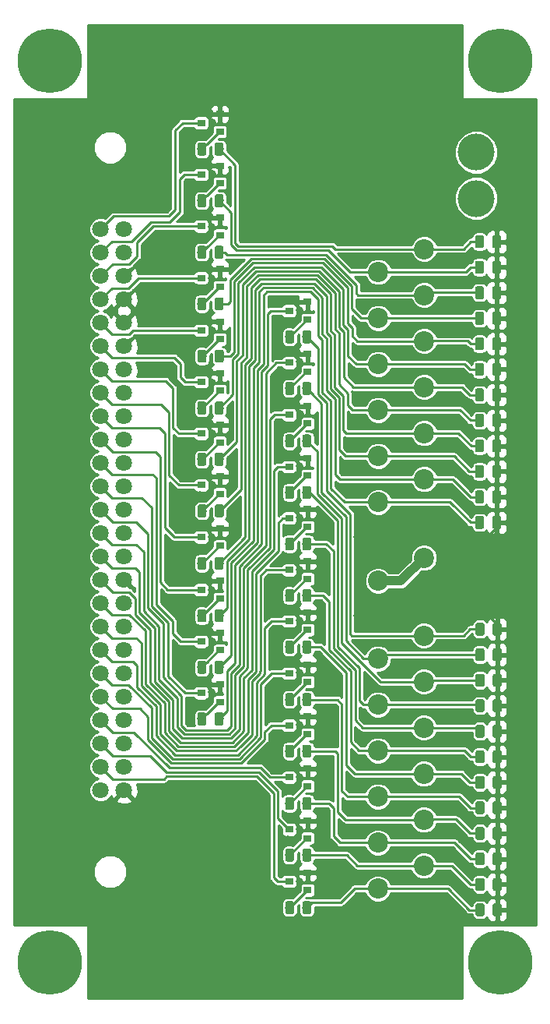
<source format=gtl>
G04 #@! TF.GenerationSoftware,KiCad,Pcbnew,5.0.2-bee76a0~70~ubuntu18.04.1*
G04 #@! TF.CreationDate,2019-05-29T18:19:34-05:00*
G04 #@! TF.ProjectId,ADAPTER_BOARD,41444150-5445-4525-9f42-4f4152442e6b,rev?*
G04 #@! TF.SameCoordinates,Original*
G04 #@! TF.FileFunction,Copper,L1,Top*
G04 #@! TF.FilePolarity,Positive*
%FSLAX46Y46*%
G04 Gerber Fmt 4.6, Leading zero omitted, Abs format (unit mm)*
G04 Created by KiCad (PCBNEW 5.0.2-bee76a0~70~ubuntu18.04.1) date Wed 29 May 2019 06:19:34 PM CDT*
%MOMM*%
%LPD*%
G01*
G04 APERTURE LIST*
G04 #@! TA.AperFunction,ComponentPad*
%ADD10C,1.800000*%
G04 #@! TD*
G04 #@! TA.AperFunction,ComponentPad*
%ADD11C,2.200000*%
G04 #@! TD*
G04 #@! TA.AperFunction,Conductor*
%ADD12C,0.100000*%
G04 #@! TD*
G04 #@! TA.AperFunction,SMDPad,CuDef*
%ADD13C,0.975000*%
G04 #@! TD*
G04 #@! TA.AperFunction,SMDPad,CuDef*
%ADD14R,0.900000X0.800000*%
G04 #@! TD*
G04 #@! TA.AperFunction,ComponentPad*
%ADD15C,4.000000*%
G04 #@! TD*
G04 #@! TA.AperFunction,ComponentPad*
%ADD16C,7.000000*%
G04 #@! TD*
G04 #@! TA.AperFunction,ViaPad*
%ADD17C,0.800000*%
G04 #@! TD*
G04 #@! TA.AperFunction,ViaPad*
%ADD18C,1.000000*%
G04 #@! TD*
G04 #@! TA.AperFunction,Conductor*
%ADD19C,0.250000*%
G04 #@! TD*
G04 #@! TA.AperFunction,Conductor*
%ADD20C,1.000000*%
G04 #@! TD*
G04 #@! TA.AperFunction,Conductor*
%ADD21C,0.254000*%
G04 #@! TD*
G04 APERTURE END LIST*
D10*
G04 #@! TO.P,BOARD1,2*
G04 #@! TO.N,GND*
X63070000Y-45300000D03*
G04 #@! TO.P,BOARD1,1*
G04 #@! TO.N,/B01*
X60530000Y-45300000D03*
G04 #@! TO.P,BOARD1,4*
G04 #@! TO.N,GND*
X63070000Y-47840000D03*
G04 #@! TO.P,BOARD1,3*
G04 #@! TO.N,/B02*
X60530000Y-47840000D03*
G04 #@! TO.P,BOARD1,6*
G04 #@! TO.N,GND*
X63070000Y-50380000D03*
G04 #@! TO.P,BOARD1,5*
G04 #@! TO.N,/B03*
X60530000Y-50380000D03*
G04 #@! TO.P,BOARD1,8*
G04 #@! TO.N,GND*
X63070000Y-52920000D03*
G04 #@! TO.P,BOARD1,7*
G04 #@! TO.N,/B04*
X60530000Y-52920000D03*
G04 #@! TO.P,BOARD1,10*
G04 #@! TO.N,GND*
X63070000Y-55460000D03*
G04 #@! TO.P,BOARD1,9*
G04 #@! TO.N,/B05*
X60530000Y-55460000D03*
G04 #@! TO.P,BOARD1,12*
G04 #@! TO.N,GND*
X63070000Y-58000000D03*
G04 #@! TO.P,BOARD1,11*
G04 #@! TO.N,/B06*
X60530000Y-58000000D03*
G04 #@! TO.P,BOARD1,14*
G04 #@! TO.N,GND*
X63070000Y-60540000D03*
G04 #@! TO.P,BOARD1,13*
G04 #@! TO.N,/B07*
X60530000Y-60540000D03*
G04 #@! TO.P,BOARD1,16*
G04 #@! TO.N,GND*
X63070000Y-63080000D03*
G04 #@! TO.P,BOARD1,15*
G04 #@! TO.N,/B08*
X60530000Y-63080000D03*
G04 #@! TO.P,BOARD1,18*
G04 #@! TO.N,GND*
X63070000Y-65620000D03*
G04 #@! TO.P,BOARD1,17*
G04 #@! TO.N,/B09*
X60530000Y-65620000D03*
G04 #@! TO.P,BOARD1,20*
G04 #@! TO.N,GND*
X63070000Y-68160000D03*
G04 #@! TO.P,BOARD1,19*
G04 #@! TO.N,/B10*
X60530000Y-68160000D03*
G04 #@! TO.P,BOARD1,22*
G04 #@! TO.N,GND*
X63070000Y-70700000D03*
G04 #@! TO.P,BOARD1,21*
G04 #@! TO.N,/B11*
X60530000Y-70700000D03*
G04 #@! TO.P,BOARD1,24*
G04 #@! TO.N,GND*
X63070000Y-73240000D03*
G04 #@! TO.P,BOARD1,23*
G04 #@! TO.N,/B12*
X60530000Y-73240000D03*
G04 #@! TO.P,BOARD1,26*
G04 #@! TO.N,GND*
X63070000Y-75780000D03*
G04 #@! TO.P,BOARD1,25*
G04 #@! TO.N,/B13*
X60530000Y-75780000D03*
G04 #@! TO.P,BOARD1,28*
G04 #@! TO.N,GND*
X63070000Y-78320000D03*
G04 #@! TO.P,BOARD1,27*
G04 #@! TO.N,/B14*
X60530000Y-78320000D03*
G04 #@! TO.P,BOARD1,30*
G04 #@! TO.N,GND*
X63070000Y-80860000D03*
G04 #@! TO.P,BOARD1,29*
G04 #@! TO.N,/B15*
X60530000Y-80860000D03*
G04 #@! TO.P,BOARD1,32*
G04 #@! TO.N,GND*
X63070000Y-83400000D03*
G04 #@! TO.P,BOARD1,31*
G04 #@! TO.N,/B16*
X60530000Y-83400000D03*
G04 #@! TO.P,BOARD1,34*
G04 #@! TO.N,GND*
X63070000Y-85940000D03*
G04 #@! TO.P,BOARD1,33*
G04 #@! TO.N,/B17*
X60530000Y-85940000D03*
G04 #@! TO.P,BOARD1,36*
G04 #@! TO.N,GND*
X63070000Y-88480000D03*
G04 #@! TO.P,BOARD1,35*
G04 #@! TO.N,/B18*
X60530000Y-88480000D03*
G04 #@! TO.P,BOARD1,38*
G04 #@! TO.N,GND*
X63070000Y-91020000D03*
G04 #@! TO.P,BOARD1,37*
G04 #@! TO.N,/B19*
X60530000Y-91020000D03*
G04 #@! TO.P,BOARD1,40*
G04 #@! TO.N,GND*
X63070000Y-93560000D03*
G04 #@! TO.P,BOARD1,39*
G04 #@! TO.N,/B20*
X60530000Y-93560000D03*
G04 #@! TO.P,BOARD1,42*
G04 #@! TO.N,GND*
X63070000Y-96100000D03*
G04 #@! TO.P,BOARD1,41*
G04 #@! TO.N,/B21*
X60530000Y-96100000D03*
G04 #@! TO.P,BOARD1,44*
G04 #@! TO.N,GND*
X63070000Y-98640000D03*
G04 #@! TO.P,BOARD1,43*
G04 #@! TO.N,/B22*
X60530000Y-98640000D03*
G04 #@! TO.P,BOARD1,46*
G04 #@! TO.N,GND*
X63070000Y-101180000D03*
G04 #@! TO.P,BOARD1,45*
G04 #@! TO.N,/B23*
X60530000Y-101180000D03*
G04 #@! TO.P,BOARD1,48*
G04 #@! TO.N,GND*
X63070000Y-103720000D03*
G04 #@! TO.P,BOARD1,47*
G04 #@! TO.N,/B24*
X60530000Y-103720000D03*
G04 #@! TO.P,BOARD1,50*
G04 #@! TO.N,GND*
X63070000Y-106260000D03*
G04 #@! TO.P,BOARD1,49*
G04 #@! TO.N,Net-(BOARD1-Pad49)*
X60530000Y-106260000D03*
G04 #@! TD*
D11*
G04 #@! TO.P,PLC1-12,1*
G04 #@! TO.N,/P12*
X90750000Y-74950000D03*
G04 #@! TO.P,PLC1-12,3*
G04 #@! TO.N,/P10*
X90750000Y-69950000D03*
G04 #@! TO.P,PLC1-12,5*
G04 #@! TO.N,/P08*
X90750000Y-64950000D03*
G04 #@! TO.P,PLC1-12,7*
G04 #@! TO.N,/P06*
X90750000Y-59950000D03*
G04 #@! TO.P,PLC1-12,9*
G04 #@! TO.N,/P04*
X90750000Y-54950000D03*
G04 #@! TO.P,PLC1-12,11*
G04 #@! TO.N,/P02*
X90750000Y-49950000D03*
G04 #@! TO.P,PLC1-12,2*
G04 #@! TO.N,/P11*
X95750000Y-72450000D03*
G04 #@! TO.P,PLC1-12,4*
G04 #@! TO.N,/P09*
X95750000Y-67450000D03*
G04 #@! TO.P,PLC1-12,6*
G04 #@! TO.N,/P07*
X95750000Y-62450000D03*
G04 #@! TO.P,PLC1-12,8*
G04 #@! TO.N,/P05*
X95750000Y-57450000D03*
G04 #@! TO.P,PLC1-12,10*
G04 #@! TO.N,/P03*
X95750000Y-52450000D03*
G04 #@! TO.P,PLC1-12,12*
G04 #@! TO.N,/P01*
X95750000Y-47450000D03*
G04 #@! TD*
G04 #@! TO.P,PLC13-14,1*
G04 #@! TO.N,/P24*
X90700000Y-116950000D03*
G04 #@! TO.P,PLC13-14,3*
G04 #@! TO.N,/P22*
X90700000Y-111950000D03*
G04 #@! TO.P,PLC13-14,5*
G04 #@! TO.N,/P20*
X90700000Y-106950000D03*
G04 #@! TO.P,PLC13-14,7*
G04 #@! TO.N,/P18*
X90700000Y-101950000D03*
G04 #@! TO.P,PLC13-14,9*
G04 #@! TO.N,/P16*
X90700000Y-96950000D03*
G04 #@! TO.P,PLC13-14,11*
G04 #@! TO.N,/P14*
X90700000Y-91950000D03*
G04 #@! TO.P,PLC13-14,2*
G04 #@! TO.N,/P23*
X95700000Y-114450000D03*
G04 #@! TO.P,PLC13-14,4*
G04 #@! TO.N,/P21*
X95700000Y-109450000D03*
G04 #@! TO.P,PLC13-14,6*
G04 #@! TO.N,/P19*
X95700000Y-104450000D03*
G04 #@! TO.P,PLC13-14,8*
G04 #@! TO.N,/P17*
X95700000Y-99450000D03*
G04 #@! TO.P,PLC13-14,10*
G04 #@! TO.N,/P15*
X95700000Y-94450000D03*
G04 #@! TO.P,PLC13-14,12*
G04 #@! TO.N,/P13*
X95700000Y-89450000D03*
G04 #@! TD*
G04 #@! TO.P,PLC24,1*
G04 #@! TO.N,/24V*
X90720000Y-83500000D03*
G04 #@! TO.P,PLC24,2*
X95720000Y-81000000D03*
G04 #@! TD*
D12*
G04 #@! TO.N,/P09*
G04 #@! TO.C,R18*
G36*
X73685142Y-80901174D02*
X73708803Y-80904684D01*
X73732007Y-80910496D01*
X73754529Y-80918554D01*
X73776153Y-80928782D01*
X73796670Y-80941079D01*
X73815883Y-80955329D01*
X73833607Y-80971393D01*
X73849671Y-80989117D01*
X73863921Y-81008330D01*
X73876218Y-81028847D01*
X73886446Y-81050471D01*
X73894504Y-81072993D01*
X73900316Y-81096197D01*
X73903826Y-81119858D01*
X73905000Y-81143750D01*
X73905000Y-82056250D01*
X73903826Y-82080142D01*
X73900316Y-82103803D01*
X73894504Y-82127007D01*
X73886446Y-82149529D01*
X73876218Y-82171153D01*
X73863921Y-82191670D01*
X73849671Y-82210883D01*
X73833607Y-82228607D01*
X73815883Y-82244671D01*
X73796670Y-82258921D01*
X73776153Y-82271218D01*
X73754529Y-82281446D01*
X73732007Y-82289504D01*
X73708803Y-82295316D01*
X73685142Y-82298826D01*
X73661250Y-82300000D01*
X73173750Y-82300000D01*
X73149858Y-82298826D01*
X73126197Y-82295316D01*
X73102993Y-82289504D01*
X73080471Y-82281446D01*
X73058847Y-82271218D01*
X73038330Y-82258921D01*
X73019117Y-82244671D01*
X73001393Y-82228607D01*
X72985329Y-82210883D01*
X72971079Y-82191670D01*
X72958782Y-82171153D01*
X72948554Y-82149529D01*
X72940496Y-82127007D01*
X72934684Y-82103803D01*
X72931174Y-82080142D01*
X72930000Y-82056250D01*
X72930000Y-81143750D01*
X72931174Y-81119858D01*
X72934684Y-81096197D01*
X72940496Y-81072993D01*
X72948554Y-81050471D01*
X72958782Y-81028847D01*
X72971079Y-81008330D01*
X72985329Y-80989117D01*
X73001393Y-80971393D01*
X73019117Y-80955329D01*
X73038330Y-80941079D01*
X73058847Y-80928782D01*
X73080471Y-80918554D01*
X73102993Y-80910496D01*
X73126197Y-80904684D01*
X73149858Y-80901174D01*
X73173750Y-80900000D01*
X73661250Y-80900000D01*
X73685142Y-80901174D01*
X73685142Y-80901174D01*
G37*
D13*
G04 #@! TD*
G04 #@! TO.P,R18,2*
G04 #@! TO.N,/P09*
X73417500Y-81600000D03*
D12*
G04 #@! TO.N,Net-(Q9-Pad1)*
G04 #@! TO.C,R18*
G36*
X71810142Y-80901174D02*
X71833803Y-80904684D01*
X71857007Y-80910496D01*
X71879529Y-80918554D01*
X71901153Y-80928782D01*
X71921670Y-80941079D01*
X71940883Y-80955329D01*
X71958607Y-80971393D01*
X71974671Y-80989117D01*
X71988921Y-81008330D01*
X72001218Y-81028847D01*
X72011446Y-81050471D01*
X72019504Y-81072993D01*
X72025316Y-81096197D01*
X72028826Y-81119858D01*
X72030000Y-81143750D01*
X72030000Y-82056250D01*
X72028826Y-82080142D01*
X72025316Y-82103803D01*
X72019504Y-82127007D01*
X72011446Y-82149529D01*
X72001218Y-82171153D01*
X71988921Y-82191670D01*
X71974671Y-82210883D01*
X71958607Y-82228607D01*
X71940883Y-82244671D01*
X71921670Y-82258921D01*
X71901153Y-82271218D01*
X71879529Y-82281446D01*
X71857007Y-82289504D01*
X71833803Y-82295316D01*
X71810142Y-82298826D01*
X71786250Y-82300000D01*
X71298750Y-82300000D01*
X71274858Y-82298826D01*
X71251197Y-82295316D01*
X71227993Y-82289504D01*
X71205471Y-82281446D01*
X71183847Y-82271218D01*
X71163330Y-82258921D01*
X71144117Y-82244671D01*
X71126393Y-82228607D01*
X71110329Y-82210883D01*
X71096079Y-82191670D01*
X71083782Y-82171153D01*
X71073554Y-82149529D01*
X71065496Y-82127007D01*
X71059684Y-82103803D01*
X71056174Y-82080142D01*
X71055000Y-82056250D01*
X71055000Y-81143750D01*
X71056174Y-81119858D01*
X71059684Y-81096197D01*
X71065496Y-81072993D01*
X71073554Y-81050471D01*
X71083782Y-81028847D01*
X71096079Y-81008330D01*
X71110329Y-80989117D01*
X71126393Y-80971393D01*
X71144117Y-80955329D01*
X71163330Y-80941079D01*
X71183847Y-80928782D01*
X71205471Y-80918554D01*
X71227993Y-80910496D01*
X71251197Y-80904684D01*
X71274858Y-80901174D01*
X71298750Y-80900000D01*
X71786250Y-80900000D01*
X71810142Y-80901174D01*
X71810142Y-80901174D01*
G37*
D13*
G04 #@! TD*
G04 #@! TO.P,R18,1*
G04 #@! TO.N,Net-(Q9-Pad1)*
X71542500Y-81600000D03*
D14*
G04 #@! TO.P,Q5,3*
G04 #@! TO.N,/B05*
X71500000Y-56300000D03*
G04 #@! TO.P,Q5,2*
G04 #@! TO.N,GND*
X73500000Y-55350000D03*
G04 #@! TO.P,Q5,1*
G04 #@! TO.N,Net-(Q5-Pad1)*
X73500000Y-57250000D03*
G04 #@! TD*
D15*
G04 #@! TO.P,VDC24,2*
G04 #@! TO.N,/24V*
X101410000Y-36950000D03*
G04 #@! TO.P,VDC24,1*
X101410000Y-41950000D03*
G04 #@! TD*
D16*
G04 #@! TO.P,REF\002A\002A,1*
G04 #@! TO.N,N/C*
X104000000Y-125000000D03*
G04 #@! TD*
G04 #@! TO.P,REF\002A\002A,1*
G04 #@! TO.N,N/C*
X55000000Y-125000000D03*
G04 #@! TD*
G04 #@! TO.P,REF\002A\002A,1*
G04 #@! TO.N,N/C*
X104000000Y-27000000D03*
G04 #@! TD*
D14*
G04 #@! TO.P,Q1,3*
G04 #@! TO.N,/B01*
X71500000Y-33750000D03*
G04 #@! TO.P,Q1,2*
G04 #@! TO.N,GND*
X73500000Y-32800000D03*
G04 #@! TO.P,Q1,1*
G04 #@! TO.N,Net-(Q1-Pad1)*
X73500000Y-34700000D03*
G04 #@! TD*
G04 #@! TO.P,Q2,1*
G04 #@! TO.N,Net-(Q2-Pad1)*
X73500000Y-40313042D03*
G04 #@! TO.P,Q2,2*
G04 #@! TO.N,GND*
X73500000Y-38413042D03*
G04 #@! TO.P,Q2,3*
G04 #@! TO.N,/B02*
X71500000Y-39363042D03*
G04 #@! TD*
G04 #@! TO.P,Q3,3*
G04 #@! TO.N,/B03*
X71500000Y-44976084D03*
G04 #@! TO.P,Q3,2*
G04 #@! TO.N,GND*
X73500000Y-44026084D03*
G04 #@! TO.P,Q3,1*
G04 #@! TO.N,Net-(Q3-Pad1)*
X73500000Y-45926084D03*
G04 #@! TD*
G04 #@! TO.P,Q4,1*
G04 #@! TO.N,Net-(Q4-Pad1)*
X73500000Y-51539126D03*
G04 #@! TO.P,Q4,2*
G04 #@! TO.N,GND*
X73500000Y-49639126D03*
G04 #@! TO.P,Q4,3*
G04 #@! TO.N,/B04*
X71500000Y-50589126D03*
G04 #@! TD*
G04 #@! TO.P,Q6,1*
G04 #@! TO.N,Net-(Q6-Pad1)*
X73500000Y-62850000D03*
G04 #@! TO.P,Q6,2*
G04 #@! TO.N,GND*
X73500000Y-60950000D03*
G04 #@! TO.P,Q6,3*
G04 #@! TO.N,/B06*
X71500000Y-61900000D03*
G04 #@! TD*
G04 #@! TO.P,Q7,3*
G04 #@! TO.N,/B07*
X71500000Y-67500000D03*
G04 #@! TO.P,Q7,2*
G04 #@! TO.N,GND*
X73500000Y-66550000D03*
G04 #@! TO.P,Q7,1*
G04 #@! TO.N,Net-(Q7-Pad1)*
X73500000Y-68450000D03*
G04 #@! TD*
G04 #@! TO.P,Q8,1*
G04 #@! TO.N,Net-(Q8-Pad1)*
X73500000Y-74050000D03*
G04 #@! TO.P,Q8,2*
G04 #@! TO.N,GND*
X73500000Y-72150000D03*
G04 #@! TO.P,Q8,3*
G04 #@! TO.N,/B08*
X71500000Y-73100000D03*
G04 #@! TD*
G04 #@! TO.P,Q9,3*
G04 #@! TO.N,/B09*
X71500000Y-78754336D03*
G04 #@! TO.P,Q9,2*
G04 #@! TO.N,GND*
X73500000Y-77804336D03*
G04 #@! TO.P,Q9,1*
G04 #@! TO.N,Net-(Q9-Pad1)*
X73500000Y-79704336D03*
G04 #@! TD*
G04 #@! TO.P,Q10,1*
G04 #@! TO.N,Net-(Q10-Pad1)*
X73500000Y-85417378D03*
G04 #@! TO.P,Q10,2*
G04 #@! TO.N,GND*
X73500000Y-83517378D03*
G04 #@! TO.P,Q10,3*
G04 #@! TO.N,/B10*
X71500000Y-84467378D03*
G04 #@! TD*
G04 #@! TO.P,Q11,3*
G04 #@! TO.N,/B11*
X71500000Y-90100000D03*
G04 #@! TO.P,Q11,2*
G04 #@! TO.N,GND*
X73500000Y-89150000D03*
G04 #@! TO.P,Q11,1*
G04 #@! TO.N,Net-(Q11-Pad1)*
X73500000Y-91050000D03*
G04 #@! TD*
G04 #@! TO.P,Q12,3*
G04 #@! TO.N,/B12*
X71500000Y-95693462D03*
G04 #@! TO.P,Q12,2*
G04 #@! TO.N,GND*
X73500000Y-94743462D03*
G04 #@! TO.P,Q12,1*
G04 #@! TO.N,Net-(Q12-Pad1)*
X73500000Y-96643462D03*
G04 #@! TD*
G04 #@! TO.P,Q13,1*
G04 #@! TO.N,Net-(Q13-Pad1)*
X83050000Y-55100000D03*
G04 #@! TO.P,Q13,2*
G04 #@! TO.N,GND*
X83050000Y-53200000D03*
G04 #@! TO.P,Q13,3*
G04 #@! TO.N,/B13*
X81050000Y-54150000D03*
G04 #@! TD*
G04 #@! TO.P,Q14,3*
G04 #@! TO.N,/B14*
X81050000Y-59805764D03*
G04 #@! TO.P,Q14,2*
G04 #@! TO.N,GND*
X83050000Y-58855764D03*
G04 #@! TO.P,Q14,1*
G04 #@! TO.N,Net-(Q14-Pad1)*
X83050000Y-60755764D03*
G04 #@! TD*
G04 #@! TO.P,Q15,1*
G04 #@! TO.N,Net-(Q15-Pad1)*
X83050000Y-66411528D03*
G04 #@! TO.P,Q15,2*
G04 #@! TO.N,GND*
X83050000Y-64511528D03*
G04 #@! TO.P,Q15,3*
G04 #@! TO.N,/B15*
X81050000Y-65461528D03*
G04 #@! TD*
G04 #@! TO.P,Q16,1*
G04 #@! TO.N,Net-(Q16-Pad1)*
X83050000Y-72067292D03*
G04 #@! TO.P,Q16,2*
G04 #@! TO.N,GND*
X83050000Y-70167292D03*
G04 #@! TO.P,Q16,3*
G04 #@! TO.N,/B16*
X81050000Y-71117292D03*
G04 #@! TD*
G04 #@! TO.P,Q17,3*
G04 #@! TO.N,/B17*
X81050000Y-76673056D03*
G04 #@! TO.P,Q17,2*
G04 #@! TO.N,GND*
X83050000Y-75723056D03*
G04 #@! TO.P,Q17,1*
G04 #@! TO.N,Net-(Q17-Pad1)*
X83050000Y-77623056D03*
G04 #@! TD*
G04 #@! TO.P,Q18,1*
G04 #@! TO.N,Net-(Q18-Pad1)*
X83050000Y-83278820D03*
G04 #@! TO.P,Q18,2*
G04 #@! TO.N,GND*
X83050000Y-81378820D03*
G04 #@! TO.P,Q18,3*
G04 #@! TO.N,/B18*
X81050000Y-82328820D03*
G04 #@! TD*
G04 #@! TO.P,Q19,1*
G04 #@! TO.N,Net-(Q19-Pad1)*
X83050000Y-88834584D03*
G04 #@! TO.P,Q19,2*
G04 #@! TO.N,GND*
X83050000Y-86934584D03*
G04 #@! TO.P,Q19,3*
G04 #@! TO.N,/B19*
X81050000Y-87884584D03*
G04 #@! TD*
G04 #@! TO.P,Q20,3*
G04 #@! TO.N,/B20*
X81050000Y-93540348D03*
G04 #@! TO.P,Q20,2*
G04 #@! TO.N,GND*
X83050000Y-92590348D03*
G04 #@! TO.P,Q20,1*
G04 #@! TO.N,Net-(Q20-Pad1)*
X83050000Y-94490348D03*
G04 #@! TD*
G04 #@! TO.P,Q21,1*
G04 #@! TO.N,Net-(Q21-Pad1)*
X83050000Y-100146112D03*
G04 #@! TO.P,Q21,2*
G04 #@! TO.N,GND*
X83050000Y-98246112D03*
G04 #@! TO.P,Q21,3*
G04 #@! TO.N,/B21*
X81050000Y-99196112D03*
G04 #@! TD*
G04 #@! TO.P,Q22,3*
G04 #@! TO.N,/B22*
X81050000Y-104851876D03*
G04 #@! TO.P,Q22,2*
G04 #@! TO.N,GND*
X83050000Y-103901876D03*
G04 #@! TO.P,Q22,1*
G04 #@! TO.N,Net-(Q22-Pad1)*
X83050000Y-105801876D03*
G04 #@! TD*
G04 #@! TO.P,Q23,1*
G04 #@! TO.N,Net-(Q23-Pad1)*
X83050000Y-111457640D03*
G04 #@! TO.P,Q23,2*
G04 #@! TO.N,GND*
X83050000Y-109557640D03*
G04 #@! TO.P,Q23,3*
G04 #@! TO.N,/B23*
X81050000Y-110507640D03*
G04 #@! TD*
G04 #@! TO.P,Q24,3*
G04 #@! TO.N,/B24*
X81050000Y-116163404D03*
G04 #@! TO.P,Q24,2*
G04 #@! TO.N,GND*
X83050000Y-115213404D03*
G04 #@! TO.P,Q24,1*
G04 #@! TO.N,Net-(Q24-Pad1)*
X83050000Y-117113404D03*
G04 #@! TD*
D12*
G04 #@! TO.N,/P01*
G04 #@! TO.C,R1*
G36*
X102030142Y-45961174D02*
X102053803Y-45964684D01*
X102077007Y-45970496D01*
X102099529Y-45978554D01*
X102121153Y-45988782D01*
X102141670Y-46001079D01*
X102160883Y-46015329D01*
X102178607Y-46031393D01*
X102194671Y-46049117D01*
X102208921Y-46068330D01*
X102221218Y-46088847D01*
X102231446Y-46110471D01*
X102239504Y-46132993D01*
X102245316Y-46156197D01*
X102248826Y-46179858D01*
X102250000Y-46203750D01*
X102250000Y-47116250D01*
X102248826Y-47140142D01*
X102245316Y-47163803D01*
X102239504Y-47187007D01*
X102231446Y-47209529D01*
X102221218Y-47231153D01*
X102208921Y-47251670D01*
X102194671Y-47270883D01*
X102178607Y-47288607D01*
X102160883Y-47304671D01*
X102141670Y-47318921D01*
X102121153Y-47331218D01*
X102099529Y-47341446D01*
X102077007Y-47349504D01*
X102053803Y-47355316D01*
X102030142Y-47358826D01*
X102006250Y-47360000D01*
X101518750Y-47360000D01*
X101494858Y-47358826D01*
X101471197Y-47355316D01*
X101447993Y-47349504D01*
X101425471Y-47341446D01*
X101403847Y-47331218D01*
X101383330Y-47318921D01*
X101364117Y-47304671D01*
X101346393Y-47288607D01*
X101330329Y-47270883D01*
X101316079Y-47251670D01*
X101303782Y-47231153D01*
X101293554Y-47209529D01*
X101285496Y-47187007D01*
X101279684Y-47163803D01*
X101276174Y-47140142D01*
X101275000Y-47116250D01*
X101275000Y-46203750D01*
X101276174Y-46179858D01*
X101279684Y-46156197D01*
X101285496Y-46132993D01*
X101293554Y-46110471D01*
X101303782Y-46088847D01*
X101316079Y-46068330D01*
X101330329Y-46049117D01*
X101346393Y-46031393D01*
X101364117Y-46015329D01*
X101383330Y-46001079D01*
X101403847Y-45988782D01*
X101425471Y-45978554D01*
X101447993Y-45970496D01*
X101471197Y-45964684D01*
X101494858Y-45961174D01*
X101518750Y-45960000D01*
X102006250Y-45960000D01*
X102030142Y-45961174D01*
X102030142Y-45961174D01*
G37*
D13*
G04 #@! TD*
G04 #@! TO.P,R1,1*
G04 #@! TO.N,/P01*
X101762500Y-46660000D03*
D12*
G04 #@! TO.N,GND*
G04 #@! TO.C,R1*
G36*
X103905142Y-45961174D02*
X103928803Y-45964684D01*
X103952007Y-45970496D01*
X103974529Y-45978554D01*
X103996153Y-45988782D01*
X104016670Y-46001079D01*
X104035883Y-46015329D01*
X104053607Y-46031393D01*
X104069671Y-46049117D01*
X104083921Y-46068330D01*
X104096218Y-46088847D01*
X104106446Y-46110471D01*
X104114504Y-46132993D01*
X104120316Y-46156197D01*
X104123826Y-46179858D01*
X104125000Y-46203750D01*
X104125000Y-47116250D01*
X104123826Y-47140142D01*
X104120316Y-47163803D01*
X104114504Y-47187007D01*
X104106446Y-47209529D01*
X104096218Y-47231153D01*
X104083921Y-47251670D01*
X104069671Y-47270883D01*
X104053607Y-47288607D01*
X104035883Y-47304671D01*
X104016670Y-47318921D01*
X103996153Y-47331218D01*
X103974529Y-47341446D01*
X103952007Y-47349504D01*
X103928803Y-47355316D01*
X103905142Y-47358826D01*
X103881250Y-47360000D01*
X103393750Y-47360000D01*
X103369858Y-47358826D01*
X103346197Y-47355316D01*
X103322993Y-47349504D01*
X103300471Y-47341446D01*
X103278847Y-47331218D01*
X103258330Y-47318921D01*
X103239117Y-47304671D01*
X103221393Y-47288607D01*
X103205329Y-47270883D01*
X103191079Y-47251670D01*
X103178782Y-47231153D01*
X103168554Y-47209529D01*
X103160496Y-47187007D01*
X103154684Y-47163803D01*
X103151174Y-47140142D01*
X103150000Y-47116250D01*
X103150000Y-46203750D01*
X103151174Y-46179858D01*
X103154684Y-46156197D01*
X103160496Y-46132993D01*
X103168554Y-46110471D01*
X103178782Y-46088847D01*
X103191079Y-46068330D01*
X103205329Y-46049117D01*
X103221393Y-46031393D01*
X103239117Y-46015329D01*
X103258330Y-46001079D01*
X103278847Y-45988782D01*
X103300471Y-45978554D01*
X103322993Y-45970496D01*
X103346197Y-45964684D01*
X103369858Y-45961174D01*
X103393750Y-45960000D01*
X103881250Y-45960000D01*
X103905142Y-45961174D01*
X103905142Y-45961174D01*
G37*
D13*
G04 #@! TD*
G04 #@! TO.P,R1,2*
G04 #@! TO.N,GND*
X103637500Y-46660000D03*
D12*
G04 #@! TO.N,/P01*
G04 #@! TO.C,R2*
G36*
X73685142Y-35901174D02*
X73708803Y-35904684D01*
X73732007Y-35910496D01*
X73754529Y-35918554D01*
X73776153Y-35928782D01*
X73796670Y-35941079D01*
X73815883Y-35955329D01*
X73833607Y-35971393D01*
X73849671Y-35989117D01*
X73863921Y-36008330D01*
X73876218Y-36028847D01*
X73886446Y-36050471D01*
X73894504Y-36072993D01*
X73900316Y-36096197D01*
X73903826Y-36119858D01*
X73905000Y-36143750D01*
X73905000Y-37056250D01*
X73903826Y-37080142D01*
X73900316Y-37103803D01*
X73894504Y-37127007D01*
X73886446Y-37149529D01*
X73876218Y-37171153D01*
X73863921Y-37191670D01*
X73849671Y-37210883D01*
X73833607Y-37228607D01*
X73815883Y-37244671D01*
X73796670Y-37258921D01*
X73776153Y-37271218D01*
X73754529Y-37281446D01*
X73732007Y-37289504D01*
X73708803Y-37295316D01*
X73685142Y-37298826D01*
X73661250Y-37300000D01*
X73173750Y-37300000D01*
X73149858Y-37298826D01*
X73126197Y-37295316D01*
X73102993Y-37289504D01*
X73080471Y-37281446D01*
X73058847Y-37271218D01*
X73038330Y-37258921D01*
X73019117Y-37244671D01*
X73001393Y-37228607D01*
X72985329Y-37210883D01*
X72971079Y-37191670D01*
X72958782Y-37171153D01*
X72948554Y-37149529D01*
X72940496Y-37127007D01*
X72934684Y-37103803D01*
X72931174Y-37080142D01*
X72930000Y-37056250D01*
X72930000Y-36143750D01*
X72931174Y-36119858D01*
X72934684Y-36096197D01*
X72940496Y-36072993D01*
X72948554Y-36050471D01*
X72958782Y-36028847D01*
X72971079Y-36008330D01*
X72985329Y-35989117D01*
X73001393Y-35971393D01*
X73019117Y-35955329D01*
X73038330Y-35941079D01*
X73058847Y-35928782D01*
X73080471Y-35918554D01*
X73102993Y-35910496D01*
X73126197Y-35904684D01*
X73149858Y-35901174D01*
X73173750Y-35900000D01*
X73661250Y-35900000D01*
X73685142Y-35901174D01*
X73685142Y-35901174D01*
G37*
D13*
G04 #@! TD*
G04 #@! TO.P,R2,2*
G04 #@! TO.N,/P01*
X73417500Y-36600000D03*
D12*
G04 #@! TO.N,Net-(Q1-Pad1)*
G04 #@! TO.C,R2*
G36*
X71810142Y-35901174D02*
X71833803Y-35904684D01*
X71857007Y-35910496D01*
X71879529Y-35918554D01*
X71901153Y-35928782D01*
X71921670Y-35941079D01*
X71940883Y-35955329D01*
X71958607Y-35971393D01*
X71974671Y-35989117D01*
X71988921Y-36008330D01*
X72001218Y-36028847D01*
X72011446Y-36050471D01*
X72019504Y-36072993D01*
X72025316Y-36096197D01*
X72028826Y-36119858D01*
X72030000Y-36143750D01*
X72030000Y-37056250D01*
X72028826Y-37080142D01*
X72025316Y-37103803D01*
X72019504Y-37127007D01*
X72011446Y-37149529D01*
X72001218Y-37171153D01*
X71988921Y-37191670D01*
X71974671Y-37210883D01*
X71958607Y-37228607D01*
X71940883Y-37244671D01*
X71921670Y-37258921D01*
X71901153Y-37271218D01*
X71879529Y-37281446D01*
X71857007Y-37289504D01*
X71833803Y-37295316D01*
X71810142Y-37298826D01*
X71786250Y-37300000D01*
X71298750Y-37300000D01*
X71274858Y-37298826D01*
X71251197Y-37295316D01*
X71227993Y-37289504D01*
X71205471Y-37281446D01*
X71183847Y-37271218D01*
X71163330Y-37258921D01*
X71144117Y-37244671D01*
X71126393Y-37228607D01*
X71110329Y-37210883D01*
X71096079Y-37191670D01*
X71083782Y-37171153D01*
X71073554Y-37149529D01*
X71065496Y-37127007D01*
X71059684Y-37103803D01*
X71056174Y-37080142D01*
X71055000Y-37056250D01*
X71055000Y-36143750D01*
X71056174Y-36119858D01*
X71059684Y-36096197D01*
X71065496Y-36072993D01*
X71073554Y-36050471D01*
X71083782Y-36028847D01*
X71096079Y-36008330D01*
X71110329Y-35989117D01*
X71126393Y-35971393D01*
X71144117Y-35955329D01*
X71163330Y-35941079D01*
X71183847Y-35928782D01*
X71205471Y-35918554D01*
X71227993Y-35910496D01*
X71251197Y-35904684D01*
X71274858Y-35901174D01*
X71298750Y-35900000D01*
X71786250Y-35900000D01*
X71810142Y-35901174D01*
X71810142Y-35901174D01*
G37*
D13*
G04 #@! TD*
G04 #@! TO.P,R2,1*
G04 #@! TO.N,Net-(Q1-Pad1)*
X71542500Y-36600000D03*
D12*
G04 #@! TO.N,/P02*
G04 #@! TO.C,R3*
G36*
X102030142Y-48733901D02*
X102053803Y-48737411D01*
X102077007Y-48743223D01*
X102099529Y-48751281D01*
X102121153Y-48761509D01*
X102141670Y-48773806D01*
X102160883Y-48788056D01*
X102178607Y-48804120D01*
X102194671Y-48821844D01*
X102208921Y-48841057D01*
X102221218Y-48861574D01*
X102231446Y-48883198D01*
X102239504Y-48905720D01*
X102245316Y-48928924D01*
X102248826Y-48952585D01*
X102250000Y-48976477D01*
X102250000Y-49888977D01*
X102248826Y-49912869D01*
X102245316Y-49936530D01*
X102239504Y-49959734D01*
X102231446Y-49982256D01*
X102221218Y-50003880D01*
X102208921Y-50024397D01*
X102194671Y-50043610D01*
X102178607Y-50061334D01*
X102160883Y-50077398D01*
X102141670Y-50091648D01*
X102121153Y-50103945D01*
X102099529Y-50114173D01*
X102077007Y-50122231D01*
X102053803Y-50128043D01*
X102030142Y-50131553D01*
X102006250Y-50132727D01*
X101518750Y-50132727D01*
X101494858Y-50131553D01*
X101471197Y-50128043D01*
X101447993Y-50122231D01*
X101425471Y-50114173D01*
X101403847Y-50103945D01*
X101383330Y-50091648D01*
X101364117Y-50077398D01*
X101346393Y-50061334D01*
X101330329Y-50043610D01*
X101316079Y-50024397D01*
X101303782Y-50003880D01*
X101293554Y-49982256D01*
X101285496Y-49959734D01*
X101279684Y-49936530D01*
X101276174Y-49912869D01*
X101275000Y-49888977D01*
X101275000Y-48976477D01*
X101276174Y-48952585D01*
X101279684Y-48928924D01*
X101285496Y-48905720D01*
X101293554Y-48883198D01*
X101303782Y-48861574D01*
X101316079Y-48841057D01*
X101330329Y-48821844D01*
X101346393Y-48804120D01*
X101364117Y-48788056D01*
X101383330Y-48773806D01*
X101403847Y-48761509D01*
X101425471Y-48751281D01*
X101447993Y-48743223D01*
X101471197Y-48737411D01*
X101494858Y-48733901D01*
X101518750Y-48732727D01*
X102006250Y-48732727D01*
X102030142Y-48733901D01*
X102030142Y-48733901D01*
G37*
D13*
G04 #@! TD*
G04 #@! TO.P,R3,1*
G04 #@! TO.N,/P02*
X101762500Y-49432727D03*
D12*
G04 #@! TO.N,GND*
G04 #@! TO.C,R3*
G36*
X103905142Y-48733901D02*
X103928803Y-48737411D01*
X103952007Y-48743223D01*
X103974529Y-48751281D01*
X103996153Y-48761509D01*
X104016670Y-48773806D01*
X104035883Y-48788056D01*
X104053607Y-48804120D01*
X104069671Y-48821844D01*
X104083921Y-48841057D01*
X104096218Y-48861574D01*
X104106446Y-48883198D01*
X104114504Y-48905720D01*
X104120316Y-48928924D01*
X104123826Y-48952585D01*
X104125000Y-48976477D01*
X104125000Y-49888977D01*
X104123826Y-49912869D01*
X104120316Y-49936530D01*
X104114504Y-49959734D01*
X104106446Y-49982256D01*
X104096218Y-50003880D01*
X104083921Y-50024397D01*
X104069671Y-50043610D01*
X104053607Y-50061334D01*
X104035883Y-50077398D01*
X104016670Y-50091648D01*
X103996153Y-50103945D01*
X103974529Y-50114173D01*
X103952007Y-50122231D01*
X103928803Y-50128043D01*
X103905142Y-50131553D01*
X103881250Y-50132727D01*
X103393750Y-50132727D01*
X103369858Y-50131553D01*
X103346197Y-50128043D01*
X103322993Y-50122231D01*
X103300471Y-50114173D01*
X103278847Y-50103945D01*
X103258330Y-50091648D01*
X103239117Y-50077398D01*
X103221393Y-50061334D01*
X103205329Y-50043610D01*
X103191079Y-50024397D01*
X103178782Y-50003880D01*
X103168554Y-49982256D01*
X103160496Y-49959734D01*
X103154684Y-49936530D01*
X103151174Y-49912869D01*
X103150000Y-49888977D01*
X103150000Y-48976477D01*
X103151174Y-48952585D01*
X103154684Y-48928924D01*
X103160496Y-48905720D01*
X103168554Y-48883198D01*
X103178782Y-48861574D01*
X103191079Y-48841057D01*
X103205329Y-48821844D01*
X103221393Y-48804120D01*
X103239117Y-48788056D01*
X103258330Y-48773806D01*
X103278847Y-48761509D01*
X103300471Y-48751281D01*
X103322993Y-48743223D01*
X103346197Y-48737411D01*
X103369858Y-48733901D01*
X103393750Y-48732727D01*
X103881250Y-48732727D01*
X103905142Y-48733901D01*
X103905142Y-48733901D01*
G37*
D13*
G04 #@! TD*
G04 #@! TO.P,R3,2*
G04 #@! TO.N,GND*
X103637500Y-49432727D03*
D12*
G04 #@! TO.N,/P02*
G04 #@! TO.C,R4*
G36*
X73685142Y-41501174D02*
X73708803Y-41504684D01*
X73732007Y-41510496D01*
X73754529Y-41518554D01*
X73776153Y-41528782D01*
X73796670Y-41541079D01*
X73815883Y-41555329D01*
X73833607Y-41571393D01*
X73849671Y-41589117D01*
X73863921Y-41608330D01*
X73876218Y-41628847D01*
X73886446Y-41650471D01*
X73894504Y-41672993D01*
X73900316Y-41696197D01*
X73903826Y-41719858D01*
X73905000Y-41743750D01*
X73905000Y-42656250D01*
X73903826Y-42680142D01*
X73900316Y-42703803D01*
X73894504Y-42727007D01*
X73886446Y-42749529D01*
X73876218Y-42771153D01*
X73863921Y-42791670D01*
X73849671Y-42810883D01*
X73833607Y-42828607D01*
X73815883Y-42844671D01*
X73796670Y-42858921D01*
X73776153Y-42871218D01*
X73754529Y-42881446D01*
X73732007Y-42889504D01*
X73708803Y-42895316D01*
X73685142Y-42898826D01*
X73661250Y-42900000D01*
X73173750Y-42900000D01*
X73149858Y-42898826D01*
X73126197Y-42895316D01*
X73102993Y-42889504D01*
X73080471Y-42881446D01*
X73058847Y-42871218D01*
X73038330Y-42858921D01*
X73019117Y-42844671D01*
X73001393Y-42828607D01*
X72985329Y-42810883D01*
X72971079Y-42791670D01*
X72958782Y-42771153D01*
X72948554Y-42749529D01*
X72940496Y-42727007D01*
X72934684Y-42703803D01*
X72931174Y-42680142D01*
X72930000Y-42656250D01*
X72930000Y-41743750D01*
X72931174Y-41719858D01*
X72934684Y-41696197D01*
X72940496Y-41672993D01*
X72948554Y-41650471D01*
X72958782Y-41628847D01*
X72971079Y-41608330D01*
X72985329Y-41589117D01*
X73001393Y-41571393D01*
X73019117Y-41555329D01*
X73038330Y-41541079D01*
X73058847Y-41528782D01*
X73080471Y-41518554D01*
X73102993Y-41510496D01*
X73126197Y-41504684D01*
X73149858Y-41501174D01*
X73173750Y-41500000D01*
X73661250Y-41500000D01*
X73685142Y-41501174D01*
X73685142Y-41501174D01*
G37*
D13*
G04 #@! TD*
G04 #@! TO.P,R4,2*
G04 #@! TO.N,/P02*
X73417500Y-42200000D03*
D12*
G04 #@! TO.N,Net-(Q2-Pad1)*
G04 #@! TO.C,R4*
G36*
X71810142Y-41501174D02*
X71833803Y-41504684D01*
X71857007Y-41510496D01*
X71879529Y-41518554D01*
X71901153Y-41528782D01*
X71921670Y-41541079D01*
X71940883Y-41555329D01*
X71958607Y-41571393D01*
X71974671Y-41589117D01*
X71988921Y-41608330D01*
X72001218Y-41628847D01*
X72011446Y-41650471D01*
X72019504Y-41672993D01*
X72025316Y-41696197D01*
X72028826Y-41719858D01*
X72030000Y-41743750D01*
X72030000Y-42656250D01*
X72028826Y-42680142D01*
X72025316Y-42703803D01*
X72019504Y-42727007D01*
X72011446Y-42749529D01*
X72001218Y-42771153D01*
X71988921Y-42791670D01*
X71974671Y-42810883D01*
X71958607Y-42828607D01*
X71940883Y-42844671D01*
X71921670Y-42858921D01*
X71901153Y-42871218D01*
X71879529Y-42881446D01*
X71857007Y-42889504D01*
X71833803Y-42895316D01*
X71810142Y-42898826D01*
X71786250Y-42900000D01*
X71298750Y-42900000D01*
X71274858Y-42898826D01*
X71251197Y-42895316D01*
X71227993Y-42889504D01*
X71205471Y-42881446D01*
X71183847Y-42871218D01*
X71163330Y-42858921D01*
X71144117Y-42844671D01*
X71126393Y-42828607D01*
X71110329Y-42810883D01*
X71096079Y-42791670D01*
X71083782Y-42771153D01*
X71073554Y-42749529D01*
X71065496Y-42727007D01*
X71059684Y-42703803D01*
X71056174Y-42680142D01*
X71055000Y-42656250D01*
X71055000Y-41743750D01*
X71056174Y-41719858D01*
X71059684Y-41696197D01*
X71065496Y-41672993D01*
X71073554Y-41650471D01*
X71083782Y-41628847D01*
X71096079Y-41608330D01*
X71110329Y-41589117D01*
X71126393Y-41571393D01*
X71144117Y-41555329D01*
X71163330Y-41541079D01*
X71183847Y-41528782D01*
X71205471Y-41518554D01*
X71227993Y-41510496D01*
X71251197Y-41504684D01*
X71274858Y-41501174D01*
X71298750Y-41500000D01*
X71786250Y-41500000D01*
X71810142Y-41501174D01*
X71810142Y-41501174D01*
G37*
D13*
G04 #@! TD*
G04 #@! TO.P,R4,1*
G04 #@! TO.N,Net-(Q2-Pad1)*
X71542500Y-42200000D03*
D12*
G04 #@! TO.N,/P03*
G04 #@! TO.C,R5*
G36*
X102030142Y-51506628D02*
X102053803Y-51510138D01*
X102077007Y-51515950D01*
X102099529Y-51524008D01*
X102121153Y-51534236D01*
X102141670Y-51546533D01*
X102160883Y-51560783D01*
X102178607Y-51576847D01*
X102194671Y-51594571D01*
X102208921Y-51613784D01*
X102221218Y-51634301D01*
X102231446Y-51655925D01*
X102239504Y-51678447D01*
X102245316Y-51701651D01*
X102248826Y-51725312D01*
X102250000Y-51749204D01*
X102250000Y-52661704D01*
X102248826Y-52685596D01*
X102245316Y-52709257D01*
X102239504Y-52732461D01*
X102231446Y-52754983D01*
X102221218Y-52776607D01*
X102208921Y-52797124D01*
X102194671Y-52816337D01*
X102178607Y-52834061D01*
X102160883Y-52850125D01*
X102141670Y-52864375D01*
X102121153Y-52876672D01*
X102099529Y-52886900D01*
X102077007Y-52894958D01*
X102053803Y-52900770D01*
X102030142Y-52904280D01*
X102006250Y-52905454D01*
X101518750Y-52905454D01*
X101494858Y-52904280D01*
X101471197Y-52900770D01*
X101447993Y-52894958D01*
X101425471Y-52886900D01*
X101403847Y-52876672D01*
X101383330Y-52864375D01*
X101364117Y-52850125D01*
X101346393Y-52834061D01*
X101330329Y-52816337D01*
X101316079Y-52797124D01*
X101303782Y-52776607D01*
X101293554Y-52754983D01*
X101285496Y-52732461D01*
X101279684Y-52709257D01*
X101276174Y-52685596D01*
X101275000Y-52661704D01*
X101275000Y-51749204D01*
X101276174Y-51725312D01*
X101279684Y-51701651D01*
X101285496Y-51678447D01*
X101293554Y-51655925D01*
X101303782Y-51634301D01*
X101316079Y-51613784D01*
X101330329Y-51594571D01*
X101346393Y-51576847D01*
X101364117Y-51560783D01*
X101383330Y-51546533D01*
X101403847Y-51534236D01*
X101425471Y-51524008D01*
X101447993Y-51515950D01*
X101471197Y-51510138D01*
X101494858Y-51506628D01*
X101518750Y-51505454D01*
X102006250Y-51505454D01*
X102030142Y-51506628D01*
X102030142Y-51506628D01*
G37*
D13*
G04 #@! TD*
G04 #@! TO.P,R5,1*
G04 #@! TO.N,/P03*
X101762500Y-52205454D03*
D12*
G04 #@! TO.N,GND*
G04 #@! TO.C,R5*
G36*
X103905142Y-51506628D02*
X103928803Y-51510138D01*
X103952007Y-51515950D01*
X103974529Y-51524008D01*
X103996153Y-51534236D01*
X104016670Y-51546533D01*
X104035883Y-51560783D01*
X104053607Y-51576847D01*
X104069671Y-51594571D01*
X104083921Y-51613784D01*
X104096218Y-51634301D01*
X104106446Y-51655925D01*
X104114504Y-51678447D01*
X104120316Y-51701651D01*
X104123826Y-51725312D01*
X104125000Y-51749204D01*
X104125000Y-52661704D01*
X104123826Y-52685596D01*
X104120316Y-52709257D01*
X104114504Y-52732461D01*
X104106446Y-52754983D01*
X104096218Y-52776607D01*
X104083921Y-52797124D01*
X104069671Y-52816337D01*
X104053607Y-52834061D01*
X104035883Y-52850125D01*
X104016670Y-52864375D01*
X103996153Y-52876672D01*
X103974529Y-52886900D01*
X103952007Y-52894958D01*
X103928803Y-52900770D01*
X103905142Y-52904280D01*
X103881250Y-52905454D01*
X103393750Y-52905454D01*
X103369858Y-52904280D01*
X103346197Y-52900770D01*
X103322993Y-52894958D01*
X103300471Y-52886900D01*
X103278847Y-52876672D01*
X103258330Y-52864375D01*
X103239117Y-52850125D01*
X103221393Y-52834061D01*
X103205329Y-52816337D01*
X103191079Y-52797124D01*
X103178782Y-52776607D01*
X103168554Y-52754983D01*
X103160496Y-52732461D01*
X103154684Y-52709257D01*
X103151174Y-52685596D01*
X103150000Y-52661704D01*
X103150000Y-51749204D01*
X103151174Y-51725312D01*
X103154684Y-51701651D01*
X103160496Y-51678447D01*
X103168554Y-51655925D01*
X103178782Y-51634301D01*
X103191079Y-51613784D01*
X103205329Y-51594571D01*
X103221393Y-51576847D01*
X103239117Y-51560783D01*
X103258330Y-51546533D01*
X103278847Y-51534236D01*
X103300471Y-51524008D01*
X103322993Y-51515950D01*
X103346197Y-51510138D01*
X103369858Y-51506628D01*
X103393750Y-51505454D01*
X103881250Y-51505454D01*
X103905142Y-51506628D01*
X103905142Y-51506628D01*
G37*
D13*
G04 #@! TD*
G04 #@! TO.P,R5,2*
G04 #@! TO.N,GND*
X103637500Y-52205454D03*
D12*
G04 #@! TO.N,Net-(Q3-Pad1)*
G04 #@! TO.C,R6*
G36*
X71810142Y-47101174D02*
X71833803Y-47104684D01*
X71857007Y-47110496D01*
X71879529Y-47118554D01*
X71901153Y-47128782D01*
X71921670Y-47141079D01*
X71940883Y-47155329D01*
X71958607Y-47171393D01*
X71974671Y-47189117D01*
X71988921Y-47208330D01*
X72001218Y-47228847D01*
X72011446Y-47250471D01*
X72019504Y-47272993D01*
X72025316Y-47296197D01*
X72028826Y-47319858D01*
X72030000Y-47343750D01*
X72030000Y-48256250D01*
X72028826Y-48280142D01*
X72025316Y-48303803D01*
X72019504Y-48327007D01*
X72011446Y-48349529D01*
X72001218Y-48371153D01*
X71988921Y-48391670D01*
X71974671Y-48410883D01*
X71958607Y-48428607D01*
X71940883Y-48444671D01*
X71921670Y-48458921D01*
X71901153Y-48471218D01*
X71879529Y-48481446D01*
X71857007Y-48489504D01*
X71833803Y-48495316D01*
X71810142Y-48498826D01*
X71786250Y-48500000D01*
X71298750Y-48500000D01*
X71274858Y-48498826D01*
X71251197Y-48495316D01*
X71227993Y-48489504D01*
X71205471Y-48481446D01*
X71183847Y-48471218D01*
X71163330Y-48458921D01*
X71144117Y-48444671D01*
X71126393Y-48428607D01*
X71110329Y-48410883D01*
X71096079Y-48391670D01*
X71083782Y-48371153D01*
X71073554Y-48349529D01*
X71065496Y-48327007D01*
X71059684Y-48303803D01*
X71056174Y-48280142D01*
X71055000Y-48256250D01*
X71055000Y-47343750D01*
X71056174Y-47319858D01*
X71059684Y-47296197D01*
X71065496Y-47272993D01*
X71073554Y-47250471D01*
X71083782Y-47228847D01*
X71096079Y-47208330D01*
X71110329Y-47189117D01*
X71126393Y-47171393D01*
X71144117Y-47155329D01*
X71163330Y-47141079D01*
X71183847Y-47128782D01*
X71205471Y-47118554D01*
X71227993Y-47110496D01*
X71251197Y-47104684D01*
X71274858Y-47101174D01*
X71298750Y-47100000D01*
X71786250Y-47100000D01*
X71810142Y-47101174D01*
X71810142Y-47101174D01*
G37*
D13*
G04 #@! TD*
G04 #@! TO.P,R6,1*
G04 #@! TO.N,Net-(Q3-Pad1)*
X71542500Y-47800000D03*
D12*
G04 #@! TO.N,/P03*
G04 #@! TO.C,R6*
G36*
X73685142Y-47101174D02*
X73708803Y-47104684D01*
X73732007Y-47110496D01*
X73754529Y-47118554D01*
X73776153Y-47128782D01*
X73796670Y-47141079D01*
X73815883Y-47155329D01*
X73833607Y-47171393D01*
X73849671Y-47189117D01*
X73863921Y-47208330D01*
X73876218Y-47228847D01*
X73886446Y-47250471D01*
X73894504Y-47272993D01*
X73900316Y-47296197D01*
X73903826Y-47319858D01*
X73905000Y-47343750D01*
X73905000Y-48256250D01*
X73903826Y-48280142D01*
X73900316Y-48303803D01*
X73894504Y-48327007D01*
X73886446Y-48349529D01*
X73876218Y-48371153D01*
X73863921Y-48391670D01*
X73849671Y-48410883D01*
X73833607Y-48428607D01*
X73815883Y-48444671D01*
X73796670Y-48458921D01*
X73776153Y-48471218D01*
X73754529Y-48481446D01*
X73732007Y-48489504D01*
X73708803Y-48495316D01*
X73685142Y-48498826D01*
X73661250Y-48500000D01*
X73173750Y-48500000D01*
X73149858Y-48498826D01*
X73126197Y-48495316D01*
X73102993Y-48489504D01*
X73080471Y-48481446D01*
X73058847Y-48471218D01*
X73038330Y-48458921D01*
X73019117Y-48444671D01*
X73001393Y-48428607D01*
X72985329Y-48410883D01*
X72971079Y-48391670D01*
X72958782Y-48371153D01*
X72948554Y-48349529D01*
X72940496Y-48327007D01*
X72934684Y-48303803D01*
X72931174Y-48280142D01*
X72930000Y-48256250D01*
X72930000Y-47343750D01*
X72931174Y-47319858D01*
X72934684Y-47296197D01*
X72940496Y-47272993D01*
X72948554Y-47250471D01*
X72958782Y-47228847D01*
X72971079Y-47208330D01*
X72985329Y-47189117D01*
X73001393Y-47171393D01*
X73019117Y-47155329D01*
X73038330Y-47141079D01*
X73058847Y-47128782D01*
X73080471Y-47118554D01*
X73102993Y-47110496D01*
X73126197Y-47104684D01*
X73149858Y-47101174D01*
X73173750Y-47100000D01*
X73661250Y-47100000D01*
X73685142Y-47101174D01*
X73685142Y-47101174D01*
G37*
D13*
G04 #@! TD*
G04 #@! TO.P,R6,2*
G04 #@! TO.N,/P03*
X73417500Y-47800000D03*
D12*
G04 #@! TO.N,GND*
G04 #@! TO.C,R7*
G36*
X103905142Y-54279355D02*
X103928803Y-54282865D01*
X103952007Y-54288677D01*
X103974529Y-54296735D01*
X103996153Y-54306963D01*
X104016670Y-54319260D01*
X104035883Y-54333510D01*
X104053607Y-54349574D01*
X104069671Y-54367298D01*
X104083921Y-54386511D01*
X104096218Y-54407028D01*
X104106446Y-54428652D01*
X104114504Y-54451174D01*
X104120316Y-54474378D01*
X104123826Y-54498039D01*
X104125000Y-54521931D01*
X104125000Y-55434431D01*
X104123826Y-55458323D01*
X104120316Y-55481984D01*
X104114504Y-55505188D01*
X104106446Y-55527710D01*
X104096218Y-55549334D01*
X104083921Y-55569851D01*
X104069671Y-55589064D01*
X104053607Y-55606788D01*
X104035883Y-55622852D01*
X104016670Y-55637102D01*
X103996153Y-55649399D01*
X103974529Y-55659627D01*
X103952007Y-55667685D01*
X103928803Y-55673497D01*
X103905142Y-55677007D01*
X103881250Y-55678181D01*
X103393750Y-55678181D01*
X103369858Y-55677007D01*
X103346197Y-55673497D01*
X103322993Y-55667685D01*
X103300471Y-55659627D01*
X103278847Y-55649399D01*
X103258330Y-55637102D01*
X103239117Y-55622852D01*
X103221393Y-55606788D01*
X103205329Y-55589064D01*
X103191079Y-55569851D01*
X103178782Y-55549334D01*
X103168554Y-55527710D01*
X103160496Y-55505188D01*
X103154684Y-55481984D01*
X103151174Y-55458323D01*
X103150000Y-55434431D01*
X103150000Y-54521931D01*
X103151174Y-54498039D01*
X103154684Y-54474378D01*
X103160496Y-54451174D01*
X103168554Y-54428652D01*
X103178782Y-54407028D01*
X103191079Y-54386511D01*
X103205329Y-54367298D01*
X103221393Y-54349574D01*
X103239117Y-54333510D01*
X103258330Y-54319260D01*
X103278847Y-54306963D01*
X103300471Y-54296735D01*
X103322993Y-54288677D01*
X103346197Y-54282865D01*
X103369858Y-54279355D01*
X103393750Y-54278181D01*
X103881250Y-54278181D01*
X103905142Y-54279355D01*
X103905142Y-54279355D01*
G37*
D13*
G04 #@! TD*
G04 #@! TO.P,R7,2*
G04 #@! TO.N,GND*
X103637500Y-54978181D03*
D12*
G04 #@! TO.N,/P04*
G04 #@! TO.C,R7*
G36*
X102030142Y-54279355D02*
X102053803Y-54282865D01*
X102077007Y-54288677D01*
X102099529Y-54296735D01*
X102121153Y-54306963D01*
X102141670Y-54319260D01*
X102160883Y-54333510D01*
X102178607Y-54349574D01*
X102194671Y-54367298D01*
X102208921Y-54386511D01*
X102221218Y-54407028D01*
X102231446Y-54428652D01*
X102239504Y-54451174D01*
X102245316Y-54474378D01*
X102248826Y-54498039D01*
X102250000Y-54521931D01*
X102250000Y-55434431D01*
X102248826Y-55458323D01*
X102245316Y-55481984D01*
X102239504Y-55505188D01*
X102231446Y-55527710D01*
X102221218Y-55549334D01*
X102208921Y-55569851D01*
X102194671Y-55589064D01*
X102178607Y-55606788D01*
X102160883Y-55622852D01*
X102141670Y-55637102D01*
X102121153Y-55649399D01*
X102099529Y-55659627D01*
X102077007Y-55667685D01*
X102053803Y-55673497D01*
X102030142Y-55677007D01*
X102006250Y-55678181D01*
X101518750Y-55678181D01*
X101494858Y-55677007D01*
X101471197Y-55673497D01*
X101447993Y-55667685D01*
X101425471Y-55659627D01*
X101403847Y-55649399D01*
X101383330Y-55637102D01*
X101364117Y-55622852D01*
X101346393Y-55606788D01*
X101330329Y-55589064D01*
X101316079Y-55569851D01*
X101303782Y-55549334D01*
X101293554Y-55527710D01*
X101285496Y-55505188D01*
X101279684Y-55481984D01*
X101276174Y-55458323D01*
X101275000Y-55434431D01*
X101275000Y-54521931D01*
X101276174Y-54498039D01*
X101279684Y-54474378D01*
X101285496Y-54451174D01*
X101293554Y-54428652D01*
X101303782Y-54407028D01*
X101316079Y-54386511D01*
X101330329Y-54367298D01*
X101346393Y-54349574D01*
X101364117Y-54333510D01*
X101383330Y-54319260D01*
X101403847Y-54306963D01*
X101425471Y-54296735D01*
X101447993Y-54288677D01*
X101471197Y-54282865D01*
X101494858Y-54279355D01*
X101518750Y-54278181D01*
X102006250Y-54278181D01*
X102030142Y-54279355D01*
X102030142Y-54279355D01*
G37*
D13*
G04 #@! TD*
G04 #@! TO.P,R7,1*
G04 #@! TO.N,/P04*
X101762500Y-54978181D03*
D12*
G04 #@! TO.N,Net-(Q4-Pad1)*
G04 #@! TO.C,R8*
G36*
X71810142Y-52701174D02*
X71833803Y-52704684D01*
X71857007Y-52710496D01*
X71879529Y-52718554D01*
X71901153Y-52728782D01*
X71921670Y-52741079D01*
X71940883Y-52755329D01*
X71958607Y-52771393D01*
X71974671Y-52789117D01*
X71988921Y-52808330D01*
X72001218Y-52828847D01*
X72011446Y-52850471D01*
X72019504Y-52872993D01*
X72025316Y-52896197D01*
X72028826Y-52919858D01*
X72030000Y-52943750D01*
X72030000Y-53856250D01*
X72028826Y-53880142D01*
X72025316Y-53903803D01*
X72019504Y-53927007D01*
X72011446Y-53949529D01*
X72001218Y-53971153D01*
X71988921Y-53991670D01*
X71974671Y-54010883D01*
X71958607Y-54028607D01*
X71940883Y-54044671D01*
X71921670Y-54058921D01*
X71901153Y-54071218D01*
X71879529Y-54081446D01*
X71857007Y-54089504D01*
X71833803Y-54095316D01*
X71810142Y-54098826D01*
X71786250Y-54100000D01*
X71298750Y-54100000D01*
X71274858Y-54098826D01*
X71251197Y-54095316D01*
X71227993Y-54089504D01*
X71205471Y-54081446D01*
X71183847Y-54071218D01*
X71163330Y-54058921D01*
X71144117Y-54044671D01*
X71126393Y-54028607D01*
X71110329Y-54010883D01*
X71096079Y-53991670D01*
X71083782Y-53971153D01*
X71073554Y-53949529D01*
X71065496Y-53927007D01*
X71059684Y-53903803D01*
X71056174Y-53880142D01*
X71055000Y-53856250D01*
X71055000Y-52943750D01*
X71056174Y-52919858D01*
X71059684Y-52896197D01*
X71065496Y-52872993D01*
X71073554Y-52850471D01*
X71083782Y-52828847D01*
X71096079Y-52808330D01*
X71110329Y-52789117D01*
X71126393Y-52771393D01*
X71144117Y-52755329D01*
X71163330Y-52741079D01*
X71183847Y-52728782D01*
X71205471Y-52718554D01*
X71227993Y-52710496D01*
X71251197Y-52704684D01*
X71274858Y-52701174D01*
X71298750Y-52700000D01*
X71786250Y-52700000D01*
X71810142Y-52701174D01*
X71810142Y-52701174D01*
G37*
D13*
G04 #@! TD*
G04 #@! TO.P,R8,1*
G04 #@! TO.N,Net-(Q4-Pad1)*
X71542500Y-53400000D03*
D12*
G04 #@! TO.N,/P04*
G04 #@! TO.C,R8*
G36*
X73685142Y-52701174D02*
X73708803Y-52704684D01*
X73732007Y-52710496D01*
X73754529Y-52718554D01*
X73776153Y-52728782D01*
X73796670Y-52741079D01*
X73815883Y-52755329D01*
X73833607Y-52771393D01*
X73849671Y-52789117D01*
X73863921Y-52808330D01*
X73876218Y-52828847D01*
X73886446Y-52850471D01*
X73894504Y-52872993D01*
X73900316Y-52896197D01*
X73903826Y-52919858D01*
X73905000Y-52943750D01*
X73905000Y-53856250D01*
X73903826Y-53880142D01*
X73900316Y-53903803D01*
X73894504Y-53927007D01*
X73886446Y-53949529D01*
X73876218Y-53971153D01*
X73863921Y-53991670D01*
X73849671Y-54010883D01*
X73833607Y-54028607D01*
X73815883Y-54044671D01*
X73796670Y-54058921D01*
X73776153Y-54071218D01*
X73754529Y-54081446D01*
X73732007Y-54089504D01*
X73708803Y-54095316D01*
X73685142Y-54098826D01*
X73661250Y-54100000D01*
X73173750Y-54100000D01*
X73149858Y-54098826D01*
X73126197Y-54095316D01*
X73102993Y-54089504D01*
X73080471Y-54081446D01*
X73058847Y-54071218D01*
X73038330Y-54058921D01*
X73019117Y-54044671D01*
X73001393Y-54028607D01*
X72985329Y-54010883D01*
X72971079Y-53991670D01*
X72958782Y-53971153D01*
X72948554Y-53949529D01*
X72940496Y-53927007D01*
X72934684Y-53903803D01*
X72931174Y-53880142D01*
X72930000Y-53856250D01*
X72930000Y-52943750D01*
X72931174Y-52919858D01*
X72934684Y-52896197D01*
X72940496Y-52872993D01*
X72948554Y-52850471D01*
X72958782Y-52828847D01*
X72971079Y-52808330D01*
X72985329Y-52789117D01*
X73001393Y-52771393D01*
X73019117Y-52755329D01*
X73038330Y-52741079D01*
X73058847Y-52728782D01*
X73080471Y-52718554D01*
X73102993Y-52710496D01*
X73126197Y-52704684D01*
X73149858Y-52701174D01*
X73173750Y-52700000D01*
X73661250Y-52700000D01*
X73685142Y-52701174D01*
X73685142Y-52701174D01*
G37*
D13*
G04 #@! TD*
G04 #@! TO.P,R8,2*
G04 #@! TO.N,/P04*
X73417500Y-53400000D03*
D12*
G04 #@! TO.N,GND*
G04 #@! TO.C,R9*
G36*
X103905142Y-57052082D02*
X103928803Y-57055592D01*
X103952007Y-57061404D01*
X103974529Y-57069462D01*
X103996153Y-57079690D01*
X104016670Y-57091987D01*
X104035883Y-57106237D01*
X104053607Y-57122301D01*
X104069671Y-57140025D01*
X104083921Y-57159238D01*
X104096218Y-57179755D01*
X104106446Y-57201379D01*
X104114504Y-57223901D01*
X104120316Y-57247105D01*
X104123826Y-57270766D01*
X104125000Y-57294658D01*
X104125000Y-58207158D01*
X104123826Y-58231050D01*
X104120316Y-58254711D01*
X104114504Y-58277915D01*
X104106446Y-58300437D01*
X104096218Y-58322061D01*
X104083921Y-58342578D01*
X104069671Y-58361791D01*
X104053607Y-58379515D01*
X104035883Y-58395579D01*
X104016670Y-58409829D01*
X103996153Y-58422126D01*
X103974529Y-58432354D01*
X103952007Y-58440412D01*
X103928803Y-58446224D01*
X103905142Y-58449734D01*
X103881250Y-58450908D01*
X103393750Y-58450908D01*
X103369858Y-58449734D01*
X103346197Y-58446224D01*
X103322993Y-58440412D01*
X103300471Y-58432354D01*
X103278847Y-58422126D01*
X103258330Y-58409829D01*
X103239117Y-58395579D01*
X103221393Y-58379515D01*
X103205329Y-58361791D01*
X103191079Y-58342578D01*
X103178782Y-58322061D01*
X103168554Y-58300437D01*
X103160496Y-58277915D01*
X103154684Y-58254711D01*
X103151174Y-58231050D01*
X103150000Y-58207158D01*
X103150000Y-57294658D01*
X103151174Y-57270766D01*
X103154684Y-57247105D01*
X103160496Y-57223901D01*
X103168554Y-57201379D01*
X103178782Y-57179755D01*
X103191079Y-57159238D01*
X103205329Y-57140025D01*
X103221393Y-57122301D01*
X103239117Y-57106237D01*
X103258330Y-57091987D01*
X103278847Y-57079690D01*
X103300471Y-57069462D01*
X103322993Y-57061404D01*
X103346197Y-57055592D01*
X103369858Y-57052082D01*
X103393750Y-57050908D01*
X103881250Y-57050908D01*
X103905142Y-57052082D01*
X103905142Y-57052082D01*
G37*
D13*
G04 #@! TD*
G04 #@! TO.P,R9,2*
G04 #@! TO.N,GND*
X103637500Y-57750908D03*
D12*
G04 #@! TO.N,/P05*
G04 #@! TO.C,R9*
G36*
X102030142Y-57052082D02*
X102053803Y-57055592D01*
X102077007Y-57061404D01*
X102099529Y-57069462D01*
X102121153Y-57079690D01*
X102141670Y-57091987D01*
X102160883Y-57106237D01*
X102178607Y-57122301D01*
X102194671Y-57140025D01*
X102208921Y-57159238D01*
X102221218Y-57179755D01*
X102231446Y-57201379D01*
X102239504Y-57223901D01*
X102245316Y-57247105D01*
X102248826Y-57270766D01*
X102250000Y-57294658D01*
X102250000Y-58207158D01*
X102248826Y-58231050D01*
X102245316Y-58254711D01*
X102239504Y-58277915D01*
X102231446Y-58300437D01*
X102221218Y-58322061D01*
X102208921Y-58342578D01*
X102194671Y-58361791D01*
X102178607Y-58379515D01*
X102160883Y-58395579D01*
X102141670Y-58409829D01*
X102121153Y-58422126D01*
X102099529Y-58432354D01*
X102077007Y-58440412D01*
X102053803Y-58446224D01*
X102030142Y-58449734D01*
X102006250Y-58450908D01*
X101518750Y-58450908D01*
X101494858Y-58449734D01*
X101471197Y-58446224D01*
X101447993Y-58440412D01*
X101425471Y-58432354D01*
X101403847Y-58422126D01*
X101383330Y-58409829D01*
X101364117Y-58395579D01*
X101346393Y-58379515D01*
X101330329Y-58361791D01*
X101316079Y-58342578D01*
X101303782Y-58322061D01*
X101293554Y-58300437D01*
X101285496Y-58277915D01*
X101279684Y-58254711D01*
X101276174Y-58231050D01*
X101275000Y-58207158D01*
X101275000Y-57294658D01*
X101276174Y-57270766D01*
X101279684Y-57247105D01*
X101285496Y-57223901D01*
X101293554Y-57201379D01*
X101303782Y-57179755D01*
X101316079Y-57159238D01*
X101330329Y-57140025D01*
X101346393Y-57122301D01*
X101364117Y-57106237D01*
X101383330Y-57091987D01*
X101403847Y-57079690D01*
X101425471Y-57069462D01*
X101447993Y-57061404D01*
X101471197Y-57055592D01*
X101494858Y-57052082D01*
X101518750Y-57050908D01*
X102006250Y-57050908D01*
X102030142Y-57052082D01*
X102030142Y-57052082D01*
G37*
D13*
G04 #@! TD*
G04 #@! TO.P,R9,1*
G04 #@! TO.N,/P05*
X101762500Y-57750908D03*
D12*
G04 #@! TO.N,Net-(Q5-Pad1)*
G04 #@! TO.C,R10*
G36*
X71830142Y-58401174D02*
X71853803Y-58404684D01*
X71877007Y-58410496D01*
X71899529Y-58418554D01*
X71921153Y-58428782D01*
X71941670Y-58441079D01*
X71960883Y-58455329D01*
X71978607Y-58471393D01*
X71994671Y-58489117D01*
X72008921Y-58508330D01*
X72021218Y-58528847D01*
X72031446Y-58550471D01*
X72039504Y-58572993D01*
X72045316Y-58596197D01*
X72048826Y-58619858D01*
X72050000Y-58643750D01*
X72050000Y-59556250D01*
X72048826Y-59580142D01*
X72045316Y-59603803D01*
X72039504Y-59627007D01*
X72031446Y-59649529D01*
X72021218Y-59671153D01*
X72008921Y-59691670D01*
X71994671Y-59710883D01*
X71978607Y-59728607D01*
X71960883Y-59744671D01*
X71941670Y-59758921D01*
X71921153Y-59771218D01*
X71899529Y-59781446D01*
X71877007Y-59789504D01*
X71853803Y-59795316D01*
X71830142Y-59798826D01*
X71806250Y-59800000D01*
X71318750Y-59800000D01*
X71294858Y-59798826D01*
X71271197Y-59795316D01*
X71247993Y-59789504D01*
X71225471Y-59781446D01*
X71203847Y-59771218D01*
X71183330Y-59758921D01*
X71164117Y-59744671D01*
X71146393Y-59728607D01*
X71130329Y-59710883D01*
X71116079Y-59691670D01*
X71103782Y-59671153D01*
X71093554Y-59649529D01*
X71085496Y-59627007D01*
X71079684Y-59603803D01*
X71076174Y-59580142D01*
X71075000Y-59556250D01*
X71075000Y-58643750D01*
X71076174Y-58619858D01*
X71079684Y-58596197D01*
X71085496Y-58572993D01*
X71093554Y-58550471D01*
X71103782Y-58528847D01*
X71116079Y-58508330D01*
X71130329Y-58489117D01*
X71146393Y-58471393D01*
X71164117Y-58455329D01*
X71183330Y-58441079D01*
X71203847Y-58428782D01*
X71225471Y-58418554D01*
X71247993Y-58410496D01*
X71271197Y-58404684D01*
X71294858Y-58401174D01*
X71318750Y-58400000D01*
X71806250Y-58400000D01*
X71830142Y-58401174D01*
X71830142Y-58401174D01*
G37*
D13*
G04 #@! TD*
G04 #@! TO.P,R10,1*
G04 #@! TO.N,Net-(Q5-Pad1)*
X71562500Y-59100000D03*
D12*
G04 #@! TO.N,/P05*
G04 #@! TO.C,R10*
G36*
X73705142Y-58401174D02*
X73728803Y-58404684D01*
X73752007Y-58410496D01*
X73774529Y-58418554D01*
X73796153Y-58428782D01*
X73816670Y-58441079D01*
X73835883Y-58455329D01*
X73853607Y-58471393D01*
X73869671Y-58489117D01*
X73883921Y-58508330D01*
X73896218Y-58528847D01*
X73906446Y-58550471D01*
X73914504Y-58572993D01*
X73920316Y-58596197D01*
X73923826Y-58619858D01*
X73925000Y-58643750D01*
X73925000Y-59556250D01*
X73923826Y-59580142D01*
X73920316Y-59603803D01*
X73914504Y-59627007D01*
X73906446Y-59649529D01*
X73896218Y-59671153D01*
X73883921Y-59691670D01*
X73869671Y-59710883D01*
X73853607Y-59728607D01*
X73835883Y-59744671D01*
X73816670Y-59758921D01*
X73796153Y-59771218D01*
X73774529Y-59781446D01*
X73752007Y-59789504D01*
X73728803Y-59795316D01*
X73705142Y-59798826D01*
X73681250Y-59800000D01*
X73193750Y-59800000D01*
X73169858Y-59798826D01*
X73146197Y-59795316D01*
X73122993Y-59789504D01*
X73100471Y-59781446D01*
X73078847Y-59771218D01*
X73058330Y-59758921D01*
X73039117Y-59744671D01*
X73021393Y-59728607D01*
X73005329Y-59710883D01*
X72991079Y-59691670D01*
X72978782Y-59671153D01*
X72968554Y-59649529D01*
X72960496Y-59627007D01*
X72954684Y-59603803D01*
X72951174Y-59580142D01*
X72950000Y-59556250D01*
X72950000Y-58643750D01*
X72951174Y-58619858D01*
X72954684Y-58596197D01*
X72960496Y-58572993D01*
X72968554Y-58550471D01*
X72978782Y-58528847D01*
X72991079Y-58508330D01*
X73005329Y-58489117D01*
X73021393Y-58471393D01*
X73039117Y-58455329D01*
X73058330Y-58441079D01*
X73078847Y-58428782D01*
X73100471Y-58418554D01*
X73122993Y-58410496D01*
X73146197Y-58404684D01*
X73169858Y-58401174D01*
X73193750Y-58400000D01*
X73681250Y-58400000D01*
X73705142Y-58401174D01*
X73705142Y-58401174D01*
G37*
D13*
G04 #@! TD*
G04 #@! TO.P,R10,2*
G04 #@! TO.N,/P05*
X73437500Y-59100000D03*
D12*
G04 #@! TO.N,GND*
G04 #@! TO.C,R11*
G36*
X103905142Y-59824809D02*
X103928803Y-59828319D01*
X103952007Y-59834131D01*
X103974529Y-59842189D01*
X103996153Y-59852417D01*
X104016670Y-59864714D01*
X104035883Y-59878964D01*
X104053607Y-59895028D01*
X104069671Y-59912752D01*
X104083921Y-59931965D01*
X104096218Y-59952482D01*
X104106446Y-59974106D01*
X104114504Y-59996628D01*
X104120316Y-60019832D01*
X104123826Y-60043493D01*
X104125000Y-60067385D01*
X104125000Y-60979885D01*
X104123826Y-61003777D01*
X104120316Y-61027438D01*
X104114504Y-61050642D01*
X104106446Y-61073164D01*
X104096218Y-61094788D01*
X104083921Y-61115305D01*
X104069671Y-61134518D01*
X104053607Y-61152242D01*
X104035883Y-61168306D01*
X104016670Y-61182556D01*
X103996153Y-61194853D01*
X103974529Y-61205081D01*
X103952007Y-61213139D01*
X103928803Y-61218951D01*
X103905142Y-61222461D01*
X103881250Y-61223635D01*
X103393750Y-61223635D01*
X103369858Y-61222461D01*
X103346197Y-61218951D01*
X103322993Y-61213139D01*
X103300471Y-61205081D01*
X103278847Y-61194853D01*
X103258330Y-61182556D01*
X103239117Y-61168306D01*
X103221393Y-61152242D01*
X103205329Y-61134518D01*
X103191079Y-61115305D01*
X103178782Y-61094788D01*
X103168554Y-61073164D01*
X103160496Y-61050642D01*
X103154684Y-61027438D01*
X103151174Y-61003777D01*
X103150000Y-60979885D01*
X103150000Y-60067385D01*
X103151174Y-60043493D01*
X103154684Y-60019832D01*
X103160496Y-59996628D01*
X103168554Y-59974106D01*
X103178782Y-59952482D01*
X103191079Y-59931965D01*
X103205329Y-59912752D01*
X103221393Y-59895028D01*
X103239117Y-59878964D01*
X103258330Y-59864714D01*
X103278847Y-59852417D01*
X103300471Y-59842189D01*
X103322993Y-59834131D01*
X103346197Y-59828319D01*
X103369858Y-59824809D01*
X103393750Y-59823635D01*
X103881250Y-59823635D01*
X103905142Y-59824809D01*
X103905142Y-59824809D01*
G37*
D13*
G04 #@! TD*
G04 #@! TO.P,R11,2*
G04 #@! TO.N,GND*
X103637500Y-60523635D03*
D12*
G04 #@! TO.N,/P06*
G04 #@! TO.C,R11*
G36*
X102030142Y-59824809D02*
X102053803Y-59828319D01*
X102077007Y-59834131D01*
X102099529Y-59842189D01*
X102121153Y-59852417D01*
X102141670Y-59864714D01*
X102160883Y-59878964D01*
X102178607Y-59895028D01*
X102194671Y-59912752D01*
X102208921Y-59931965D01*
X102221218Y-59952482D01*
X102231446Y-59974106D01*
X102239504Y-59996628D01*
X102245316Y-60019832D01*
X102248826Y-60043493D01*
X102250000Y-60067385D01*
X102250000Y-60979885D01*
X102248826Y-61003777D01*
X102245316Y-61027438D01*
X102239504Y-61050642D01*
X102231446Y-61073164D01*
X102221218Y-61094788D01*
X102208921Y-61115305D01*
X102194671Y-61134518D01*
X102178607Y-61152242D01*
X102160883Y-61168306D01*
X102141670Y-61182556D01*
X102121153Y-61194853D01*
X102099529Y-61205081D01*
X102077007Y-61213139D01*
X102053803Y-61218951D01*
X102030142Y-61222461D01*
X102006250Y-61223635D01*
X101518750Y-61223635D01*
X101494858Y-61222461D01*
X101471197Y-61218951D01*
X101447993Y-61213139D01*
X101425471Y-61205081D01*
X101403847Y-61194853D01*
X101383330Y-61182556D01*
X101364117Y-61168306D01*
X101346393Y-61152242D01*
X101330329Y-61134518D01*
X101316079Y-61115305D01*
X101303782Y-61094788D01*
X101293554Y-61073164D01*
X101285496Y-61050642D01*
X101279684Y-61027438D01*
X101276174Y-61003777D01*
X101275000Y-60979885D01*
X101275000Y-60067385D01*
X101276174Y-60043493D01*
X101279684Y-60019832D01*
X101285496Y-59996628D01*
X101293554Y-59974106D01*
X101303782Y-59952482D01*
X101316079Y-59931965D01*
X101330329Y-59912752D01*
X101346393Y-59895028D01*
X101364117Y-59878964D01*
X101383330Y-59864714D01*
X101403847Y-59852417D01*
X101425471Y-59842189D01*
X101447993Y-59834131D01*
X101471197Y-59828319D01*
X101494858Y-59824809D01*
X101518750Y-59823635D01*
X102006250Y-59823635D01*
X102030142Y-59824809D01*
X102030142Y-59824809D01*
G37*
D13*
G04 #@! TD*
G04 #@! TO.P,R11,1*
G04 #@! TO.N,/P06*
X101762500Y-60523635D03*
D12*
G04 #@! TO.N,Net-(Q6-Pad1)*
G04 #@! TO.C,R12*
G36*
X71810142Y-64022905D02*
X71833803Y-64026415D01*
X71857007Y-64032227D01*
X71879529Y-64040285D01*
X71901153Y-64050513D01*
X71921670Y-64062810D01*
X71940883Y-64077060D01*
X71958607Y-64093124D01*
X71974671Y-64110848D01*
X71988921Y-64130061D01*
X72001218Y-64150578D01*
X72011446Y-64172202D01*
X72019504Y-64194724D01*
X72025316Y-64217928D01*
X72028826Y-64241589D01*
X72030000Y-64265481D01*
X72030000Y-65177981D01*
X72028826Y-65201873D01*
X72025316Y-65225534D01*
X72019504Y-65248738D01*
X72011446Y-65271260D01*
X72001218Y-65292884D01*
X71988921Y-65313401D01*
X71974671Y-65332614D01*
X71958607Y-65350338D01*
X71940883Y-65366402D01*
X71921670Y-65380652D01*
X71901153Y-65392949D01*
X71879529Y-65403177D01*
X71857007Y-65411235D01*
X71833803Y-65417047D01*
X71810142Y-65420557D01*
X71786250Y-65421731D01*
X71298750Y-65421731D01*
X71274858Y-65420557D01*
X71251197Y-65417047D01*
X71227993Y-65411235D01*
X71205471Y-65403177D01*
X71183847Y-65392949D01*
X71163330Y-65380652D01*
X71144117Y-65366402D01*
X71126393Y-65350338D01*
X71110329Y-65332614D01*
X71096079Y-65313401D01*
X71083782Y-65292884D01*
X71073554Y-65271260D01*
X71065496Y-65248738D01*
X71059684Y-65225534D01*
X71056174Y-65201873D01*
X71055000Y-65177981D01*
X71055000Y-64265481D01*
X71056174Y-64241589D01*
X71059684Y-64217928D01*
X71065496Y-64194724D01*
X71073554Y-64172202D01*
X71083782Y-64150578D01*
X71096079Y-64130061D01*
X71110329Y-64110848D01*
X71126393Y-64093124D01*
X71144117Y-64077060D01*
X71163330Y-64062810D01*
X71183847Y-64050513D01*
X71205471Y-64040285D01*
X71227993Y-64032227D01*
X71251197Y-64026415D01*
X71274858Y-64022905D01*
X71298750Y-64021731D01*
X71786250Y-64021731D01*
X71810142Y-64022905D01*
X71810142Y-64022905D01*
G37*
D13*
G04 #@! TD*
G04 #@! TO.P,R12,1*
G04 #@! TO.N,Net-(Q6-Pad1)*
X71542500Y-64721731D03*
D12*
G04 #@! TO.N,/P06*
G04 #@! TO.C,R12*
G36*
X73685142Y-64022905D02*
X73708803Y-64026415D01*
X73732007Y-64032227D01*
X73754529Y-64040285D01*
X73776153Y-64050513D01*
X73796670Y-64062810D01*
X73815883Y-64077060D01*
X73833607Y-64093124D01*
X73849671Y-64110848D01*
X73863921Y-64130061D01*
X73876218Y-64150578D01*
X73886446Y-64172202D01*
X73894504Y-64194724D01*
X73900316Y-64217928D01*
X73903826Y-64241589D01*
X73905000Y-64265481D01*
X73905000Y-65177981D01*
X73903826Y-65201873D01*
X73900316Y-65225534D01*
X73894504Y-65248738D01*
X73886446Y-65271260D01*
X73876218Y-65292884D01*
X73863921Y-65313401D01*
X73849671Y-65332614D01*
X73833607Y-65350338D01*
X73815883Y-65366402D01*
X73796670Y-65380652D01*
X73776153Y-65392949D01*
X73754529Y-65403177D01*
X73732007Y-65411235D01*
X73708803Y-65417047D01*
X73685142Y-65420557D01*
X73661250Y-65421731D01*
X73173750Y-65421731D01*
X73149858Y-65420557D01*
X73126197Y-65417047D01*
X73102993Y-65411235D01*
X73080471Y-65403177D01*
X73058847Y-65392949D01*
X73038330Y-65380652D01*
X73019117Y-65366402D01*
X73001393Y-65350338D01*
X72985329Y-65332614D01*
X72971079Y-65313401D01*
X72958782Y-65292884D01*
X72948554Y-65271260D01*
X72940496Y-65248738D01*
X72934684Y-65225534D01*
X72931174Y-65201873D01*
X72930000Y-65177981D01*
X72930000Y-64265481D01*
X72931174Y-64241589D01*
X72934684Y-64217928D01*
X72940496Y-64194724D01*
X72948554Y-64172202D01*
X72958782Y-64150578D01*
X72971079Y-64130061D01*
X72985329Y-64110848D01*
X73001393Y-64093124D01*
X73019117Y-64077060D01*
X73038330Y-64062810D01*
X73058847Y-64050513D01*
X73080471Y-64040285D01*
X73102993Y-64032227D01*
X73126197Y-64026415D01*
X73149858Y-64022905D01*
X73173750Y-64021731D01*
X73661250Y-64021731D01*
X73685142Y-64022905D01*
X73685142Y-64022905D01*
G37*
D13*
G04 #@! TD*
G04 #@! TO.P,R12,2*
G04 #@! TO.N,/P06*
X73417500Y-64721731D03*
D12*
G04 #@! TO.N,GND*
G04 #@! TO.C,R13*
G36*
X103905142Y-62597536D02*
X103928803Y-62601046D01*
X103952007Y-62606858D01*
X103974529Y-62614916D01*
X103996153Y-62625144D01*
X104016670Y-62637441D01*
X104035883Y-62651691D01*
X104053607Y-62667755D01*
X104069671Y-62685479D01*
X104083921Y-62704692D01*
X104096218Y-62725209D01*
X104106446Y-62746833D01*
X104114504Y-62769355D01*
X104120316Y-62792559D01*
X104123826Y-62816220D01*
X104125000Y-62840112D01*
X104125000Y-63752612D01*
X104123826Y-63776504D01*
X104120316Y-63800165D01*
X104114504Y-63823369D01*
X104106446Y-63845891D01*
X104096218Y-63867515D01*
X104083921Y-63888032D01*
X104069671Y-63907245D01*
X104053607Y-63924969D01*
X104035883Y-63941033D01*
X104016670Y-63955283D01*
X103996153Y-63967580D01*
X103974529Y-63977808D01*
X103952007Y-63985866D01*
X103928803Y-63991678D01*
X103905142Y-63995188D01*
X103881250Y-63996362D01*
X103393750Y-63996362D01*
X103369858Y-63995188D01*
X103346197Y-63991678D01*
X103322993Y-63985866D01*
X103300471Y-63977808D01*
X103278847Y-63967580D01*
X103258330Y-63955283D01*
X103239117Y-63941033D01*
X103221393Y-63924969D01*
X103205329Y-63907245D01*
X103191079Y-63888032D01*
X103178782Y-63867515D01*
X103168554Y-63845891D01*
X103160496Y-63823369D01*
X103154684Y-63800165D01*
X103151174Y-63776504D01*
X103150000Y-63752612D01*
X103150000Y-62840112D01*
X103151174Y-62816220D01*
X103154684Y-62792559D01*
X103160496Y-62769355D01*
X103168554Y-62746833D01*
X103178782Y-62725209D01*
X103191079Y-62704692D01*
X103205329Y-62685479D01*
X103221393Y-62667755D01*
X103239117Y-62651691D01*
X103258330Y-62637441D01*
X103278847Y-62625144D01*
X103300471Y-62614916D01*
X103322993Y-62606858D01*
X103346197Y-62601046D01*
X103369858Y-62597536D01*
X103393750Y-62596362D01*
X103881250Y-62596362D01*
X103905142Y-62597536D01*
X103905142Y-62597536D01*
G37*
D13*
G04 #@! TD*
G04 #@! TO.P,R13,2*
G04 #@! TO.N,GND*
X103637500Y-63296362D03*
D12*
G04 #@! TO.N,/P07*
G04 #@! TO.C,R13*
G36*
X102030142Y-62597536D02*
X102053803Y-62601046D01*
X102077007Y-62606858D01*
X102099529Y-62614916D01*
X102121153Y-62625144D01*
X102141670Y-62637441D01*
X102160883Y-62651691D01*
X102178607Y-62667755D01*
X102194671Y-62685479D01*
X102208921Y-62704692D01*
X102221218Y-62725209D01*
X102231446Y-62746833D01*
X102239504Y-62769355D01*
X102245316Y-62792559D01*
X102248826Y-62816220D01*
X102250000Y-62840112D01*
X102250000Y-63752612D01*
X102248826Y-63776504D01*
X102245316Y-63800165D01*
X102239504Y-63823369D01*
X102231446Y-63845891D01*
X102221218Y-63867515D01*
X102208921Y-63888032D01*
X102194671Y-63907245D01*
X102178607Y-63924969D01*
X102160883Y-63941033D01*
X102141670Y-63955283D01*
X102121153Y-63967580D01*
X102099529Y-63977808D01*
X102077007Y-63985866D01*
X102053803Y-63991678D01*
X102030142Y-63995188D01*
X102006250Y-63996362D01*
X101518750Y-63996362D01*
X101494858Y-63995188D01*
X101471197Y-63991678D01*
X101447993Y-63985866D01*
X101425471Y-63977808D01*
X101403847Y-63967580D01*
X101383330Y-63955283D01*
X101364117Y-63941033D01*
X101346393Y-63924969D01*
X101330329Y-63907245D01*
X101316079Y-63888032D01*
X101303782Y-63867515D01*
X101293554Y-63845891D01*
X101285496Y-63823369D01*
X101279684Y-63800165D01*
X101276174Y-63776504D01*
X101275000Y-63752612D01*
X101275000Y-62840112D01*
X101276174Y-62816220D01*
X101279684Y-62792559D01*
X101285496Y-62769355D01*
X101293554Y-62746833D01*
X101303782Y-62725209D01*
X101316079Y-62704692D01*
X101330329Y-62685479D01*
X101346393Y-62667755D01*
X101364117Y-62651691D01*
X101383330Y-62637441D01*
X101403847Y-62625144D01*
X101425471Y-62614916D01*
X101447993Y-62606858D01*
X101471197Y-62601046D01*
X101494858Y-62597536D01*
X101518750Y-62596362D01*
X102006250Y-62596362D01*
X102030142Y-62597536D01*
X102030142Y-62597536D01*
G37*
D13*
G04 #@! TD*
G04 #@! TO.P,R13,1*
G04 #@! TO.N,/P07*
X101762500Y-63296362D03*
D12*
G04 #@! TO.N,/P07*
G04 #@! TO.C,R14*
G36*
X73685142Y-69601174D02*
X73708803Y-69604684D01*
X73732007Y-69610496D01*
X73754529Y-69618554D01*
X73776153Y-69628782D01*
X73796670Y-69641079D01*
X73815883Y-69655329D01*
X73833607Y-69671393D01*
X73849671Y-69689117D01*
X73863921Y-69708330D01*
X73876218Y-69728847D01*
X73886446Y-69750471D01*
X73894504Y-69772993D01*
X73900316Y-69796197D01*
X73903826Y-69819858D01*
X73905000Y-69843750D01*
X73905000Y-70756250D01*
X73903826Y-70780142D01*
X73900316Y-70803803D01*
X73894504Y-70827007D01*
X73886446Y-70849529D01*
X73876218Y-70871153D01*
X73863921Y-70891670D01*
X73849671Y-70910883D01*
X73833607Y-70928607D01*
X73815883Y-70944671D01*
X73796670Y-70958921D01*
X73776153Y-70971218D01*
X73754529Y-70981446D01*
X73732007Y-70989504D01*
X73708803Y-70995316D01*
X73685142Y-70998826D01*
X73661250Y-71000000D01*
X73173750Y-71000000D01*
X73149858Y-70998826D01*
X73126197Y-70995316D01*
X73102993Y-70989504D01*
X73080471Y-70981446D01*
X73058847Y-70971218D01*
X73038330Y-70958921D01*
X73019117Y-70944671D01*
X73001393Y-70928607D01*
X72985329Y-70910883D01*
X72971079Y-70891670D01*
X72958782Y-70871153D01*
X72948554Y-70849529D01*
X72940496Y-70827007D01*
X72934684Y-70803803D01*
X72931174Y-70780142D01*
X72930000Y-70756250D01*
X72930000Y-69843750D01*
X72931174Y-69819858D01*
X72934684Y-69796197D01*
X72940496Y-69772993D01*
X72948554Y-69750471D01*
X72958782Y-69728847D01*
X72971079Y-69708330D01*
X72985329Y-69689117D01*
X73001393Y-69671393D01*
X73019117Y-69655329D01*
X73038330Y-69641079D01*
X73058847Y-69628782D01*
X73080471Y-69618554D01*
X73102993Y-69610496D01*
X73126197Y-69604684D01*
X73149858Y-69601174D01*
X73173750Y-69600000D01*
X73661250Y-69600000D01*
X73685142Y-69601174D01*
X73685142Y-69601174D01*
G37*
D13*
G04 #@! TD*
G04 #@! TO.P,R14,2*
G04 #@! TO.N,/P07*
X73417500Y-70300000D03*
D12*
G04 #@! TO.N,Net-(Q7-Pad1)*
G04 #@! TO.C,R14*
G36*
X71810142Y-69601174D02*
X71833803Y-69604684D01*
X71857007Y-69610496D01*
X71879529Y-69618554D01*
X71901153Y-69628782D01*
X71921670Y-69641079D01*
X71940883Y-69655329D01*
X71958607Y-69671393D01*
X71974671Y-69689117D01*
X71988921Y-69708330D01*
X72001218Y-69728847D01*
X72011446Y-69750471D01*
X72019504Y-69772993D01*
X72025316Y-69796197D01*
X72028826Y-69819858D01*
X72030000Y-69843750D01*
X72030000Y-70756250D01*
X72028826Y-70780142D01*
X72025316Y-70803803D01*
X72019504Y-70827007D01*
X72011446Y-70849529D01*
X72001218Y-70871153D01*
X71988921Y-70891670D01*
X71974671Y-70910883D01*
X71958607Y-70928607D01*
X71940883Y-70944671D01*
X71921670Y-70958921D01*
X71901153Y-70971218D01*
X71879529Y-70981446D01*
X71857007Y-70989504D01*
X71833803Y-70995316D01*
X71810142Y-70998826D01*
X71786250Y-71000000D01*
X71298750Y-71000000D01*
X71274858Y-70998826D01*
X71251197Y-70995316D01*
X71227993Y-70989504D01*
X71205471Y-70981446D01*
X71183847Y-70971218D01*
X71163330Y-70958921D01*
X71144117Y-70944671D01*
X71126393Y-70928607D01*
X71110329Y-70910883D01*
X71096079Y-70891670D01*
X71083782Y-70871153D01*
X71073554Y-70849529D01*
X71065496Y-70827007D01*
X71059684Y-70803803D01*
X71056174Y-70780142D01*
X71055000Y-70756250D01*
X71055000Y-69843750D01*
X71056174Y-69819858D01*
X71059684Y-69796197D01*
X71065496Y-69772993D01*
X71073554Y-69750471D01*
X71083782Y-69728847D01*
X71096079Y-69708330D01*
X71110329Y-69689117D01*
X71126393Y-69671393D01*
X71144117Y-69655329D01*
X71163330Y-69641079D01*
X71183847Y-69628782D01*
X71205471Y-69618554D01*
X71227993Y-69610496D01*
X71251197Y-69604684D01*
X71274858Y-69601174D01*
X71298750Y-69600000D01*
X71786250Y-69600000D01*
X71810142Y-69601174D01*
X71810142Y-69601174D01*
G37*
D13*
G04 #@! TD*
G04 #@! TO.P,R14,1*
G04 #@! TO.N,Net-(Q7-Pad1)*
X71542500Y-70300000D03*
D12*
G04 #@! TO.N,GND*
G04 #@! TO.C,R15*
G36*
X103905142Y-65370263D02*
X103928803Y-65373773D01*
X103952007Y-65379585D01*
X103974529Y-65387643D01*
X103996153Y-65397871D01*
X104016670Y-65410168D01*
X104035883Y-65424418D01*
X104053607Y-65440482D01*
X104069671Y-65458206D01*
X104083921Y-65477419D01*
X104096218Y-65497936D01*
X104106446Y-65519560D01*
X104114504Y-65542082D01*
X104120316Y-65565286D01*
X104123826Y-65588947D01*
X104125000Y-65612839D01*
X104125000Y-66525339D01*
X104123826Y-66549231D01*
X104120316Y-66572892D01*
X104114504Y-66596096D01*
X104106446Y-66618618D01*
X104096218Y-66640242D01*
X104083921Y-66660759D01*
X104069671Y-66679972D01*
X104053607Y-66697696D01*
X104035883Y-66713760D01*
X104016670Y-66728010D01*
X103996153Y-66740307D01*
X103974529Y-66750535D01*
X103952007Y-66758593D01*
X103928803Y-66764405D01*
X103905142Y-66767915D01*
X103881250Y-66769089D01*
X103393750Y-66769089D01*
X103369858Y-66767915D01*
X103346197Y-66764405D01*
X103322993Y-66758593D01*
X103300471Y-66750535D01*
X103278847Y-66740307D01*
X103258330Y-66728010D01*
X103239117Y-66713760D01*
X103221393Y-66697696D01*
X103205329Y-66679972D01*
X103191079Y-66660759D01*
X103178782Y-66640242D01*
X103168554Y-66618618D01*
X103160496Y-66596096D01*
X103154684Y-66572892D01*
X103151174Y-66549231D01*
X103150000Y-66525339D01*
X103150000Y-65612839D01*
X103151174Y-65588947D01*
X103154684Y-65565286D01*
X103160496Y-65542082D01*
X103168554Y-65519560D01*
X103178782Y-65497936D01*
X103191079Y-65477419D01*
X103205329Y-65458206D01*
X103221393Y-65440482D01*
X103239117Y-65424418D01*
X103258330Y-65410168D01*
X103278847Y-65397871D01*
X103300471Y-65387643D01*
X103322993Y-65379585D01*
X103346197Y-65373773D01*
X103369858Y-65370263D01*
X103393750Y-65369089D01*
X103881250Y-65369089D01*
X103905142Y-65370263D01*
X103905142Y-65370263D01*
G37*
D13*
G04 #@! TD*
G04 #@! TO.P,R15,2*
G04 #@! TO.N,GND*
X103637500Y-66069089D03*
D12*
G04 #@! TO.N,/P08*
G04 #@! TO.C,R15*
G36*
X102030142Y-65370263D02*
X102053803Y-65373773D01*
X102077007Y-65379585D01*
X102099529Y-65387643D01*
X102121153Y-65397871D01*
X102141670Y-65410168D01*
X102160883Y-65424418D01*
X102178607Y-65440482D01*
X102194671Y-65458206D01*
X102208921Y-65477419D01*
X102221218Y-65497936D01*
X102231446Y-65519560D01*
X102239504Y-65542082D01*
X102245316Y-65565286D01*
X102248826Y-65588947D01*
X102250000Y-65612839D01*
X102250000Y-66525339D01*
X102248826Y-66549231D01*
X102245316Y-66572892D01*
X102239504Y-66596096D01*
X102231446Y-66618618D01*
X102221218Y-66640242D01*
X102208921Y-66660759D01*
X102194671Y-66679972D01*
X102178607Y-66697696D01*
X102160883Y-66713760D01*
X102141670Y-66728010D01*
X102121153Y-66740307D01*
X102099529Y-66750535D01*
X102077007Y-66758593D01*
X102053803Y-66764405D01*
X102030142Y-66767915D01*
X102006250Y-66769089D01*
X101518750Y-66769089D01*
X101494858Y-66767915D01*
X101471197Y-66764405D01*
X101447993Y-66758593D01*
X101425471Y-66750535D01*
X101403847Y-66740307D01*
X101383330Y-66728010D01*
X101364117Y-66713760D01*
X101346393Y-66697696D01*
X101330329Y-66679972D01*
X101316079Y-66660759D01*
X101303782Y-66640242D01*
X101293554Y-66618618D01*
X101285496Y-66596096D01*
X101279684Y-66572892D01*
X101276174Y-66549231D01*
X101275000Y-66525339D01*
X101275000Y-65612839D01*
X101276174Y-65588947D01*
X101279684Y-65565286D01*
X101285496Y-65542082D01*
X101293554Y-65519560D01*
X101303782Y-65497936D01*
X101316079Y-65477419D01*
X101330329Y-65458206D01*
X101346393Y-65440482D01*
X101364117Y-65424418D01*
X101383330Y-65410168D01*
X101403847Y-65397871D01*
X101425471Y-65387643D01*
X101447993Y-65379585D01*
X101471197Y-65373773D01*
X101494858Y-65370263D01*
X101518750Y-65369089D01*
X102006250Y-65369089D01*
X102030142Y-65370263D01*
X102030142Y-65370263D01*
G37*
D13*
G04 #@! TD*
G04 #@! TO.P,R15,1*
G04 #@! TO.N,/P08*
X101762500Y-66069089D03*
D12*
G04 #@! TO.N,/P08*
G04 #@! TO.C,R16*
G36*
X73705142Y-75201174D02*
X73728803Y-75204684D01*
X73752007Y-75210496D01*
X73774529Y-75218554D01*
X73796153Y-75228782D01*
X73816670Y-75241079D01*
X73835883Y-75255329D01*
X73853607Y-75271393D01*
X73869671Y-75289117D01*
X73883921Y-75308330D01*
X73896218Y-75328847D01*
X73906446Y-75350471D01*
X73914504Y-75372993D01*
X73920316Y-75396197D01*
X73923826Y-75419858D01*
X73925000Y-75443750D01*
X73925000Y-76356250D01*
X73923826Y-76380142D01*
X73920316Y-76403803D01*
X73914504Y-76427007D01*
X73906446Y-76449529D01*
X73896218Y-76471153D01*
X73883921Y-76491670D01*
X73869671Y-76510883D01*
X73853607Y-76528607D01*
X73835883Y-76544671D01*
X73816670Y-76558921D01*
X73796153Y-76571218D01*
X73774529Y-76581446D01*
X73752007Y-76589504D01*
X73728803Y-76595316D01*
X73705142Y-76598826D01*
X73681250Y-76600000D01*
X73193750Y-76600000D01*
X73169858Y-76598826D01*
X73146197Y-76595316D01*
X73122993Y-76589504D01*
X73100471Y-76581446D01*
X73078847Y-76571218D01*
X73058330Y-76558921D01*
X73039117Y-76544671D01*
X73021393Y-76528607D01*
X73005329Y-76510883D01*
X72991079Y-76491670D01*
X72978782Y-76471153D01*
X72968554Y-76449529D01*
X72960496Y-76427007D01*
X72954684Y-76403803D01*
X72951174Y-76380142D01*
X72950000Y-76356250D01*
X72950000Y-75443750D01*
X72951174Y-75419858D01*
X72954684Y-75396197D01*
X72960496Y-75372993D01*
X72968554Y-75350471D01*
X72978782Y-75328847D01*
X72991079Y-75308330D01*
X73005329Y-75289117D01*
X73021393Y-75271393D01*
X73039117Y-75255329D01*
X73058330Y-75241079D01*
X73078847Y-75228782D01*
X73100471Y-75218554D01*
X73122993Y-75210496D01*
X73146197Y-75204684D01*
X73169858Y-75201174D01*
X73193750Y-75200000D01*
X73681250Y-75200000D01*
X73705142Y-75201174D01*
X73705142Y-75201174D01*
G37*
D13*
G04 #@! TD*
G04 #@! TO.P,R16,2*
G04 #@! TO.N,/P08*
X73437500Y-75900000D03*
D12*
G04 #@! TO.N,Net-(Q8-Pad1)*
G04 #@! TO.C,R16*
G36*
X71830142Y-75201174D02*
X71853803Y-75204684D01*
X71877007Y-75210496D01*
X71899529Y-75218554D01*
X71921153Y-75228782D01*
X71941670Y-75241079D01*
X71960883Y-75255329D01*
X71978607Y-75271393D01*
X71994671Y-75289117D01*
X72008921Y-75308330D01*
X72021218Y-75328847D01*
X72031446Y-75350471D01*
X72039504Y-75372993D01*
X72045316Y-75396197D01*
X72048826Y-75419858D01*
X72050000Y-75443750D01*
X72050000Y-76356250D01*
X72048826Y-76380142D01*
X72045316Y-76403803D01*
X72039504Y-76427007D01*
X72031446Y-76449529D01*
X72021218Y-76471153D01*
X72008921Y-76491670D01*
X71994671Y-76510883D01*
X71978607Y-76528607D01*
X71960883Y-76544671D01*
X71941670Y-76558921D01*
X71921153Y-76571218D01*
X71899529Y-76581446D01*
X71877007Y-76589504D01*
X71853803Y-76595316D01*
X71830142Y-76598826D01*
X71806250Y-76600000D01*
X71318750Y-76600000D01*
X71294858Y-76598826D01*
X71271197Y-76595316D01*
X71247993Y-76589504D01*
X71225471Y-76581446D01*
X71203847Y-76571218D01*
X71183330Y-76558921D01*
X71164117Y-76544671D01*
X71146393Y-76528607D01*
X71130329Y-76510883D01*
X71116079Y-76491670D01*
X71103782Y-76471153D01*
X71093554Y-76449529D01*
X71085496Y-76427007D01*
X71079684Y-76403803D01*
X71076174Y-76380142D01*
X71075000Y-76356250D01*
X71075000Y-75443750D01*
X71076174Y-75419858D01*
X71079684Y-75396197D01*
X71085496Y-75372993D01*
X71093554Y-75350471D01*
X71103782Y-75328847D01*
X71116079Y-75308330D01*
X71130329Y-75289117D01*
X71146393Y-75271393D01*
X71164117Y-75255329D01*
X71183330Y-75241079D01*
X71203847Y-75228782D01*
X71225471Y-75218554D01*
X71247993Y-75210496D01*
X71271197Y-75204684D01*
X71294858Y-75201174D01*
X71318750Y-75200000D01*
X71806250Y-75200000D01*
X71830142Y-75201174D01*
X71830142Y-75201174D01*
G37*
D13*
G04 #@! TD*
G04 #@! TO.P,R16,1*
G04 #@! TO.N,Net-(Q8-Pad1)*
X71562500Y-75900000D03*
D12*
G04 #@! TO.N,/P09*
G04 #@! TO.C,R17*
G36*
X102030142Y-68142990D02*
X102053803Y-68146500D01*
X102077007Y-68152312D01*
X102099529Y-68160370D01*
X102121153Y-68170598D01*
X102141670Y-68182895D01*
X102160883Y-68197145D01*
X102178607Y-68213209D01*
X102194671Y-68230933D01*
X102208921Y-68250146D01*
X102221218Y-68270663D01*
X102231446Y-68292287D01*
X102239504Y-68314809D01*
X102245316Y-68338013D01*
X102248826Y-68361674D01*
X102250000Y-68385566D01*
X102250000Y-69298066D01*
X102248826Y-69321958D01*
X102245316Y-69345619D01*
X102239504Y-69368823D01*
X102231446Y-69391345D01*
X102221218Y-69412969D01*
X102208921Y-69433486D01*
X102194671Y-69452699D01*
X102178607Y-69470423D01*
X102160883Y-69486487D01*
X102141670Y-69500737D01*
X102121153Y-69513034D01*
X102099529Y-69523262D01*
X102077007Y-69531320D01*
X102053803Y-69537132D01*
X102030142Y-69540642D01*
X102006250Y-69541816D01*
X101518750Y-69541816D01*
X101494858Y-69540642D01*
X101471197Y-69537132D01*
X101447993Y-69531320D01*
X101425471Y-69523262D01*
X101403847Y-69513034D01*
X101383330Y-69500737D01*
X101364117Y-69486487D01*
X101346393Y-69470423D01*
X101330329Y-69452699D01*
X101316079Y-69433486D01*
X101303782Y-69412969D01*
X101293554Y-69391345D01*
X101285496Y-69368823D01*
X101279684Y-69345619D01*
X101276174Y-69321958D01*
X101275000Y-69298066D01*
X101275000Y-68385566D01*
X101276174Y-68361674D01*
X101279684Y-68338013D01*
X101285496Y-68314809D01*
X101293554Y-68292287D01*
X101303782Y-68270663D01*
X101316079Y-68250146D01*
X101330329Y-68230933D01*
X101346393Y-68213209D01*
X101364117Y-68197145D01*
X101383330Y-68182895D01*
X101403847Y-68170598D01*
X101425471Y-68160370D01*
X101447993Y-68152312D01*
X101471197Y-68146500D01*
X101494858Y-68142990D01*
X101518750Y-68141816D01*
X102006250Y-68141816D01*
X102030142Y-68142990D01*
X102030142Y-68142990D01*
G37*
D13*
G04 #@! TD*
G04 #@! TO.P,R17,1*
G04 #@! TO.N,/P09*
X101762500Y-68841816D03*
D12*
G04 #@! TO.N,GND*
G04 #@! TO.C,R17*
G36*
X103905142Y-68142990D02*
X103928803Y-68146500D01*
X103952007Y-68152312D01*
X103974529Y-68160370D01*
X103996153Y-68170598D01*
X104016670Y-68182895D01*
X104035883Y-68197145D01*
X104053607Y-68213209D01*
X104069671Y-68230933D01*
X104083921Y-68250146D01*
X104096218Y-68270663D01*
X104106446Y-68292287D01*
X104114504Y-68314809D01*
X104120316Y-68338013D01*
X104123826Y-68361674D01*
X104125000Y-68385566D01*
X104125000Y-69298066D01*
X104123826Y-69321958D01*
X104120316Y-69345619D01*
X104114504Y-69368823D01*
X104106446Y-69391345D01*
X104096218Y-69412969D01*
X104083921Y-69433486D01*
X104069671Y-69452699D01*
X104053607Y-69470423D01*
X104035883Y-69486487D01*
X104016670Y-69500737D01*
X103996153Y-69513034D01*
X103974529Y-69523262D01*
X103952007Y-69531320D01*
X103928803Y-69537132D01*
X103905142Y-69540642D01*
X103881250Y-69541816D01*
X103393750Y-69541816D01*
X103369858Y-69540642D01*
X103346197Y-69537132D01*
X103322993Y-69531320D01*
X103300471Y-69523262D01*
X103278847Y-69513034D01*
X103258330Y-69500737D01*
X103239117Y-69486487D01*
X103221393Y-69470423D01*
X103205329Y-69452699D01*
X103191079Y-69433486D01*
X103178782Y-69412969D01*
X103168554Y-69391345D01*
X103160496Y-69368823D01*
X103154684Y-69345619D01*
X103151174Y-69321958D01*
X103150000Y-69298066D01*
X103150000Y-68385566D01*
X103151174Y-68361674D01*
X103154684Y-68338013D01*
X103160496Y-68314809D01*
X103168554Y-68292287D01*
X103178782Y-68270663D01*
X103191079Y-68250146D01*
X103205329Y-68230933D01*
X103221393Y-68213209D01*
X103239117Y-68197145D01*
X103258330Y-68182895D01*
X103278847Y-68170598D01*
X103300471Y-68160370D01*
X103322993Y-68152312D01*
X103346197Y-68146500D01*
X103369858Y-68142990D01*
X103393750Y-68141816D01*
X103881250Y-68141816D01*
X103905142Y-68142990D01*
X103905142Y-68142990D01*
G37*
D13*
G04 #@! TD*
G04 #@! TO.P,R17,2*
G04 #@! TO.N,GND*
X103637500Y-68841816D03*
D12*
G04 #@! TO.N,GND*
G04 #@! TO.C,R19*
G36*
X103905142Y-70915717D02*
X103928803Y-70919227D01*
X103952007Y-70925039D01*
X103974529Y-70933097D01*
X103996153Y-70943325D01*
X104016670Y-70955622D01*
X104035883Y-70969872D01*
X104053607Y-70985936D01*
X104069671Y-71003660D01*
X104083921Y-71022873D01*
X104096218Y-71043390D01*
X104106446Y-71065014D01*
X104114504Y-71087536D01*
X104120316Y-71110740D01*
X104123826Y-71134401D01*
X104125000Y-71158293D01*
X104125000Y-72070793D01*
X104123826Y-72094685D01*
X104120316Y-72118346D01*
X104114504Y-72141550D01*
X104106446Y-72164072D01*
X104096218Y-72185696D01*
X104083921Y-72206213D01*
X104069671Y-72225426D01*
X104053607Y-72243150D01*
X104035883Y-72259214D01*
X104016670Y-72273464D01*
X103996153Y-72285761D01*
X103974529Y-72295989D01*
X103952007Y-72304047D01*
X103928803Y-72309859D01*
X103905142Y-72313369D01*
X103881250Y-72314543D01*
X103393750Y-72314543D01*
X103369858Y-72313369D01*
X103346197Y-72309859D01*
X103322993Y-72304047D01*
X103300471Y-72295989D01*
X103278847Y-72285761D01*
X103258330Y-72273464D01*
X103239117Y-72259214D01*
X103221393Y-72243150D01*
X103205329Y-72225426D01*
X103191079Y-72206213D01*
X103178782Y-72185696D01*
X103168554Y-72164072D01*
X103160496Y-72141550D01*
X103154684Y-72118346D01*
X103151174Y-72094685D01*
X103150000Y-72070793D01*
X103150000Y-71158293D01*
X103151174Y-71134401D01*
X103154684Y-71110740D01*
X103160496Y-71087536D01*
X103168554Y-71065014D01*
X103178782Y-71043390D01*
X103191079Y-71022873D01*
X103205329Y-71003660D01*
X103221393Y-70985936D01*
X103239117Y-70969872D01*
X103258330Y-70955622D01*
X103278847Y-70943325D01*
X103300471Y-70933097D01*
X103322993Y-70925039D01*
X103346197Y-70919227D01*
X103369858Y-70915717D01*
X103393750Y-70914543D01*
X103881250Y-70914543D01*
X103905142Y-70915717D01*
X103905142Y-70915717D01*
G37*
D13*
G04 #@! TD*
G04 #@! TO.P,R19,2*
G04 #@! TO.N,GND*
X103637500Y-71614543D03*
D12*
G04 #@! TO.N,/P10*
G04 #@! TO.C,R19*
G36*
X102030142Y-70915717D02*
X102053803Y-70919227D01*
X102077007Y-70925039D01*
X102099529Y-70933097D01*
X102121153Y-70943325D01*
X102141670Y-70955622D01*
X102160883Y-70969872D01*
X102178607Y-70985936D01*
X102194671Y-71003660D01*
X102208921Y-71022873D01*
X102221218Y-71043390D01*
X102231446Y-71065014D01*
X102239504Y-71087536D01*
X102245316Y-71110740D01*
X102248826Y-71134401D01*
X102250000Y-71158293D01*
X102250000Y-72070793D01*
X102248826Y-72094685D01*
X102245316Y-72118346D01*
X102239504Y-72141550D01*
X102231446Y-72164072D01*
X102221218Y-72185696D01*
X102208921Y-72206213D01*
X102194671Y-72225426D01*
X102178607Y-72243150D01*
X102160883Y-72259214D01*
X102141670Y-72273464D01*
X102121153Y-72285761D01*
X102099529Y-72295989D01*
X102077007Y-72304047D01*
X102053803Y-72309859D01*
X102030142Y-72313369D01*
X102006250Y-72314543D01*
X101518750Y-72314543D01*
X101494858Y-72313369D01*
X101471197Y-72309859D01*
X101447993Y-72304047D01*
X101425471Y-72295989D01*
X101403847Y-72285761D01*
X101383330Y-72273464D01*
X101364117Y-72259214D01*
X101346393Y-72243150D01*
X101330329Y-72225426D01*
X101316079Y-72206213D01*
X101303782Y-72185696D01*
X101293554Y-72164072D01*
X101285496Y-72141550D01*
X101279684Y-72118346D01*
X101276174Y-72094685D01*
X101275000Y-72070793D01*
X101275000Y-71158293D01*
X101276174Y-71134401D01*
X101279684Y-71110740D01*
X101285496Y-71087536D01*
X101293554Y-71065014D01*
X101303782Y-71043390D01*
X101316079Y-71022873D01*
X101330329Y-71003660D01*
X101346393Y-70985936D01*
X101364117Y-70969872D01*
X101383330Y-70955622D01*
X101403847Y-70943325D01*
X101425471Y-70933097D01*
X101447993Y-70925039D01*
X101471197Y-70919227D01*
X101494858Y-70915717D01*
X101518750Y-70914543D01*
X102006250Y-70914543D01*
X102030142Y-70915717D01*
X102030142Y-70915717D01*
G37*
D13*
G04 #@! TD*
G04 #@! TO.P,R19,1*
G04 #@! TO.N,/P10*
X101762500Y-71614543D03*
D12*
G04 #@! TO.N,Net-(Q10-Pad1)*
G04 #@! TO.C,R20*
G36*
X71810142Y-86601174D02*
X71833803Y-86604684D01*
X71857007Y-86610496D01*
X71879529Y-86618554D01*
X71901153Y-86628782D01*
X71921670Y-86641079D01*
X71940883Y-86655329D01*
X71958607Y-86671393D01*
X71974671Y-86689117D01*
X71988921Y-86708330D01*
X72001218Y-86728847D01*
X72011446Y-86750471D01*
X72019504Y-86772993D01*
X72025316Y-86796197D01*
X72028826Y-86819858D01*
X72030000Y-86843750D01*
X72030000Y-87756250D01*
X72028826Y-87780142D01*
X72025316Y-87803803D01*
X72019504Y-87827007D01*
X72011446Y-87849529D01*
X72001218Y-87871153D01*
X71988921Y-87891670D01*
X71974671Y-87910883D01*
X71958607Y-87928607D01*
X71940883Y-87944671D01*
X71921670Y-87958921D01*
X71901153Y-87971218D01*
X71879529Y-87981446D01*
X71857007Y-87989504D01*
X71833803Y-87995316D01*
X71810142Y-87998826D01*
X71786250Y-88000000D01*
X71298750Y-88000000D01*
X71274858Y-87998826D01*
X71251197Y-87995316D01*
X71227993Y-87989504D01*
X71205471Y-87981446D01*
X71183847Y-87971218D01*
X71163330Y-87958921D01*
X71144117Y-87944671D01*
X71126393Y-87928607D01*
X71110329Y-87910883D01*
X71096079Y-87891670D01*
X71083782Y-87871153D01*
X71073554Y-87849529D01*
X71065496Y-87827007D01*
X71059684Y-87803803D01*
X71056174Y-87780142D01*
X71055000Y-87756250D01*
X71055000Y-86843750D01*
X71056174Y-86819858D01*
X71059684Y-86796197D01*
X71065496Y-86772993D01*
X71073554Y-86750471D01*
X71083782Y-86728847D01*
X71096079Y-86708330D01*
X71110329Y-86689117D01*
X71126393Y-86671393D01*
X71144117Y-86655329D01*
X71163330Y-86641079D01*
X71183847Y-86628782D01*
X71205471Y-86618554D01*
X71227993Y-86610496D01*
X71251197Y-86604684D01*
X71274858Y-86601174D01*
X71298750Y-86600000D01*
X71786250Y-86600000D01*
X71810142Y-86601174D01*
X71810142Y-86601174D01*
G37*
D13*
G04 #@! TD*
G04 #@! TO.P,R20,1*
G04 #@! TO.N,Net-(Q10-Pad1)*
X71542500Y-87300000D03*
D12*
G04 #@! TO.N,/P10*
G04 #@! TO.C,R20*
G36*
X73685142Y-86601174D02*
X73708803Y-86604684D01*
X73732007Y-86610496D01*
X73754529Y-86618554D01*
X73776153Y-86628782D01*
X73796670Y-86641079D01*
X73815883Y-86655329D01*
X73833607Y-86671393D01*
X73849671Y-86689117D01*
X73863921Y-86708330D01*
X73876218Y-86728847D01*
X73886446Y-86750471D01*
X73894504Y-86772993D01*
X73900316Y-86796197D01*
X73903826Y-86819858D01*
X73905000Y-86843750D01*
X73905000Y-87756250D01*
X73903826Y-87780142D01*
X73900316Y-87803803D01*
X73894504Y-87827007D01*
X73886446Y-87849529D01*
X73876218Y-87871153D01*
X73863921Y-87891670D01*
X73849671Y-87910883D01*
X73833607Y-87928607D01*
X73815883Y-87944671D01*
X73796670Y-87958921D01*
X73776153Y-87971218D01*
X73754529Y-87981446D01*
X73732007Y-87989504D01*
X73708803Y-87995316D01*
X73685142Y-87998826D01*
X73661250Y-88000000D01*
X73173750Y-88000000D01*
X73149858Y-87998826D01*
X73126197Y-87995316D01*
X73102993Y-87989504D01*
X73080471Y-87981446D01*
X73058847Y-87971218D01*
X73038330Y-87958921D01*
X73019117Y-87944671D01*
X73001393Y-87928607D01*
X72985329Y-87910883D01*
X72971079Y-87891670D01*
X72958782Y-87871153D01*
X72948554Y-87849529D01*
X72940496Y-87827007D01*
X72934684Y-87803803D01*
X72931174Y-87780142D01*
X72930000Y-87756250D01*
X72930000Y-86843750D01*
X72931174Y-86819858D01*
X72934684Y-86796197D01*
X72940496Y-86772993D01*
X72948554Y-86750471D01*
X72958782Y-86728847D01*
X72971079Y-86708330D01*
X72985329Y-86689117D01*
X73001393Y-86671393D01*
X73019117Y-86655329D01*
X73038330Y-86641079D01*
X73058847Y-86628782D01*
X73080471Y-86618554D01*
X73102993Y-86610496D01*
X73126197Y-86604684D01*
X73149858Y-86601174D01*
X73173750Y-86600000D01*
X73661250Y-86600000D01*
X73685142Y-86601174D01*
X73685142Y-86601174D01*
G37*
D13*
G04 #@! TD*
G04 #@! TO.P,R20,2*
G04 #@! TO.N,/P10*
X73417500Y-87300000D03*
D12*
G04 #@! TO.N,GND*
G04 #@! TO.C,R21*
G36*
X103905142Y-73688444D02*
X103928803Y-73691954D01*
X103952007Y-73697766D01*
X103974529Y-73705824D01*
X103996153Y-73716052D01*
X104016670Y-73728349D01*
X104035883Y-73742599D01*
X104053607Y-73758663D01*
X104069671Y-73776387D01*
X104083921Y-73795600D01*
X104096218Y-73816117D01*
X104106446Y-73837741D01*
X104114504Y-73860263D01*
X104120316Y-73883467D01*
X104123826Y-73907128D01*
X104125000Y-73931020D01*
X104125000Y-74843520D01*
X104123826Y-74867412D01*
X104120316Y-74891073D01*
X104114504Y-74914277D01*
X104106446Y-74936799D01*
X104096218Y-74958423D01*
X104083921Y-74978940D01*
X104069671Y-74998153D01*
X104053607Y-75015877D01*
X104035883Y-75031941D01*
X104016670Y-75046191D01*
X103996153Y-75058488D01*
X103974529Y-75068716D01*
X103952007Y-75076774D01*
X103928803Y-75082586D01*
X103905142Y-75086096D01*
X103881250Y-75087270D01*
X103393750Y-75087270D01*
X103369858Y-75086096D01*
X103346197Y-75082586D01*
X103322993Y-75076774D01*
X103300471Y-75068716D01*
X103278847Y-75058488D01*
X103258330Y-75046191D01*
X103239117Y-75031941D01*
X103221393Y-75015877D01*
X103205329Y-74998153D01*
X103191079Y-74978940D01*
X103178782Y-74958423D01*
X103168554Y-74936799D01*
X103160496Y-74914277D01*
X103154684Y-74891073D01*
X103151174Y-74867412D01*
X103150000Y-74843520D01*
X103150000Y-73931020D01*
X103151174Y-73907128D01*
X103154684Y-73883467D01*
X103160496Y-73860263D01*
X103168554Y-73837741D01*
X103178782Y-73816117D01*
X103191079Y-73795600D01*
X103205329Y-73776387D01*
X103221393Y-73758663D01*
X103239117Y-73742599D01*
X103258330Y-73728349D01*
X103278847Y-73716052D01*
X103300471Y-73705824D01*
X103322993Y-73697766D01*
X103346197Y-73691954D01*
X103369858Y-73688444D01*
X103393750Y-73687270D01*
X103881250Y-73687270D01*
X103905142Y-73688444D01*
X103905142Y-73688444D01*
G37*
D13*
G04 #@! TD*
G04 #@! TO.P,R21,2*
G04 #@! TO.N,GND*
X103637500Y-74387270D03*
D12*
G04 #@! TO.N,/P11*
G04 #@! TO.C,R21*
G36*
X102030142Y-73688444D02*
X102053803Y-73691954D01*
X102077007Y-73697766D01*
X102099529Y-73705824D01*
X102121153Y-73716052D01*
X102141670Y-73728349D01*
X102160883Y-73742599D01*
X102178607Y-73758663D01*
X102194671Y-73776387D01*
X102208921Y-73795600D01*
X102221218Y-73816117D01*
X102231446Y-73837741D01*
X102239504Y-73860263D01*
X102245316Y-73883467D01*
X102248826Y-73907128D01*
X102250000Y-73931020D01*
X102250000Y-74843520D01*
X102248826Y-74867412D01*
X102245316Y-74891073D01*
X102239504Y-74914277D01*
X102231446Y-74936799D01*
X102221218Y-74958423D01*
X102208921Y-74978940D01*
X102194671Y-74998153D01*
X102178607Y-75015877D01*
X102160883Y-75031941D01*
X102141670Y-75046191D01*
X102121153Y-75058488D01*
X102099529Y-75068716D01*
X102077007Y-75076774D01*
X102053803Y-75082586D01*
X102030142Y-75086096D01*
X102006250Y-75087270D01*
X101518750Y-75087270D01*
X101494858Y-75086096D01*
X101471197Y-75082586D01*
X101447993Y-75076774D01*
X101425471Y-75068716D01*
X101403847Y-75058488D01*
X101383330Y-75046191D01*
X101364117Y-75031941D01*
X101346393Y-75015877D01*
X101330329Y-74998153D01*
X101316079Y-74978940D01*
X101303782Y-74958423D01*
X101293554Y-74936799D01*
X101285496Y-74914277D01*
X101279684Y-74891073D01*
X101276174Y-74867412D01*
X101275000Y-74843520D01*
X101275000Y-73931020D01*
X101276174Y-73907128D01*
X101279684Y-73883467D01*
X101285496Y-73860263D01*
X101293554Y-73837741D01*
X101303782Y-73816117D01*
X101316079Y-73795600D01*
X101330329Y-73776387D01*
X101346393Y-73758663D01*
X101364117Y-73742599D01*
X101383330Y-73728349D01*
X101403847Y-73716052D01*
X101425471Y-73705824D01*
X101447993Y-73697766D01*
X101471197Y-73691954D01*
X101494858Y-73688444D01*
X101518750Y-73687270D01*
X102006250Y-73687270D01*
X102030142Y-73688444D01*
X102030142Y-73688444D01*
G37*
D13*
G04 #@! TD*
G04 #@! TO.P,R21,1*
G04 #@! TO.N,/P11*
X101762500Y-74387270D03*
D12*
G04 #@! TO.N,Net-(Q11-Pad1)*
G04 #@! TO.C,R22*
G36*
X71810142Y-92201174D02*
X71833803Y-92204684D01*
X71857007Y-92210496D01*
X71879529Y-92218554D01*
X71901153Y-92228782D01*
X71921670Y-92241079D01*
X71940883Y-92255329D01*
X71958607Y-92271393D01*
X71974671Y-92289117D01*
X71988921Y-92308330D01*
X72001218Y-92328847D01*
X72011446Y-92350471D01*
X72019504Y-92372993D01*
X72025316Y-92396197D01*
X72028826Y-92419858D01*
X72030000Y-92443750D01*
X72030000Y-93356250D01*
X72028826Y-93380142D01*
X72025316Y-93403803D01*
X72019504Y-93427007D01*
X72011446Y-93449529D01*
X72001218Y-93471153D01*
X71988921Y-93491670D01*
X71974671Y-93510883D01*
X71958607Y-93528607D01*
X71940883Y-93544671D01*
X71921670Y-93558921D01*
X71901153Y-93571218D01*
X71879529Y-93581446D01*
X71857007Y-93589504D01*
X71833803Y-93595316D01*
X71810142Y-93598826D01*
X71786250Y-93600000D01*
X71298750Y-93600000D01*
X71274858Y-93598826D01*
X71251197Y-93595316D01*
X71227993Y-93589504D01*
X71205471Y-93581446D01*
X71183847Y-93571218D01*
X71163330Y-93558921D01*
X71144117Y-93544671D01*
X71126393Y-93528607D01*
X71110329Y-93510883D01*
X71096079Y-93491670D01*
X71083782Y-93471153D01*
X71073554Y-93449529D01*
X71065496Y-93427007D01*
X71059684Y-93403803D01*
X71056174Y-93380142D01*
X71055000Y-93356250D01*
X71055000Y-92443750D01*
X71056174Y-92419858D01*
X71059684Y-92396197D01*
X71065496Y-92372993D01*
X71073554Y-92350471D01*
X71083782Y-92328847D01*
X71096079Y-92308330D01*
X71110329Y-92289117D01*
X71126393Y-92271393D01*
X71144117Y-92255329D01*
X71163330Y-92241079D01*
X71183847Y-92228782D01*
X71205471Y-92218554D01*
X71227993Y-92210496D01*
X71251197Y-92204684D01*
X71274858Y-92201174D01*
X71298750Y-92200000D01*
X71786250Y-92200000D01*
X71810142Y-92201174D01*
X71810142Y-92201174D01*
G37*
D13*
G04 #@! TD*
G04 #@! TO.P,R22,1*
G04 #@! TO.N,Net-(Q11-Pad1)*
X71542500Y-92900000D03*
D12*
G04 #@! TO.N,/P11*
G04 #@! TO.C,R22*
G36*
X73685142Y-92201174D02*
X73708803Y-92204684D01*
X73732007Y-92210496D01*
X73754529Y-92218554D01*
X73776153Y-92228782D01*
X73796670Y-92241079D01*
X73815883Y-92255329D01*
X73833607Y-92271393D01*
X73849671Y-92289117D01*
X73863921Y-92308330D01*
X73876218Y-92328847D01*
X73886446Y-92350471D01*
X73894504Y-92372993D01*
X73900316Y-92396197D01*
X73903826Y-92419858D01*
X73905000Y-92443750D01*
X73905000Y-93356250D01*
X73903826Y-93380142D01*
X73900316Y-93403803D01*
X73894504Y-93427007D01*
X73886446Y-93449529D01*
X73876218Y-93471153D01*
X73863921Y-93491670D01*
X73849671Y-93510883D01*
X73833607Y-93528607D01*
X73815883Y-93544671D01*
X73796670Y-93558921D01*
X73776153Y-93571218D01*
X73754529Y-93581446D01*
X73732007Y-93589504D01*
X73708803Y-93595316D01*
X73685142Y-93598826D01*
X73661250Y-93600000D01*
X73173750Y-93600000D01*
X73149858Y-93598826D01*
X73126197Y-93595316D01*
X73102993Y-93589504D01*
X73080471Y-93581446D01*
X73058847Y-93571218D01*
X73038330Y-93558921D01*
X73019117Y-93544671D01*
X73001393Y-93528607D01*
X72985329Y-93510883D01*
X72971079Y-93491670D01*
X72958782Y-93471153D01*
X72948554Y-93449529D01*
X72940496Y-93427007D01*
X72934684Y-93403803D01*
X72931174Y-93380142D01*
X72930000Y-93356250D01*
X72930000Y-92443750D01*
X72931174Y-92419858D01*
X72934684Y-92396197D01*
X72940496Y-92372993D01*
X72948554Y-92350471D01*
X72958782Y-92328847D01*
X72971079Y-92308330D01*
X72985329Y-92289117D01*
X73001393Y-92271393D01*
X73019117Y-92255329D01*
X73038330Y-92241079D01*
X73058847Y-92228782D01*
X73080471Y-92218554D01*
X73102993Y-92210496D01*
X73126197Y-92204684D01*
X73149858Y-92201174D01*
X73173750Y-92200000D01*
X73661250Y-92200000D01*
X73685142Y-92201174D01*
X73685142Y-92201174D01*
G37*
D13*
G04 #@! TD*
G04 #@! TO.P,R22,2*
G04 #@! TO.N,/P11*
X73417500Y-92900000D03*
D12*
G04 #@! TO.N,/P12*
G04 #@! TO.C,R23*
G36*
X102030142Y-76461174D02*
X102053803Y-76464684D01*
X102077007Y-76470496D01*
X102099529Y-76478554D01*
X102121153Y-76488782D01*
X102141670Y-76501079D01*
X102160883Y-76515329D01*
X102178607Y-76531393D01*
X102194671Y-76549117D01*
X102208921Y-76568330D01*
X102221218Y-76588847D01*
X102231446Y-76610471D01*
X102239504Y-76632993D01*
X102245316Y-76656197D01*
X102248826Y-76679858D01*
X102250000Y-76703750D01*
X102250000Y-77616250D01*
X102248826Y-77640142D01*
X102245316Y-77663803D01*
X102239504Y-77687007D01*
X102231446Y-77709529D01*
X102221218Y-77731153D01*
X102208921Y-77751670D01*
X102194671Y-77770883D01*
X102178607Y-77788607D01*
X102160883Y-77804671D01*
X102141670Y-77818921D01*
X102121153Y-77831218D01*
X102099529Y-77841446D01*
X102077007Y-77849504D01*
X102053803Y-77855316D01*
X102030142Y-77858826D01*
X102006250Y-77860000D01*
X101518750Y-77860000D01*
X101494858Y-77858826D01*
X101471197Y-77855316D01*
X101447993Y-77849504D01*
X101425471Y-77841446D01*
X101403847Y-77831218D01*
X101383330Y-77818921D01*
X101364117Y-77804671D01*
X101346393Y-77788607D01*
X101330329Y-77770883D01*
X101316079Y-77751670D01*
X101303782Y-77731153D01*
X101293554Y-77709529D01*
X101285496Y-77687007D01*
X101279684Y-77663803D01*
X101276174Y-77640142D01*
X101275000Y-77616250D01*
X101275000Y-76703750D01*
X101276174Y-76679858D01*
X101279684Y-76656197D01*
X101285496Y-76632993D01*
X101293554Y-76610471D01*
X101303782Y-76588847D01*
X101316079Y-76568330D01*
X101330329Y-76549117D01*
X101346393Y-76531393D01*
X101364117Y-76515329D01*
X101383330Y-76501079D01*
X101403847Y-76488782D01*
X101425471Y-76478554D01*
X101447993Y-76470496D01*
X101471197Y-76464684D01*
X101494858Y-76461174D01*
X101518750Y-76460000D01*
X102006250Y-76460000D01*
X102030142Y-76461174D01*
X102030142Y-76461174D01*
G37*
D13*
G04 #@! TD*
G04 #@! TO.P,R23,1*
G04 #@! TO.N,/P12*
X101762500Y-77160000D03*
D12*
G04 #@! TO.N,GND*
G04 #@! TO.C,R23*
G36*
X103905142Y-76461174D02*
X103928803Y-76464684D01*
X103952007Y-76470496D01*
X103974529Y-76478554D01*
X103996153Y-76488782D01*
X104016670Y-76501079D01*
X104035883Y-76515329D01*
X104053607Y-76531393D01*
X104069671Y-76549117D01*
X104083921Y-76568330D01*
X104096218Y-76588847D01*
X104106446Y-76610471D01*
X104114504Y-76632993D01*
X104120316Y-76656197D01*
X104123826Y-76679858D01*
X104125000Y-76703750D01*
X104125000Y-77616250D01*
X104123826Y-77640142D01*
X104120316Y-77663803D01*
X104114504Y-77687007D01*
X104106446Y-77709529D01*
X104096218Y-77731153D01*
X104083921Y-77751670D01*
X104069671Y-77770883D01*
X104053607Y-77788607D01*
X104035883Y-77804671D01*
X104016670Y-77818921D01*
X103996153Y-77831218D01*
X103974529Y-77841446D01*
X103952007Y-77849504D01*
X103928803Y-77855316D01*
X103905142Y-77858826D01*
X103881250Y-77860000D01*
X103393750Y-77860000D01*
X103369858Y-77858826D01*
X103346197Y-77855316D01*
X103322993Y-77849504D01*
X103300471Y-77841446D01*
X103278847Y-77831218D01*
X103258330Y-77818921D01*
X103239117Y-77804671D01*
X103221393Y-77788607D01*
X103205329Y-77770883D01*
X103191079Y-77751670D01*
X103178782Y-77731153D01*
X103168554Y-77709529D01*
X103160496Y-77687007D01*
X103154684Y-77663803D01*
X103151174Y-77640142D01*
X103150000Y-77616250D01*
X103150000Y-76703750D01*
X103151174Y-76679858D01*
X103154684Y-76656197D01*
X103160496Y-76632993D01*
X103168554Y-76610471D01*
X103178782Y-76588847D01*
X103191079Y-76568330D01*
X103205329Y-76549117D01*
X103221393Y-76531393D01*
X103239117Y-76515329D01*
X103258330Y-76501079D01*
X103278847Y-76488782D01*
X103300471Y-76478554D01*
X103322993Y-76470496D01*
X103346197Y-76464684D01*
X103369858Y-76461174D01*
X103393750Y-76460000D01*
X103881250Y-76460000D01*
X103905142Y-76461174D01*
X103905142Y-76461174D01*
G37*
D13*
G04 #@! TD*
G04 #@! TO.P,R23,2*
G04 #@! TO.N,GND*
X103637500Y-77160000D03*
D12*
G04 #@! TO.N,/P12*
G04 #@! TO.C,R24*
G36*
X73685142Y-97801174D02*
X73708803Y-97804684D01*
X73732007Y-97810496D01*
X73754529Y-97818554D01*
X73776153Y-97828782D01*
X73796670Y-97841079D01*
X73815883Y-97855329D01*
X73833607Y-97871393D01*
X73849671Y-97889117D01*
X73863921Y-97908330D01*
X73876218Y-97928847D01*
X73886446Y-97950471D01*
X73894504Y-97972993D01*
X73900316Y-97996197D01*
X73903826Y-98019858D01*
X73905000Y-98043750D01*
X73905000Y-98956250D01*
X73903826Y-98980142D01*
X73900316Y-99003803D01*
X73894504Y-99027007D01*
X73886446Y-99049529D01*
X73876218Y-99071153D01*
X73863921Y-99091670D01*
X73849671Y-99110883D01*
X73833607Y-99128607D01*
X73815883Y-99144671D01*
X73796670Y-99158921D01*
X73776153Y-99171218D01*
X73754529Y-99181446D01*
X73732007Y-99189504D01*
X73708803Y-99195316D01*
X73685142Y-99198826D01*
X73661250Y-99200000D01*
X73173750Y-99200000D01*
X73149858Y-99198826D01*
X73126197Y-99195316D01*
X73102993Y-99189504D01*
X73080471Y-99181446D01*
X73058847Y-99171218D01*
X73038330Y-99158921D01*
X73019117Y-99144671D01*
X73001393Y-99128607D01*
X72985329Y-99110883D01*
X72971079Y-99091670D01*
X72958782Y-99071153D01*
X72948554Y-99049529D01*
X72940496Y-99027007D01*
X72934684Y-99003803D01*
X72931174Y-98980142D01*
X72930000Y-98956250D01*
X72930000Y-98043750D01*
X72931174Y-98019858D01*
X72934684Y-97996197D01*
X72940496Y-97972993D01*
X72948554Y-97950471D01*
X72958782Y-97928847D01*
X72971079Y-97908330D01*
X72985329Y-97889117D01*
X73001393Y-97871393D01*
X73019117Y-97855329D01*
X73038330Y-97841079D01*
X73058847Y-97828782D01*
X73080471Y-97818554D01*
X73102993Y-97810496D01*
X73126197Y-97804684D01*
X73149858Y-97801174D01*
X73173750Y-97800000D01*
X73661250Y-97800000D01*
X73685142Y-97801174D01*
X73685142Y-97801174D01*
G37*
D13*
G04 #@! TD*
G04 #@! TO.P,R24,2*
G04 #@! TO.N,/P12*
X73417500Y-98500000D03*
D12*
G04 #@! TO.N,Net-(Q12-Pad1)*
G04 #@! TO.C,R24*
G36*
X71810142Y-97801174D02*
X71833803Y-97804684D01*
X71857007Y-97810496D01*
X71879529Y-97818554D01*
X71901153Y-97828782D01*
X71921670Y-97841079D01*
X71940883Y-97855329D01*
X71958607Y-97871393D01*
X71974671Y-97889117D01*
X71988921Y-97908330D01*
X72001218Y-97928847D01*
X72011446Y-97950471D01*
X72019504Y-97972993D01*
X72025316Y-97996197D01*
X72028826Y-98019858D01*
X72030000Y-98043750D01*
X72030000Y-98956250D01*
X72028826Y-98980142D01*
X72025316Y-99003803D01*
X72019504Y-99027007D01*
X72011446Y-99049529D01*
X72001218Y-99071153D01*
X71988921Y-99091670D01*
X71974671Y-99110883D01*
X71958607Y-99128607D01*
X71940883Y-99144671D01*
X71921670Y-99158921D01*
X71901153Y-99171218D01*
X71879529Y-99181446D01*
X71857007Y-99189504D01*
X71833803Y-99195316D01*
X71810142Y-99198826D01*
X71786250Y-99200000D01*
X71298750Y-99200000D01*
X71274858Y-99198826D01*
X71251197Y-99195316D01*
X71227993Y-99189504D01*
X71205471Y-99181446D01*
X71183847Y-99171218D01*
X71163330Y-99158921D01*
X71144117Y-99144671D01*
X71126393Y-99128607D01*
X71110329Y-99110883D01*
X71096079Y-99091670D01*
X71083782Y-99071153D01*
X71073554Y-99049529D01*
X71065496Y-99027007D01*
X71059684Y-99003803D01*
X71056174Y-98980142D01*
X71055000Y-98956250D01*
X71055000Y-98043750D01*
X71056174Y-98019858D01*
X71059684Y-97996197D01*
X71065496Y-97972993D01*
X71073554Y-97950471D01*
X71083782Y-97928847D01*
X71096079Y-97908330D01*
X71110329Y-97889117D01*
X71126393Y-97871393D01*
X71144117Y-97855329D01*
X71163330Y-97841079D01*
X71183847Y-97828782D01*
X71205471Y-97818554D01*
X71227993Y-97810496D01*
X71251197Y-97804684D01*
X71274858Y-97801174D01*
X71298750Y-97800000D01*
X71786250Y-97800000D01*
X71810142Y-97801174D01*
X71810142Y-97801174D01*
G37*
D13*
G04 #@! TD*
G04 #@! TO.P,R24,1*
G04 #@! TO.N,Net-(Q12-Pad1)*
X71542500Y-98500000D03*
D12*
G04 #@! TO.N,GND*
G04 #@! TO.C,R25*
G36*
X103955142Y-88051174D02*
X103978803Y-88054684D01*
X104002007Y-88060496D01*
X104024529Y-88068554D01*
X104046153Y-88078782D01*
X104066670Y-88091079D01*
X104085883Y-88105329D01*
X104103607Y-88121393D01*
X104119671Y-88139117D01*
X104133921Y-88158330D01*
X104146218Y-88178847D01*
X104156446Y-88200471D01*
X104164504Y-88222993D01*
X104170316Y-88246197D01*
X104173826Y-88269858D01*
X104175000Y-88293750D01*
X104175000Y-89206250D01*
X104173826Y-89230142D01*
X104170316Y-89253803D01*
X104164504Y-89277007D01*
X104156446Y-89299529D01*
X104146218Y-89321153D01*
X104133921Y-89341670D01*
X104119671Y-89360883D01*
X104103607Y-89378607D01*
X104085883Y-89394671D01*
X104066670Y-89408921D01*
X104046153Y-89421218D01*
X104024529Y-89431446D01*
X104002007Y-89439504D01*
X103978803Y-89445316D01*
X103955142Y-89448826D01*
X103931250Y-89450000D01*
X103443750Y-89450000D01*
X103419858Y-89448826D01*
X103396197Y-89445316D01*
X103372993Y-89439504D01*
X103350471Y-89431446D01*
X103328847Y-89421218D01*
X103308330Y-89408921D01*
X103289117Y-89394671D01*
X103271393Y-89378607D01*
X103255329Y-89360883D01*
X103241079Y-89341670D01*
X103228782Y-89321153D01*
X103218554Y-89299529D01*
X103210496Y-89277007D01*
X103204684Y-89253803D01*
X103201174Y-89230142D01*
X103200000Y-89206250D01*
X103200000Y-88293750D01*
X103201174Y-88269858D01*
X103204684Y-88246197D01*
X103210496Y-88222993D01*
X103218554Y-88200471D01*
X103228782Y-88178847D01*
X103241079Y-88158330D01*
X103255329Y-88139117D01*
X103271393Y-88121393D01*
X103289117Y-88105329D01*
X103308330Y-88091079D01*
X103328847Y-88078782D01*
X103350471Y-88068554D01*
X103372993Y-88060496D01*
X103396197Y-88054684D01*
X103419858Y-88051174D01*
X103443750Y-88050000D01*
X103931250Y-88050000D01*
X103955142Y-88051174D01*
X103955142Y-88051174D01*
G37*
D13*
G04 #@! TD*
G04 #@! TO.P,R25,2*
G04 #@! TO.N,GND*
X103687500Y-88750000D03*
D12*
G04 #@! TO.N,/P13*
G04 #@! TO.C,R25*
G36*
X102080142Y-88051174D02*
X102103803Y-88054684D01*
X102127007Y-88060496D01*
X102149529Y-88068554D01*
X102171153Y-88078782D01*
X102191670Y-88091079D01*
X102210883Y-88105329D01*
X102228607Y-88121393D01*
X102244671Y-88139117D01*
X102258921Y-88158330D01*
X102271218Y-88178847D01*
X102281446Y-88200471D01*
X102289504Y-88222993D01*
X102295316Y-88246197D01*
X102298826Y-88269858D01*
X102300000Y-88293750D01*
X102300000Y-89206250D01*
X102298826Y-89230142D01*
X102295316Y-89253803D01*
X102289504Y-89277007D01*
X102281446Y-89299529D01*
X102271218Y-89321153D01*
X102258921Y-89341670D01*
X102244671Y-89360883D01*
X102228607Y-89378607D01*
X102210883Y-89394671D01*
X102191670Y-89408921D01*
X102171153Y-89421218D01*
X102149529Y-89431446D01*
X102127007Y-89439504D01*
X102103803Y-89445316D01*
X102080142Y-89448826D01*
X102056250Y-89450000D01*
X101568750Y-89450000D01*
X101544858Y-89448826D01*
X101521197Y-89445316D01*
X101497993Y-89439504D01*
X101475471Y-89431446D01*
X101453847Y-89421218D01*
X101433330Y-89408921D01*
X101414117Y-89394671D01*
X101396393Y-89378607D01*
X101380329Y-89360883D01*
X101366079Y-89341670D01*
X101353782Y-89321153D01*
X101343554Y-89299529D01*
X101335496Y-89277007D01*
X101329684Y-89253803D01*
X101326174Y-89230142D01*
X101325000Y-89206250D01*
X101325000Y-88293750D01*
X101326174Y-88269858D01*
X101329684Y-88246197D01*
X101335496Y-88222993D01*
X101343554Y-88200471D01*
X101353782Y-88178847D01*
X101366079Y-88158330D01*
X101380329Y-88139117D01*
X101396393Y-88121393D01*
X101414117Y-88105329D01*
X101433330Y-88091079D01*
X101453847Y-88078782D01*
X101475471Y-88068554D01*
X101497993Y-88060496D01*
X101521197Y-88054684D01*
X101544858Y-88051174D01*
X101568750Y-88050000D01*
X102056250Y-88050000D01*
X102080142Y-88051174D01*
X102080142Y-88051174D01*
G37*
D13*
G04 #@! TD*
G04 #@! TO.P,R25,1*
G04 #@! TO.N,/P13*
X101812500Y-88750000D03*
D12*
G04 #@! TO.N,Net-(Q13-Pad1)*
G04 #@! TO.C,R26*
G36*
X81360142Y-56301174D02*
X81383803Y-56304684D01*
X81407007Y-56310496D01*
X81429529Y-56318554D01*
X81451153Y-56328782D01*
X81471670Y-56341079D01*
X81490883Y-56355329D01*
X81508607Y-56371393D01*
X81524671Y-56389117D01*
X81538921Y-56408330D01*
X81551218Y-56428847D01*
X81561446Y-56450471D01*
X81569504Y-56472993D01*
X81575316Y-56496197D01*
X81578826Y-56519858D01*
X81580000Y-56543750D01*
X81580000Y-57456250D01*
X81578826Y-57480142D01*
X81575316Y-57503803D01*
X81569504Y-57527007D01*
X81561446Y-57549529D01*
X81551218Y-57571153D01*
X81538921Y-57591670D01*
X81524671Y-57610883D01*
X81508607Y-57628607D01*
X81490883Y-57644671D01*
X81471670Y-57658921D01*
X81451153Y-57671218D01*
X81429529Y-57681446D01*
X81407007Y-57689504D01*
X81383803Y-57695316D01*
X81360142Y-57698826D01*
X81336250Y-57700000D01*
X80848750Y-57700000D01*
X80824858Y-57698826D01*
X80801197Y-57695316D01*
X80777993Y-57689504D01*
X80755471Y-57681446D01*
X80733847Y-57671218D01*
X80713330Y-57658921D01*
X80694117Y-57644671D01*
X80676393Y-57628607D01*
X80660329Y-57610883D01*
X80646079Y-57591670D01*
X80633782Y-57571153D01*
X80623554Y-57549529D01*
X80615496Y-57527007D01*
X80609684Y-57503803D01*
X80606174Y-57480142D01*
X80605000Y-57456250D01*
X80605000Y-56543750D01*
X80606174Y-56519858D01*
X80609684Y-56496197D01*
X80615496Y-56472993D01*
X80623554Y-56450471D01*
X80633782Y-56428847D01*
X80646079Y-56408330D01*
X80660329Y-56389117D01*
X80676393Y-56371393D01*
X80694117Y-56355329D01*
X80713330Y-56341079D01*
X80733847Y-56328782D01*
X80755471Y-56318554D01*
X80777993Y-56310496D01*
X80801197Y-56304684D01*
X80824858Y-56301174D01*
X80848750Y-56300000D01*
X81336250Y-56300000D01*
X81360142Y-56301174D01*
X81360142Y-56301174D01*
G37*
D13*
G04 #@! TD*
G04 #@! TO.P,R26,1*
G04 #@! TO.N,Net-(Q13-Pad1)*
X81092500Y-57000000D03*
D12*
G04 #@! TO.N,/P13*
G04 #@! TO.C,R26*
G36*
X83235142Y-56301174D02*
X83258803Y-56304684D01*
X83282007Y-56310496D01*
X83304529Y-56318554D01*
X83326153Y-56328782D01*
X83346670Y-56341079D01*
X83365883Y-56355329D01*
X83383607Y-56371393D01*
X83399671Y-56389117D01*
X83413921Y-56408330D01*
X83426218Y-56428847D01*
X83436446Y-56450471D01*
X83444504Y-56472993D01*
X83450316Y-56496197D01*
X83453826Y-56519858D01*
X83455000Y-56543750D01*
X83455000Y-57456250D01*
X83453826Y-57480142D01*
X83450316Y-57503803D01*
X83444504Y-57527007D01*
X83436446Y-57549529D01*
X83426218Y-57571153D01*
X83413921Y-57591670D01*
X83399671Y-57610883D01*
X83383607Y-57628607D01*
X83365883Y-57644671D01*
X83346670Y-57658921D01*
X83326153Y-57671218D01*
X83304529Y-57681446D01*
X83282007Y-57689504D01*
X83258803Y-57695316D01*
X83235142Y-57698826D01*
X83211250Y-57700000D01*
X82723750Y-57700000D01*
X82699858Y-57698826D01*
X82676197Y-57695316D01*
X82652993Y-57689504D01*
X82630471Y-57681446D01*
X82608847Y-57671218D01*
X82588330Y-57658921D01*
X82569117Y-57644671D01*
X82551393Y-57628607D01*
X82535329Y-57610883D01*
X82521079Y-57591670D01*
X82508782Y-57571153D01*
X82498554Y-57549529D01*
X82490496Y-57527007D01*
X82484684Y-57503803D01*
X82481174Y-57480142D01*
X82480000Y-57456250D01*
X82480000Y-56543750D01*
X82481174Y-56519858D01*
X82484684Y-56496197D01*
X82490496Y-56472993D01*
X82498554Y-56450471D01*
X82508782Y-56428847D01*
X82521079Y-56408330D01*
X82535329Y-56389117D01*
X82551393Y-56371393D01*
X82569117Y-56355329D01*
X82588330Y-56341079D01*
X82608847Y-56328782D01*
X82630471Y-56318554D01*
X82652993Y-56310496D01*
X82676197Y-56304684D01*
X82699858Y-56301174D01*
X82723750Y-56300000D01*
X83211250Y-56300000D01*
X83235142Y-56301174D01*
X83235142Y-56301174D01*
G37*
D13*
G04 #@! TD*
G04 #@! TO.P,R26,2*
G04 #@! TO.N,/P13*
X82967500Y-57000000D03*
D12*
G04 #@! TO.N,GND*
G04 #@! TO.C,R27*
G36*
X103955142Y-90823901D02*
X103978803Y-90827411D01*
X104002007Y-90833223D01*
X104024529Y-90841281D01*
X104046153Y-90851509D01*
X104066670Y-90863806D01*
X104085883Y-90878056D01*
X104103607Y-90894120D01*
X104119671Y-90911844D01*
X104133921Y-90931057D01*
X104146218Y-90951574D01*
X104156446Y-90973198D01*
X104164504Y-90995720D01*
X104170316Y-91018924D01*
X104173826Y-91042585D01*
X104175000Y-91066477D01*
X104175000Y-91978977D01*
X104173826Y-92002869D01*
X104170316Y-92026530D01*
X104164504Y-92049734D01*
X104156446Y-92072256D01*
X104146218Y-92093880D01*
X104133921Y-92114397D01*
X104119671Y-92133610D01*
X104103607Y-92151334D01*
X104085883Y-92167398D01*
X104066670Y-92181648D01*
X104046153Y-92193945D01*
X104024529Y-92204173D01*
X104002007Y-92212231D01*
X103978803Y-92218043D01*
X103955142Y-92221553D01*
X103931250Y-92222727D01*
X103443750Y-92222727D01*
X103419858Y-92221553D01*
X103396197Y-92218043D01*
X103372993Y-92212231D01*
X103350471Y-92204173D01*
X103328847Y-92193945D01*
X103308330Y-92181648D01*
X103289117Y-92167398D01*
X103271393Y-92151334D01*
X103255329Y-92133610D01*
X103241079Y-92114397D01*
X103228782Y-92093880D01*
X103218554Y-92072256D01*
X103210496Y-92049734D01*
X103204684Y-92026530D01*
X103201174Y-92002869D01*
X103200000Y-91978977D01*
X103200000Y-91066477D01*
X103201174Y-91042585D01*
X103204684Y-91018924D01*
X103210496Y-90995720D01*
X103218554Y-90973198D01*
X103228782Y-90951574D01*
X103241079Y-90931057D01*
X103255329Y-90911844D01*
X103271393Y-90894120D01*
X103289117Y-90878056D01*
X103308330Y-90863806D01*
X103328847Y-90851509D01*
X103350471Y-90841281D01*
X103372993Y-90833223D01*
X103396197Y-90827411D01*
X103419858Y-90823901D01*
X103443750Y-90822727D01*
X103931250Y-90822727D01*
X103955142Y-90823901D01*
X103955142Y-90823901D01*
G37*
D13*
G04 #@! TD*
G04 #@! TO.P,R27,2*
G04 #@! TO.N,GND*
X103687500Y-91522727D03*
D12*
G04 #@! TO.N,/P14*
G04 #@! TO.C,R27*
G36*
X102080142Y-90823901D02*
X102103803Y-90827411D01*
X102127007Y-90833223D01*
X102149529Y-90841281D01*
X102171153Y-90851509D01*
X102191670Y-90863806D01*
X102210883Y-90878056D01*
X102228607Y-90894120D01*
X102244671Y-90911844D01*
X102258921Y-90931057D01*
X102271218Y-90951574D01*
X102281446Y-90973198D01*
X102289504Y-90995720D01*
X102295316Y-91018924D01*
X102298826Y-91042585D01*
X102300000Y-91066477D01*
X102300000Y-91978977D01*
X102298826Y-92002869D01*
X102295316Y-92026530D01*
X102289504Y-92049734D01*
X102281446Y-92072256D01*
X102271218Y-92093880D01*
X102258921Y-92114397D01*
X102244671Y-92133610D01*
X102228607Y-92151334D01*
X102210883Y-92167398D01*
X102191670Y-92181648D01*
X102171153Y-92193945D01*
X102149529Y-92204173D01*
X102127007Y-92212231D01*
X102103803Y-92218043D01*
X102080142Y-92221553D01*
X102056250Y-92222727D01*
X101568750Y-92222727D01*
X101544858Y-92221553D01*
X101521197Y-92218043D01*
X101497993Y-92212231D01*
X101475471Y-92204173D01*
X101453847Y-92193945D01*
X101433330Y-92181648D01*
X101414117Y-92167398D01*
X101396393Y-92151334D01*
X101380329Y-92133610D01*
X101366079Y-92114397D01*
X101353782Y-92093880D01*
X101343554Y-92072256D01*
X101335496Y-92049734D01*
X101329684Y-92026530D01*
X101326174Y-92002869D01*
X101325000Y-91978977D01*
X101325000Y-91066477D01*
X101326174Y-91042585D01*
X101329684Y-91018924D01*
X101335496Y-90995720D01*
X101343554Y-90973198D01*
X101353782Y-90951574D01*
X101366079Y-90931057D01*
X101380329Y-90911844D01*
X101396393Y-90894120D01*
X101414117Y-90878056D01*
X101433330Y-90863806D01*
X101453847Y-90851509D01*
X101475471Y-90841281D01*
X101497993Y-90833223D01*
X101521197Y-90827411D01*
X101544858Y-90823901D01*
X101568750Y-90822727D01*
X102056250Y-90822727D01*
X102080142Y-90823901D01*
X102080142Y-90823901D01*
G37*
D13*
G04 #@! TD*
G04 #@! TO.P,R27,1*
G04 #@! TO.N,/P14*
X101812500Y-91522727D03*
D12*
G04 #@! TO.N,Net-(Q14-Pad1)*
G04 #@! TO.C,R28*
G36*
X81360142Y-61901174D02*
X81383803Y-61904684D01*
X81407007Y-61910496D01*
X81429529Y-61918554D01*
X81451153Y-61928782D01*
X81471670Y-61941079D01*
X81490883Y-61955329D01*
X81508607Y-61971393D01*
X81524671Y-61989117D01*
X81538921Y-62008330D01*
X81551218Y-62028847D01*
X81561446Y-62050471D01*
X81569504Y-62072993D01*
X81575316Y-62096197D01*
X81578826Y-62119858D01*
X81580000Y-62143750D01*
X81580000Y-63056250D01*
X81578826Y-63080142D01*
X81575316Y-63103803D01*
X81569504Y-63127007D01*
X81561446Y-63149529D01*
X81551218Y-63171153D01*
X81538921Y-63191670D01*
X81524671Y-63210883D01*
X81508607Y-63228607D01*
X81490883Y-63244671D01*
X81471670Y-63258921D01*
X81451153Y-63271218D01*
X81429529Y-63281446D01*
X81407007Y-63289504D01*
X81383803Y-63295316D01*
X81360142Y-63298826D01*
X81336250Y-63300000D01*
X80848750Y-63300000D01*
X80824858Y-63298826D01*
X80801197Y-63295316D01*
X80777993Y-63289504D01*
X80755471Y-63281446D01*
X80733847Y-63271218D01*
X80713330Y-63258921D01*
X80694117Y-63244671D01*
X80676393Y-63228607D01*
X80660329Y-63210883D01*
X80646079Y-63191670D01*
X80633782Y-63171153D01*
X80623554Y-63149529D01*
X80615496Y-63127007D01*
X80609684Y-63103803D01*
X80606174Y-63080142D01*
X80605000Y-63056250D01*
X80605000Y-62143750D01*
X80606174Y-62119858D01*
X80609684Y-62096197D01*
X80615496Y-62072993D01*
X80623554Y-62050471D01*
X80633782Y-62028847D01*
X80646079Y-62008330D01*
X80660329Y-61989117D01*
X80676393Y-61971393D01*
X80694117Y-61955329D01*
X80713330Y-61941079D01*
X80733847Y-61928782D01*
X80755471Y-61918554D01*
X80777993Y-61910496D01*
X80801197Y-61904684D01*
X80824858Y-61901174D01*
X80848750Y-61900000D01*
X81336250Y-61900000D01*
X81360142Y-61901174D01*
X81360142Y-61901174D01*
G37*
D13*
G04 #@! TD*
G04 #@! TO.P,R28,1*
G04 #@! TO.N,Net-(Q14-Pad1)*
X81092500Y-62600000D03*
D12*
G04 #@! TO.N,/P14*
G04 #@! TO.C,R28*
G36*
X83235142Y-61901174D02*
X83258803Y-61904684D01*
X83282007Y-61910496D01*
X83304529Y-61918554D01*
X83326153Y-61928782D01*
X83346670Y-61941079D01*
X83365883Y-61955329D01*
X83383607Y-61971393D01*
X83399671Y-61989117D01*
X83413921Y-62008330D01*
X83426218Y-62028847D01*
X83436446Y-62050471D01*
X83444504Y-62072993D01*
X83450316Y-62096197D01*
X83453826Y-62119858D01*
X83455000Y-62143750D01*
X83455000Y-63056250D01*
X83453826Y-63080142D01*
X83450316Y-63103803D01*
X83444504Y-63127007D01*
X83436446Y-63149529D01*
X83426218Y-63171153D01*
X83413921Y-63191670D01*
X83399671Y-63210883D01*
X83383607Y-63228607D01*
X83365883Y-63244671D01*
X83346670Y-63258921D01*
X83326153Y-63271218D01*
X83304529Y-63281446D01*
X83282007Y-63289504D01*
X83258803Y-63295316D01*
X83235142Y-63298826D01*
X83211250Y-63300000D01*
X82723750Y-63300000D01*
X82699858Y-63298826D01*
X82676197Y-63295316D01*
X82652993Y-63289504D01*
X82630471Y-63281446D01*
X82608847Y-63271218D01*
X82588330Y-63258921D01*
X82569117Y-63244671D01*
X82551393Y-63228607D01*
X82535329Y-63210883D01*
X82521079Y-63191670D01*
X82508782Y-63171153D01*
X82498554Y-63149529D01*
X82490496Y-63127007D01*
X82484684Y-63103803D01*
X82481174Y-63080142D01*
X82480000Y-63056250D01*
X82480000Y-62143750D01*
X82481174Y-62119858D01*
X82484684Y-62096197D01*
X82490496Y-62072993D01*
X82498554Y-62050471D01*
X82508782Y-62028847D01*
X82521079Y-62008330D01*
X82535329Y-61989117D01*
X82551393Y-61971393D01*
X82569117Y-61955329D01*
X82588330Y-61941079D01*
X82608847Y-61928782D01*
X82630471Y-61918554D01*
X82652993Y-61910496D01*
X82676197Y-61904684D01*
X82699858Y-61901174D01*
X82723750Y-61900000D01*
X83211250Y-61900000D01*
X83235142Y-61901174D01*
X83235142Y-61901174D01*
G37*
D13*
G04 #@! TD*
G04 #@! TO.P,R28,2*
G04 #@! TO.N,/P14*
X82967500Y-62600000D03*
D12*
G04 #@! TO.N,/P15*
G04 #@! TO.C,R29*
G36*
X102080142Y-93596628D02*
X102103803Y-93600138D01*
X102127007Y-93605950D01*
X102149529Y-93614008D01*
X102171153Y-93624236D01*
X102191670Y-93636533D01*
X102210883Y-93650783D01*
X102228607Y-93666847D01*
X102244671Y-93684571D01*
X102258921Y-93703784D01*
X102271218Y-93724301D01*
X102281446Y-93745925D01*
X102289504Y-93768447D01*
X102295316Y-93791651D01*
X102298826Y-93815312D01*
X102300000Y-93839204D01*
X102300000Y-94751704D01*
X102298826Y-94775596D01*
X102295316Y-94799257D01*
X102289504Y-94822461D01*
X102281446Y-94844983D01*
X102271218Y-94866607D01*
X102258921Y-94887124D01*
X102244671Y-94906337D01*
X102228607Y-94924061D01*
X102210883Y-94940125D01*
X102191670Y-94954375D01*
X102171153Y-94966672D01*
X102149529Y-94976900D01*
X102127007Y-94984958D01*
X102103803Y-94990770D01*
X102080142Y-94994280D01*
X102056250Y-94995454D01*
X101568750Y-94995454D01*
X101544858Y-94994280D01*
X101521197Y-94990770D01*
X101497993Y-94984958D01*
X101475471Y-94976900D01*
X101453847Y-94966672D01*
X101433330Y-94954375D01*
X101414117Y-94940125D01*
X101396393Y-94924061D01*
X101380329Y-94906337D01*
X101366079Y-94887124D01*
X101353782Y-94866607D01*
X101343554Y-94844983D01*
X101335496Y-94822461D01*
X101329684Y-94799257D01*
X101326174Y-94775596D01*
X101325000Y-94751704D01*
X101325000Y-93839204D01*
X101326174Y-93815312D01*
X101329684Y-93791651D01*
X101335496Y-93768447D01*
X101343554Y-93745925D01*
X101353782Y-93724301D01*
X101366079Y-93703784D01*
X101380329Y-93684571D01*
X101396393Y-93666847D01*
X101414117Y-93650783D01*
X101433330Y-93636533D01*
X101453847Y-93624236D01*
X101475471Y-93614008D01*
X101497993Y-93605950D01*
X101521197Y-93600138D01*
X101544858Y-93596628D01*
X101568750Y-93595454D01*
X102056250Y-93595454D01*
X102080142Y-93596628D01*
X102080142Y-93596628D01*
G37*
D13*
G04 #@! TD*
G04 #@! TO.P,R29,1*
G04 #@! TO.N,/P15*
X101812500Y-94295454D03*
D12*
G04 #@! TO.N,GND*
G04 #@! TO.C,R29*
G36*
X103955142Y-93596628D02*
X103978803Y-93600138D01*
X104002007Y-93605950D01*
X104024529Y-93614008D01*
X104046153Y-93624236D01*
X104066670Y-93636533D01*
X104085883Y-93650783D01*
X104103607Y-93666847D01*
X104119671Y-93684571D01*
X104133921Y-93703784D01*
X104146218Y-93724301D01*
X104156446Y-93745925D01*
X104164504Y-93768447D01*
X104170316Y-93791651D01*
X104173826Y-93815312D01*
X104175000Y-93839204D01*
X104175000Y-94751704D01*
X104173826Y-94775596D01*
X104170316Y-94799257D01*
X104164504Y-94822461D01*
X104156446Y-94844983D01*
X104146218Y-94866607D01*
X104133921Y-94887124D01*
X104119671Y-94906337D01*
X104103607Y-94924061D01*
X104085883Y-94940125D01*
X104066670Y-94954375D01*
X104046153Y-94966672D01*
X104024529Y-94976900D01*
X104002007Y-94984958D01*
X103978803Y-94990770D01*
X103955142Y-94994280D01*
X103931250Y-94995454D01*
X103443750Y-94995454D01*
X103419858Y-94994280D01*
X103396197Y-94990770D01*
X103372993Y-94984958D01*
X103350471Y-94976900D01*
X103328847Y-94966672D01*
X103308330Y-94954375D01*
X103289117Y-94940125D01*
X103271393Y-94924061D01*
X103255329Y-94906337D01*
X103241079Y-94887124D01*
X103228782Y-94866607D01*
X103218554Y-94844983D01*
X103210496Y-94822461D01*
X103204684Y-94799257D01*
X103201174Y-94775596D01*
X103200000Y-94751704D01*
X103200000Y-93839204D01*
X103201174Y-93815312D01*
X103204684Y-93791651D01*
X103210496Y-93768447D01*
X103218554Y-93745925D01*
X103228782Y-93724301D01*
X103241079Y-93703784D01*
X103255329Y-93684571D01*
X103271393Y-93666847D01*
X103289117Y-93650783D01*
X103308330Y-93636533D01*
X103328847Y-93624236D01*
X103350471Y-93614008D01*
X103372993Y-93605950D01*
X103396197Y-93600138D01*
X103419858Y-93596628D01*
X103443750Y-93595454D01*
X103931250Y-93595454D01*
X103955142Y-93596628D01*
X103955142Y-93596628D01*
G37*
D13*
G04 #@! TD*
G04 #@! TO.P,R29,2*
G04 #@! TO.N,GND*
X103687500Y-94295454D03*
D12*
G04 #@! TO.N,/P15*
G04 #@! TO.C,R30*
G36*
X83235142Y-67601174D02*
X83258803Y-67604684D01*
X83282007Y-67610496D01*
X83304529Y-67618554D01*
X83326153Y-67628782D01*
X83346670Y-67641079D01*
X83365883Y-67655329D01*
X83383607Y-67671393D01*
X83399671Y-67689117D01*
X83413921Y-67708330D01*
X83426218Y-67728847D01*
X83436446Y-67750471D01*
X83444504Y-67772993D01*
X83450316Y-67796197D01*
X83453826Y-67819858D01*
X83455000Y-67843750D01*
X83455000Y-68756250D01*
X83453826Y-68780142D01*
X83450316Y-68803803D01*
X83444504Y-68827007D01*
X83436446Y-68849529D01*
X83426218Y-68871153D01*
X83413921Y-68891670D01*
X83399671Y-68910883D01*
X83383607Y-68928607D01*
X83365883Y-68944671D01*
X83346670Y-68958921D01*
X83326153Y-68971218D01*
X83304529Y-68981446D01*
X83282007Y-68989504D01*
X83258803Y-68995316D01*
X83235142Y-68998826D01*
X83211250Y-69000000D01*
X82723750Y-69000000D01*
X82699858Y-68998826D01*
X82676197Y-68995316D01*
X82652993Y-68989504D01*
X82630471Y-68981446D01*
X82608847Y-68971218D01*
X82588330Y-68958921D01*
X82569117Y-68944671D01*
X82551393Y-68928607D01*
X82535329Y-68910883D01*
X82521079Y-68891670D01*
X82508782Y-68871153D01*
X82498554Y-68849529D01*
X82490496Y-68827007D01*
X82484684Y-68803803D01*
X82481174Y-68780142D01*
X82480000Y-68756250D01*
X82480000Y-67843750D01*
X82481174Y-67819858D01*
X82484684Y-67796197D01*
X82490496Y-67772993D01*
X82498554Y-67750471D01*
X82508782Y-67728847D01*
X82521079Y-67708330D01*
X82535329Y-67689117D01*
X82551393Y-67671393D01*
X82569117Y-67655329D01*
X82588330Y-67641079D01*
X82608847Y-67628782D01*
X82630471Y-67618554D01*
X82652993Y-67610496D01*
X82676197Y-67604684D01*
X82699858Y-67601174D01*
X82723750Y-67600000D01*
X83211250Y-67600000D01*
X83235142Y-67601174D01*
X83235142Y-67601174D01*
G37*
D13*
G04 #@! TD*
G04 #@! TO.P,R30,2*
G04 #@! TO.N,/P15*
X82967500Y-68300000D03*
D12*
G04 #@! TO.N,Net-(Q15-Pad1)*
G04 #@! TO.C,R30*
G36*
X81360142Y-67601174D02*
X81383803Y-67604684D01*
X81407007Y-67610496D01*
X81429529Y-67618554D01*
X81451153Y-67628782D01*
X81471670Y-67641079D01*
X81490883Y-67655329D01*
X81508607Y-67671393D01*
X81524671Y-67689117D01*
X81538921Y-67708330D01*
X81551218Y-67728847D01*
X81561446Y-67750471D01*
X81569504Y-67772993D01*
X81575316Y-67796197D01*
X81578826Y-67819858D01*
X81580000Y-67843750D01*
X81580000Y-68756250D01*
X81578826Y-68780142D01*
X81575316Y-68803803D01*
X81569504Y-68827007D01*
X81561446Y-68849529D01*
X81551218Y-68871153D01*
X81538921Y-68891670D01*
X81524671Y-68910883D01*
X81508607Y-68928607D01*
X81490883Y-68944671D01*
X81471670Y-68958921D01*
X81451153Y-68971218D01*
X81429529Y-68981446D01*
X81407007Y-68989504D01*
X81383803Y-68995316D01*
X81360142Y-68998826D01*
X81336250Y-69000000D01*
X80848750Y-69000000D01*
X80824858Y-68998826D01*
X80801197Y-68995316D01*
X80777993Y-68989504D01*
X80755471Y-68981446D01*
X80733847Y-68971218D01*
X80713330Y-68958921D01*
X80694117Y-68944671D01*
X80676393Y-68928607D01*
X80660329Y-68910883D01*
X80646079Y-68891670D01*
X80633782Y-68871153D01*
X80623554Y-68849529D01*
X80615496Y-68827007D01*
X80609684Y-68803803D01*
X80606174Y-68780142D01*
X80605000Y-68756250D01*
X80605000Y-67843750D01*
X80606174Y-67819858D01*
X80609684Y-67796197D01*
X80615496Y-67772993D01*
X80623554Y-67750471D01*
X80633782Y-67728847D01*
X80646079Y-67708330D01*
X80660329Y-67689117D01*
X80676393Y-67671393D01*
X80694117Y-67655329D01*
X80713330Y-67641079D01*
X80733847Y-67628782D01*
X80755471Y-67618554D01*
X80777993Y-67610496D01*
X80801197Y-67604684D01*
X80824858Y-67601174D01*
X80848750Y-67600000D01*
X81336250Y-67600000D01*
X81360142Y-67601174D01*
X81360142Y-67601174D01*
G37*
D13*
G04 #@! TD*
G04 #@! TO.P,R30,1*
G04 #@! TO.N,Net-(Q15-Pad1)*
X81092500Y-68300000D03*
D12*
G04 #@! TO.N,GND*
G04 #@! TO.C,R31*
G36*
X103955142Y-96369355D02*
X103978803Y-96372865D01*
X104002007Y-96378677D01*
X104024529Y-96386735D01*
X104046153Y-96396963D01*
X104066670Y-96409260D01*
X104085883Y-96423510D01*
X104103607Y-96439574D01*
X104119671Y-96457298D01*
X104133921Y-96476511D01*
X104146218Y-96497028D01*
X104156446Y-96518652D01*
X104164504Y-96541174D01*
X104170316Y-96564378D01*
X104173826Y-96588039D01*
X104175000Y-96611931D01*
X104175000Y-97524431D01*
X104173826Y-97548323D01*
X104170316Y-97571984D01*
X104164504Y-97595188D01*
X104156446Y-97617710D01*
X104146218Y-97639334D01*
X104133921Y-97659851D01*
X104119671Y-97679064D01*
X104103607Y-97696788D01*
X104085883Y-97712852D01*
X104066670Y-97727102D01*
X104046153Y-97739399D01*
X104024529Y-97749627D01*
X104002007Y-97757685D01*
X103978803Y-97763497D01*
X103955142Y-97767007D01*
X103931250Y-97768181D01*
X103443750Y-97768181D01*
X103419858Y-97767007D01*
X103396197Y-97763497D01*
X103372993Y-97757685D01*
X103350471Y-97749627D01*
X103328847Y-97739399D01*
X103308330Y-97727102D01*
X103289117Y-97712852D01*
X103271393Y-97696788D01*
X103255329Y-97679064D01*
X103241079Y-97659851D01*
X103228782Y-97639334D01*
X103218554Y-97617710D01*
X103210496Y-97595188D01*
X103204684Y-97571984D01*
X103201174Y-97548323D01*
X103200000Y-97524431D01*
X103200000Y-96611931D01*
X103201174Y-96588039D01*
X103204684Y-96564378D01*
X103210496Y-96541174D01*
X103218554Y-96518652D01*
X103228782Y-96497028D01*
X103241079Y-96476511D01*
X103255329Y-96457298D01*
X103271393Y-96439574D01*
X103289117Y-96423510D01*
X103308330Y-96409260D01*
X103328847Y-96396963D01*
X103350471Y-96386735D01*
X103372993Y-96378677D01*
X103396197Y-96372865D01*
X103419858Y-96369355D01*
X103443750Y-96368181D01*
X103931250Y-96368181D01*
X103955142Y-96369355D01*
X103955142Y-96369355D01*
G37*
D13*
G04 #@! TD*
G04 #@! TO.P,R31,2*
G04 #@! TO.N,GND*
X103687500Y-97068181D03*
D12*
G04 #@! TO.N,/P16*
G04 #@! TO.C,R31*
G36*
X102080142Y-96369355D02*
X102103803Y-96372865D01*
X102127007Y-96378677D01*
X102149529Y-96386735D01*
X102171153Y-96396963D01*
X102191670Y-96409260D01*
X102210883Y-96423510D01*
X102228607Y-96439574D01*
X102244671Y-96457298D01*
X102258921Y-96476511D01*
X102271218Y-96497028D01*
X102281446Y-96518652D01*
X102289504Y-96541174D01*
X102295316Y-96564378D01*
X102298826Y-96588039D01*
X102300000Y-96611931D01*
X102300000Y-97524431D01*
X102298826Y-97548323D01*
X102295316Y-97571984D01*
X102289504Y-97595188D01*
X102281446Y-97617710D01*
X102271218Y-97639334D01*
X102258921Y-97659851D01*
X102244671Y-97679064D01*
X102228607Y-97696788D01*
X102210883Y-97712852D01*
X102191670Y-97727102D01*
X102171153Y-97739399D01*
X102149529Y-97749627D01*
X102127007Y-97757685D01*
X102103803Y-97763497D01*
X102080142Y-97767007D01*
X102056250Y-97768181D01*
X101568750Y-97768181D01*
X101544858Y-97767007D01*
X101521197Y-97763497D01*
X101497993Y-97757685D01*
X101475471Y-97749627D01*
X101453847Y-97739399D01*
X101433330Y-97727102D01*
X101414117Y-97712852D01*
X101396393Y-97696788D01*
X101380329Y-97679064D01*
X101366079Y-97659851D01*
X101353782Y-97639334D01*
X101343554Y-97617710D01*
X101335496Y-97595188D01*
X101329684Y-97571984D01*
X101326174Y-97548323D01*
X101325000Y-97524431D01*
X101325000Y-96611931D01*
X101326174Y-96588039D01*
X101329684Y-96564378D01*
X101335496Y-96541174D01*
X101343554Y-96518652D01*
X101353782Y-96497028D01*
X101366079Y-96476511D01*
X101380329Y-96457298D01*
X101396393Y-96439574D01*
X101414117Y-96423510D01*
X101433330Y-96409260D01*
X101453847Y-96396963D01*
X101475471Y-96386735D01*
X101497993Y-96378677D01*
X101521197Y-96372865D01*
X101544858Y-96369355D01*
X101568750Y-96368181D01*
X102056250Y-96368181D01*
X102080142Y-96369355D01*
X102080142Y-96369355D01*
G37*
D13*
G04 #@! TD*
G04 #@! TO.P,R31,1*
G04 #@! TO.N,/P16*
X101812500Y-97068181D03*
D12*
G04 #@! TO.N,Net-(Q16-Pad1)*
G04 #@! TO.C,R32*
G36*
X81360142Y-73201174D02*
X81383803Y-73204684D01*
X81407007Y-73210496D01*
X81429529Y-73218554D01*
X81451153Y-73228782D01*
X81471670Y-73241079D01*
X81490883Y-73255329D01*
X81508607Y-73271393D01*
X81524671Y-73289117D01*
X81538921Y-73308330D01*
X81551218Y-73328847D01*
X81561446Y-73350471D01*
X81569504Y-73372993D01*
X81575316Y-73396197D01*
X81578826Y-73419858D01*
X81580000Y-73443750D01*
X81580000Y-74356250D01*
X81578826Y-74380142D01*
X81575316Y-74403803D01*
X81569504Y-74427007D01*
X81561446Y-74449529D01*
X81551218Y-74471153D01*
X81538921Y-74491670D01*
X81524671Y-74510883D01*
X81508607Y-74528607D01*
X81490883Y-74544671D01*
X81471670Y-74558921D01*
X81451153Y-74571218D01*
X81429529Y-74581446D01*
X81407007Y-74589504D01*
X81383803Y-74595316D01*
X81360142Y-74598826D01*
X81336250Y-74600000D01*
X80848750Y-74600000D01*
X80824858Y-74598826D01*
X80801197Y-74595316D01*
X80777993Y-74589504D01*
X80755471Y-74581446D01*
X80733847Y-74571218D01*
X80713330Y-74558921D01*
X80694117Y-74544671D01*
X80676393Y-74528607D01*
X80660329Y-74510883D01*
X80646079Y-74491670D01*
X80633782Y-74471153D01*
X80623554Y-74449529D01*
X80615496Y-74427007D01*
X80609684Y-74403803D01*
X80606174Y-74380142D01*
X80605000Y-74356250D01*
X80605000Y-73443750D01*
X80606174Y-73419858D01*
X80609684Y-73396197D01*
X80615496Y-73372993D01*
X80623554Y-73350471D01*
X80633782Y-73328847D01*
X80646079Y-73308330D01*
X80660329Y-73289117D01*
X80676393Y-73271393D01*
X80694117Y-73255329D01*
X80713330Y-73241079D01*
X80733847Y-73228782D01*
X80755471Y-73218554D01*
X80777993Y-73210496D01*
X80801197Y-73204684D01*
X80824858Y-73201174D01*
X80848750Y-73200000D01*
X81336250Y-73200000D01*
X81360142Y-73201174D01*
X81360142Y-73201174D01*
G37*
D13*
G04 #@! TD*
G04 #@! TO.P,R32,1*
G04 #@! TO.N,Net-(Q16-Pad1)*
X81092500Y-73900000D03*
D12*
G04 #@! TO.N,/P16*
G04 #@! TO.C,R32*
G36*
X83235142Y-73201174D02*
X83258803Y-73204684D01*
X83282007Y-73210496D01*
X83304529Y-73218554D01*
X83326153Y-73228782D01*
X83346670Y-73241079D01*
X83365883Y-73255329D01*
X83383607Y-73271393D01*
X83399671Y-73289117D01*
X83413921Y-73308330D01*
X83426218Y-73328847D01*
X83436446Y-73350471D01*
X83444504Y-73372993D01*
X83450316Y-73396197D01*
X83453826Y-73419858D01*
X83455000Y-73443750D01*
X83455000Y-74356250D01*
X83453826Y-74380142D01*
X83450316Y-74403803D01*
X83444504Y-74427007D01*
X83436446Y-74449529D01*
X83426218Y-74471153D01*
X83413921Y-74491670D01*
X83399671Y-74510883D01*
X83383607Y-74528607D01*
X83365883Y-74544671D01*
X83346670Y-74558921D01*
X83326153Y-74571218D01*
X83304529Y-74581446D01*
X83282007Y-74589504D01*
X83258803Y-74595316D01*
X83235142Y-74598826D01*
X83211250Y-74600000D01*
X82723750Y-74600000D01*
X82699858Y-74598826D01*
X82676197Y-74595316D01*
X82652993Y-74589504D01*
X82630471Y-74581446D01*
X82608847Y-74571218D01*
X82588330Y-74558921D01*
X82569117Y-74544671D01*
X82551393Y-74528607D01*
X82535329Y-74510883D01*
X82521079Y-74491670D01*
X82508782Y-74471153D01*
X82498554Y-74449529D01*
X82490496Y-74427007D01*
X82484684Y-74403803D01*
X82481174Y-74380142D01*
X82480000Y-74356250D01*
X82480000Y-73443750D01*
X82481174Y-73419858D01*
X82484684Y-73396197D01*
X82490496Y-73372993D01*
X82498554Y-73350471D01*
X82508782Y-73328847D01*
X82521079Y-73308330D01*
X82535329Y-73289117D01*
X82551393Y-73271393D01*
X82569117Y-73255329D01*
X82588330Y-73241079D01*
X82608847Y-73228782D01*
X82630471Y-73218554D01*
X82652993Y-73210496D01*
X82676197Y-73204684D01*
X82699858Y-73201174D01*
X82723750Y-73200000D01*
X83211250Y-73200000D01*
X83235142Y-73201174D01*
X83235142Y-73201174D01*
G37*
D13*
G04 #@! TD*
G04 #@! TO.P,R32,2*
G04 #@! TO.N,/P16*
X82967500Y-73900000D03*
D12*
G04 #@! TO.N,GND*
G04 #@! TO.C,R33*
G36*
X103955142Y-99142082D02*
X103978803Y-99145592D01*
X104002007Y-99151404D01*
X104024529Y-99159462D01*
X104046153Y-99169690D01*
X104066670Y-99181987D01*
X104085883Y-99196237D01*
X104103607Y-99212301D01*
X104119671Y-99230025D01*
X104133921Y-99249238D01*
X104146218Y-99269755D01*
X104156446Y-99291379D01*
X104164504Y-99313901D01*
X104170316Y-99337105D01*
X104173826Y-99360766D01*
X104175000Y-99384658D01*
X104175000Y-100297158D01*
X104173826Y-100321050D01*
X104170316Y-100344711D01*
X104164504Y-100367915D01*
X104156446Y-100390437D01*
X104146218Y-100412061D01*
X104133921Y-100432578D01*
X104119671Y-100451791D01*
X104103607Y-100469515D01*
X104085883Y-100485579D01*
X104066670Y-100499829D01*
X104046153Y-100512126D01*
X104024529Y-100522354D01*
X104002007Y-100530412D01*
X103978803Y-100536224D01*
X103955142Y-100539734D01*
X103931250Y-100540908D01*
X103443750Y-100540908D01*
X103419858Y-100539734D01*
X103396197Y-100536224D01*
X103372993Y-100530412D01*
X103350471Y-100522354D01*
X103328847Y-100512126D01*
X103308330Y-100499829D01*
X103289117Y-100485579D01*
X103271393Y-100469515D01*
X103255329Y-100451791D01*
X103241079Y-100432578D01*
X103228782Y-100412061D01*
X103218554Y-100390437D01*
X103210496Y-100367915D01*
X103204684Y-100344711D01*
X103201174Y-100321050D01*
X103200000Y-100297158D01*
X103200000Y-99384658D01*
X103201174Y-99360766D01*
X103204684Y-99337105D01*
X103210496Y-99313901D01*
X103218554Y-99291379D01*
X103228782Y-99269755D01*
X103241079Y-99249238D01*
X103255329Y-99230025D01*
X103271393Y-99212301D01*
X103289117Y-99196237D01*
X103308330Y-99181987D01*
X103328847Y-99169690D01*
X103350471Y-99159462D01*
X103372993Y-99151404D01*
X103396197Y-99145592D01*
X103419858Y-99142082D01*
X103443750Y-99140908D01*
X103931250Y-99140908D01*
X103955142Y-99142082D01*
X103955142Y-99142082D01*
G37*
D13*
G04 #@! TD*
G04 #@! TO.P,R33,2*
G04 #@! TO.N,GND*
X103687500Y-99840908D03*
D12*
G04 #@! TO.N,/P17*
G04 #@! TO.C,R33*
G36*
X102080142Y-99142082D02*
X102103803Y-99145592D01*
X102127007Y-99151404D01*
X102149529Y-99159462D01*
X102171153Y-99169690D01*
X102191670Y-99181987D01*
X102210883Y-99196237D01*
X102228607Y-99212301D01*
X102244671Y-99230025D01*
X102258921Y-99249238D01*
X102271218Y-99269755D01*
X102281446Y-99291379D01*
X102289504Y-99313901D01*
X102295316Y-99337105D01*
X102298826Y-99360766D01*
X102300000Y-99384658D01*
X102300000Y-100297158D01*
X102298826Y-100321050D01*
X102295316Y-100344711D01*
X102289504Y-100367915D01*
X102281446Y-100390437D01*
X102271218Y-100412061D01*
X102258921Y-100432578D01*
X102244671Y-100451791D01*
X102228607Y-100469515D01*
X102210883Y-100485579D01*
X102191670Y-100499829D01*
X102171153Y-100512126D01*
X102149529Y-100522354D01*
X102127007Y-100530412D01*
X102103803Y-100536224D01*
X102080142Y-100539734D01*
X102056250Y-100540908D01*
X101568750Y-100540908D01*
X101544858Y-100539734D01*
X101521197Y-100536224D01*
X101497993Y-100530412D01*
X101475471Y-100522354D01*
X101453847Y-100512126D01*
X101433330Y-100499829D01*
X101414117Y-100485579D01*
X101396393Y-100469515D01*
X101380329Y-100451791D01*
X101366079Y-100432578D01*
X101353782Y-100412061D01*
X101343554Y-100390437D01*
X101335496Y-100367915D01*
X101329684Y-100344711D01*
X101326174Y-100321050D01*
X101325000Y-100297158D01*
X101325000Y-99384658D01*
X101326174Y-99360766D01*
X101329684Y-99337105D01*
X101335496Y-99313901D01*
X101343554Y-99291379D01*
X101353782Y-99269755D01*
X101366079Y-99249238D01*
X101380329Y-99230025D01*
X101396393Y-99212301D01*
X101414117Y-99196237D01*
X101433330Y-99181987D01*
X101453847Y-99169690D01*
X101475471Y-99159462D01*
X101497993Y-99151404D01*
X101521197Y-99145592D01*
X101544858Y-99142082D01*
X101568750Y-99140908D01*
X102056250Y-99140908D01*
X102080142Y-99142082D01*
X102080142Y-99142082D01*
G37*
D13*
G04 #@! TD*
G04 #@! TO.P,R33,1*
G04 #@! TO.N,/P17*
X101812500Y-99840908D03*
D12*
G04 #@! TO.N,Net-(Q17-Pad1)*
G04 #@! TO.C,R34*
G36*
X81360142Y-78801174D02*
X81383803Y-78804684D01*
X81407007Y-78810496D01*
X81429529Y-78818554D01*
X81451153Y-78828782D01*
X81471670Y-78841079D01*
X81490883Y-78855329D01*
X81508607Y-78871393D01*
X81524671Y-78889117D01*
X81538921Y-78908330D01*
X81551218Y-78928847D01*
X81561446Y-78950471D01*
X81569504Y-78972993D01*
X81575316Y-78996197D01*
X81578826Y-79019858D01*
X81580000Y-79043750D01*
X81580000Y-79956250D01*
X81578826Y-79980142D01*
X81575316Y-80003803D01*
X81569504Y-80027007D01*
X81561446Y-80049529D01*
X81551218Y-80071153D01*
X81538921Y-80091670D01*
X81524671Y-80110883D01*
X81508607Y-80128607D01*
X81490883Y-80144671D01*
X81471670Y-80158921D01*
X81451153Y-80171218D01*
X81429529Y-80181446D01*
X81407007Y-80189504D01*
X81383803Y-80195316D01*
X81360142Y-80198826D01*
X81336250Y-80200000D01*
X80848750Y-80200000D01*
X80824858Y-80198826D01*
X80801197Y-80195316D01*
X80777993Y-80189504D01*
X80755471Y-80181446D01*
X80733847Y-80171218D01*
X80713330Y-80158921D01*
X80694117Y-80144671D01*
X80676393Y-80128607D01*
X80660329Y-80110883D01*
X80646079Y-80091670D01*
X80633782Y-80071153D01*
X80623554Y-80049529D01*
X80615496Y-80027007D01*
X80609684Y-80003803D01*
X80606174Y-79980142D01*
X80605000Y-79956250D01*
X80605000Y-79043750D01*
X80606174Y-79019858D01*
X80609684Y-78996197D01*
X80615496Y-78972993D01*
X80623554Y-78950471D01*
X80633782Y-78928847D01*
X80646079Y-78908330D01*
X80660329Y-78889117D01*
X80676393Y-78871393D01*
X80694117Y-78855329D01*
X80713330Y-78841079D01*
X80733847Y-78828782D01*
X80755471Y-78818554D01*
X80777993Y-78810496D01*
X80801197Y-78804684D01*
X80824858Y-78801174D01*
X80848750Y-78800000D01*
X81336250Y-78800000D01*
X81360142Y-78801174D01*
X81360142Y-78801174D01*
G37*
D13*
G04 #@! TD*
G04 #@! TO.P,R34,1*
G04 #@! TO.N,Net-(Q17-Pad1)*
X81092500Y-79500000D03*
D12*
G04 #@! TO.N,/P17*
G04 #@! TO.C,R34*
G36*
X83235142Y-78801174D02*
X83258803Y-78804684D01*
X83282007Y-78810496D01*
X83304529Y-78818554D01*
X83326153Y-78828782D01*
X83346670Y-78841079D01*
X83365883Y-78855329D01*
X83383607Y-78871393D01*
X83399671Y-78889117D01*
X83413921Y-78908330D01*
X83426218Y-78928847D01*
X83436446Y-78950471D01*
X83444504Y-78972993D01*
X83450316Y-78996197D01*
X83453826Y-79019858D01*
X83455000Y-79043750D01*
X83455000Y-79956250D01*
X83453826Y-79980142D01*
X83450316Y-80003803D01*
X83444504Y-80027007D01*
X83436446Y-80049529D01*
X83426218Y-80071153D01*
X83413921Y-80091670D01*
X83399671Y-80110883D01*
X83383607Y-80128607D01*
X83365883Y-80144671D01*
X83346670Y-80158921D01*
X83326153Y-80171218D01*
X83304529Y-80181446D01*
X83282007Y-80189504D01*
X83258803Y-80195316D01*
X83235142Y-80198826D01*
X83211250Y-80200000D01*
X82723750Y-80200000D01*
X82699858Y-80198826D01*
X82676197Y-80195316D01*
X82652993Y-80189504D01*
X82630471Y-80181446D01*
X82608847Y-80171218D01*
X82588330Y-80158921D01*
X82569117Y-80144671D01*
X82551393Y-80128607D01*
X82535329Y-80110883D01*
X82521079Y-80091670D01*
X82508782Y-80071153D01*
X82498554Y-80049529D01*
X82490496Y-80027007D01*
X82484684Y-80003803D01*
X82481174Y-79980142D01*
X82480000Y-79956250D01*
X82480000Y-79043750D01*
X82481174Y-79019858D01*
X82484684Y-78996197D01*
X82490496Y-78972993D01*
X82498554Y-78950471D01*
X82508782Y-78928847D01*
X82521079Y-78908330D01*
X82535329Y-78889117D01*
X82551393Y-78871393D01*
X82569117Y-78855329D01*
X82588330Y-78841079D01*
X82608847Y-78828782D01*
X82630471Y-78818554D01*
X82652993Y-78810496D01*
X82676197Y-78804684D01*
X82699858Y-78801174D01*
X82723750Y-78800000D01*
X83211250Y-78800000D01*
X83235142Y-78801174D01*
X83235142Y-78801174D01*
G37*
D13*
G04 #@! TD*
G04 #@! TO.P,R34,2*
G04 #@! TO.N,/P17*
X82967500Y-79500000D03*
D12*
G04 #@! TO.N,/P18*
G04 #@! TO.C,R35*
G36*
X102080142Y-101914809D02*
X102103803Y-101918319D01*
X102127007Y-101924131D01*
X102149529Y-101932189D01*
X102171153Y-101942417D01*
X102191670Y-101954714D01*
X102210883Y-101968964D01*
X102228607Y-101985028D01*
X102244671Y-102002752D01*
X102258921Y-102021965D01*
X102271218Y-102042482D01*
X102281446Y-102064106D01*
X102289504Y-102086628D01*
X102295316Y-102109832D01*
X102298826Y-102133493D01*
X102300000Y-102157385D01*
X102300000Y-103069885D01*
X102298826Y-103093777D01*
X102295316Y-103117438D01*
X102289504Y-103140642D01*
X102281446Y-103163164D01*
X102271218Y-103184788D01*
X102258921Y-103205305D01*
X102244671Y-103224518D01*
X102228607Y-103242242D01*
X102210883Y-103258306D01*
X102191670Y-103272556D01*
X102171153Y-103284853D01*
X102149529Y-103295081D01*
X102127007Y-103303139D01*
X102103803Y-103308951D01*
X102080142Y-103312461D01*
X102056250Y-103313635D01*
X101568750Y-103313635D01*
X101544858Y-103312461D01*
X101521197Y-103308951D01*
X101497993Y-103303139D01*
X101475471Y-103295081D01*
X101453847Y-103284853D01*
X101433330Y-103272556D01*
X101414117Y-103258306D01*
X101396393Y-103242242D01*
X101380329Y-103224518D01*
X101366079Y-103205305D01*
X101353782Y-103184788D01*
X101343554Y-103163164D01*
X101335496Y-103140642D01*
X101329684Y-103117438D01*
X101326174Y-103093777D01*
X101325000Y-103069885D01*
X101325000Y-102157385D01*
X101326174Y-102133493D01*
X101329684Y-102109832D01*
X101335496Y-102086628D01*
X101343554Y-102064106D01*
X101353782Y-102042482D01*
X101366079Y-102021965D01*
X101380329Y-102002752D01*
X101396393Y-101985028D01*
X101414117Y-101968964D01*
X101433330Y-101954714D01*
X101453847Y-101942417D01*
X101475471Y-101932189D01*
X101497993Y-101924131D01*
X101521197Y-101918319D01*
X101544858Y-101914809D01*
X101568750Y-101913635D01*
X102056250Y-101913635D01*
X102080142Y-101914809D01*
X102080142Y-101914809D01*
G37*
D13*
G04 #@! TD*
G04 #@! TO.P,R35,1*
G04 #@! TO.N,/P18*
X101812500Y-102613635D03*
D12*
G04 #@! TO.N,GND*
G04 #@! TO.C,R35*
G36*
X103955142Y-101914809D02*
X103978803Y-101918319D01*
X104002007Y-101924131D01*
X104024529Y-101932189D01*
X104046153Y-101942417D01*
X104066670Y-101954714D01*
X104085883Y-101968964D01*
X104103607Y-101985028D01*
X104119671Y-102002752D01*
X104133921Y-102021965D01*
X104146218Y-102042482D01*
X104156446Y-102064106D01*
X104164504Y-102086628D01*
X104170316Y-102109832D01*
X104173826Y-102133493D01*
X104175000Y-102157385D01*
X104175000Y-103069885D01*
X104173826Y-103093777D01*
X104170316Y-103117438D01*
X104164504Y-103140642D01*
X104156446Y-103163164D01*
X104146218Y-103184788D01*
X104133921Y-103205305D01*
X104119671Y-103224518D01*
X104103607Y-103242242D01*
X104085883Y-103258306D01*
X104066670Y-103272556D01*
X104046153Y-103284853D01*
X104024529Y-103295081D01*
X104002007Y-103303139D01*
X103978803Y-103308951D01*
X103955142Y-103312461D01*
X103931250Y-103313635D01*
X103443750Y-103313635D01*
X103419858Y-103312461D01*
X103396197Y-103308951D01*
X103372993Y-103303139D01*
X103350471Y-103295081D01*
X103328847Y-103284853D01*
X103308330Y-103272556D01*
X103289117Y-103258306D01*
X103271393Y-103242242D01*
X103255329Y-103224518D01*
X103241079Y-103205305D01*
X103228782Y-103184788D01*
X103218554Y-103163164D01*
X103210496Y-103140642D01*
X103204684Y-103117438D01*
X103201174Y-103093777D01*
X103200000Y-103069885D01*
X103200000Y-102157385D01*
X103201174Y-102133493D01*
X103204684Y-102109832D01*
X103210496Y-102086628D01*
X103218554Y-102064106D01*
X103228782Y-102042482D01*
X103241079Y-102021965D01*
X103255329Y-102002752D01*
X103271393Y-101985028D01*
X103289117Y-101968964D01*
X103308330Y-101954714D01*
X103328847Y-101942417D01*
X103350471Y-101932189D01*
X103372993Y-101924131D01*
X103396197Y-101918319D01*
X103419858Y-101914809D01*
X103443750Y-101913635D01*
X103931250Y-101913635D01*
X103955142Y-101914809D01*
X103955142Y-101914809D01*
G37*
D13*
G04 #@! TD*
G04 #@! TO.P,R35,2*
G04 #@! TO.N,GND*
X103687500Y-102613635D03*
D12*
G04 #@! TO.N,/P18*
G04 #@! TO.C,R36*
G36*
X83235142Y-84401174D02*
X83258803Y-84404684D01*
X83282007Y-84410496D01*
X83304529Y-84418554D01*
X83326153Y-84428782D01*
X83346670Y-84441079D01*
X83365883Y-84455329D01*
X83383607Y-84471393D01*
X83399671Y-84489117D01*
X83413921Y-84508330D01*
X83426218Y-84528847D01*
X83436446Y-84550471D01*
X83444504Y-84572993D01*
X83450316Y-84596197D01*
X83453826Y-84619858D01*
X83455000Y-84643750D01*
X83455000Y-85556250D01*
X83453826Y-85580142D01*
X83450316Y-85603803D01*
X83444504Y-85627007D01*
X83436446Y-85649529D01*
X83426218Y-85671153D01*
X83413921Y-85691670D01*
X83399671Y-85710883D01*
X83383607Y-85728607D01*
X83365883Y-85744671D01*
X83346670Y-85758921D01*
X83326153Y-85771218D01*
X83304529Y-85781446D01*
X83282007Y-85789504D01*
X83258803Y-85795316D01*
X83235142Y-85798826D01*
X83211250Y-85800000D01*
X82723750Y-85800000D01*
X82699858Y-85798826D01*
X82676197Y-85795316D01*
X82652993Y-85789504D01*
X82630471Y-85781446D01*
X82608847Y-85771218D01*
X82588330Y-85758921D01*
X82569117Y-85744671D01*
X82551393Y-85728607D01*
X82535329Y-85710883D01*
X82521079Y-85691670D01*
X82508782Y-85671153D01*
X82498554Y-85649529D01*
X82490496Y-85627007D01*
X82484684Y-85603803D01*
X82481174Y-85580142D01*
X82480000Y-85556250D01*
X82480000Y-84643750D01*
X82481174Y-84619858D01*
X82484684Y-84596197D01*
X82490496Y-84572993D01*
X82498554Y-84550471D01*
X82508782Y-84528847D01*
X82521079Y-84508330D01*
X82535329Y-84489117D01*
X82551393Y-84471393D01*
X82569117Y-84455329D01*
X82588330Y-84441079D01*
X82608847Y-84428782D01*
X82630471Y-84418554D01*
X82652993Y-84410496D01*
X82676197Y-84404684D01*
X82699858Y-84401174D01*
X82723750Y-84400000D01*
X83211250Y-84400000D01*
X83235142Y-84401174D01*
X83235142Y-84401174D01*
G37*
D13*
G04 #@! TD*
G04 #@! TO.P,R36,2*
G04 #@! TO.N,/P18*
X82967500Y-85100000D03*
D12*
G04 #@! TO.N,Net-(Q18-Pad1)*
G04 #@! TO.C,R36*
G36*
X81360142Y-84401174D02*
X81383803Y-84404684D01*
X81407007Y-84410496D01*
X81429529Y-84418554D01*
X81451153Y-84428782D01*
X81471670Y-84441079D01*
X81490883Y-84455329D01*
X81508607Y-84471393D01*
X81524671Y-84489117D01*
X81538921Y-84508330D01*
X81551218Y-84528847D01*
X81561446Y-84550471D01*
X81569504Y-84572993D01*
X81575316Y-84596197D01*
X81578826Y-84619858D01*
X81580000Y-84643750D01*
X81580000Y-85556250D01*
X81578826Y-85580142D01*
X81575316Y-85603803D01*
X81569504Y-85627007D01*
X81561446Y-85649529D01*
X81551218Y-85671153D01*
X81538921Y-85691670D01*
X81524671Y-85710883D01*
X81508607Y-85728607D01*
X81490883Y-85744671D01*
X81471670Y-85758921D01*
X81451153Y-85771218D01*
X81429529Y-85781446D01*
X81407007Y-85789504D01*
X81383803Y-85795316D01*
X81360142Y-85798826D01*
X81336250Y-85800000D01*
X80848750Y-85800000D01*
X80824858Y-85798826D01*
X80801197Y-85795316D01*
X80777993Y-85789504D01*
X80755471Y-85781446D01*
X80733847Y-85771218D01*
X80713330Y-85758921D01*
X80694117Y-85744671D01*
X80676393Y-85728607D01*
X80660329Y-85710883D01*
X80646079Y-85691670D01*
X80633782Y-85671153D01*
X80623554Y-85649529D01*
X80615496Y-85627007D01*
X80609684Y-85603803D01*
X80606174Y-85580142D01*
X80605000Y-85556250D01*
X80605000Y-84643750D01*
X80606174Y-84619858D01*
X80609684Y-84596197D01*
X80615496Y-84572993D01*
X80623554Y-84550471D01*
X80633782Y-84528847D01*
X80646079Y-84508330D01*
X80660329Y-84489117D01*
X80676393Y-84471393D01*
X80694117Y-84455329D01*
X80713330Y-84441079D01*
X80733847Y-84428782D01*
X80755471Y-84418554D01*
X80777993Y-84410496D01*
X80801197Y-84404684D01*
X80824858Y-84401174D01*
X80848750Y-84400000D01*
X81336250Y-84400000D01*
X81360142Y-84401174D01*
X81360142Y-84401174D01*
G37*
D13*
G04 #@! TD*
G04 #@! TO.P,R36,1*
G04 #@! TO.N,Net-(Q18-Pad1)*
X81092500Y-85100000D03*
D12*
G04 #@! TO.N,/P19*
G04 #@! TO.C,R37*
G36*
X102080142Y-104687536D02*
X102103803Y-104691046D01*
X102127007Y-104696858D01*
X102149529Y-104704916D01*
X102171153Y-104715144D01*
X102191670Y-104727441D01*
X102210883Y-104741691D01*
X102228607Y-104757755D01*
X102244671Y-104775479D01*
X102258921Y-104794692D01*
X102271218Y-104815209D01*
X102281446Y-104836833D01*
X102289504Y-104859355D01*
X102295316Y-104882559D01*
X102298826Y-104906220D01*
X102300000Y-104930112D01*
X102300000Y-105842612D01*
X102298826Y-105866504D01*
X102295316Y-105890165D01*
X102289504Y-105913369D01*
X102281446Y-105935891D01*
X102271218Y-105957515D01*
X102258921Y-105978032D01*
X102244671Y-105997245D01*
X102228607Y-106014969D01*
X102210883Y-106031033D01*
X102191670Y-106045283D01*
X102171153Y-106057580D01*
X102149529Y-106067808D01*
X102127007Y-106075866D01*
X102103803Y-106081678D01*
X102080142Y-106085188D01*
X102056250Y-106086362D01*
X101568750Y-106086362D01*
X101544858Y-106085188D01*
X101521197Y-106081678D01*
X101497993Y-106075866D01*
X101475471Y-106067808D01*
X101453847Y-106057580D01*
X101433330Y-106045283D01*
X101414117Y-106031033D01*
X101396393Y-106014969D01*
X101380329Y-105997245D01*
X101366079Y-105978032D01*
X101353782Y-105957515D01*
X101343554Y-105935891D01*
X101335496Y-105913369D01*
X101329684Y-105890165D01*
X101326174Y-105866504D01*
X101325000Y-105842612D01*
X101325000Y-104930112D01*
X101326174Y-104906220D01*
X101329684Y-104882559D01*
X101335496Y-104859355D01*
X101343554Y-104836833D01*
X101353782Y-104815209D01*
X101366079Y-104794692D01*
X101380329Y-104775479D01*
X101396393Y-104757755D01*
X101414117Y-104741691D01*
X101433330Y-104727441D01*
X101453847Y-104715144D01*
X101475471Y-104704916D01*
X101497993Y-104696858D01*
X101521197Y-104691046D01*
X101544858Y-104687536D01*
X101568750Y-104686362D01*
X102056250Y-104686362D01*
X102080142Y-104687536D01*
X102080142Y-104687536D01*
G37*
D13*
G04 #@! TD*
G04 #@! TO.P,R37,1*
G04 #@! TO.N,/P19*
X101812500Y-105386362D03*
D12*
G04 #@! TO.N,GND*
G04 #@! TO.C,R37*
G36*
X103955142Y-104687536D02*
X103978803Y-104691046D01*
X104002007Y-104696858D01*
X104024529Y-104704916D01*
X104046153Y-104715144D01*
X104066670Y-104727441D01*
X104085883Y-104741691D01*
X104103607Y-104757755D01*
X104119671Y-104775479D01*
X104133921Y-104794692D01*
X104146218Y-104815209D01*
X104156446Y-104836833D01*
X104164504Y-104859355D01*
X104170316Y-104882559D01*
X104173826Y-104906220D01*
X104175000Y-104930112D01*
X104175000Y-105842612D01*
X104173826Y-105866504D01*
X104170316Y-105890165D01*
X104164504Y-105913369D01*
X104156446Y-105935891D01*
X104146218Y-105957515D01*
X104133921Y-105978032D01*
X104119671Y-105997245D01*
X104103607Y-106014969D01*
X104085883Y-106031033D01*
X104066670Y-106045283D01*
X104046153Y-106057580D01*
X104024529Y-106067808D01*
X104002007Y-106075866D01*
X103978803Y-106081678D01*
X103955142Y-106085188D01*
X103931250Y-106086362D01*
X103443750Y-106086362D01*
X103419858Y-106085188D01*
X103396197Y-106081678D01*
X103372993Y-106075866D01*
X103350471Y-106067808D01*
X103328847Y-106057580D01*
X103308330Y-106045283D01*
X103289117Y-106031033D01*
X103271393Y-106014969D01*
X103255329Y-105997245D01*
X103241079Y-105978032D01*
X103228782Y-105957515D01*
X103218554Y-105935891D01*
X103210496Y-105913369D01*
X103204684Y-105890165D01*
X103201174Y-105866504D01*
X103200000Y-105842612D01*
X103200000Y-104930112D01*
X103201174Y-104906220D01*
X103204684Y-104882559D01*
X103210496Y-104859355D01*
X103218554Y-104836833D01*
X103228782Y-104815209D01*
X103241079Y-104794692D01*
X103255329Y-104775479D01*
X103271393Y-104757755D01*
X103289117Y-104741691D01*
X103308330Y-104727441D01*
X103328847Y-104715144D01*
X103350471Y-104704916D01*
X103372993Y-104696858D01*
X103396197Y-104691046D01*
X103419858Y-104687536D01*
X103443750Y-104686362D01*
X103931250Y-104686362D01*
X103955142Y-104687536D01*
X103955142Y-104687536D01*
G37*
D13*
G04 #@! TD*
G04 #@! TO.P,R37,2*
G04 #@! TO.N,GND*
X103687500Y-105386362D03*
D12*
G04 #@! TO.N,Net-(Q19-Pad1)*
G04 #@! TO.C,R38*
G36*
X81360142Y-90001174D02*
X81383803Y-90004684D01*
X81407007Y-90010496D01*
X81429529Y-90018554D01*
X81451153Y-90028782D01*
X81471670Y-90041079D01*
X81490883Y-90055329D01*
X81508607Y-90071393D01*
X81524671Y-90089117D01*
X81538921Y-90108330D01*
X81551218Y-90128847D01*
X81561446Y-90150471D01*
X81569504Y-90172993D01*
X81575316Y-90196197D01*
X81578826Y-90219858D01*
X81580000Y-90243750D01*
X81580000Y-91156250D01*
X81578826Y-91180142D01*
X81575316Y-91203803D01*
X81569504Y-91227007D01*
X81561446Y-91249529D01*
X81551218Y-91271153D01*
X81538921Y-91291670D01*
X81524671Y-91310883D01*
X81508607Y-91328607D01*
X81490883Y-91344671D01*
X81471670Y-91358921D01*
X81451153Y-91371218D01*
X81429529Y-91381446D01*
X81407007Y-91389504D01*
X81383803Y-91395316D01*
X81360142Y-91398826D01*
X81336250Y-91400000D01*
X80848750Y-91400000D01*
X80824858Y-91398826D01*
X80801197Y-91395316D01*
X80777993Y-91389504D01*
X80755471Y-91381446D01*
X80733847Y-91371218D01*
X80713330Y-91358921D01*
X80694117Y-91344671D01*
X80676393Y-91328607D01*
X80660329Y-91310883D01*
X80646079Y-91291670D01*
X80633782Y-91271153D01*
X80623554Y-91249529D01*
X80615496Y-91227007D01*
X80609684Y-91203803D01*
X80606174Y-91180142D01*
X80605000Y-91156250D01*
X80605000Y-90243750D01*
X80606174Y-90219858D01*
X80609684Y-90196197D01*
X80615496Y-90172993D01*
X80623554Y-90150471D01*
X80633782Y-90128847D01*
X80646079Y-90108330D01*
X80660329Y-90089117D01*
X80676393Y-90071393D01*
X80694117Y-90055329D01*
X80713330Y-90041079D01*
X80733847Y-90028782D01*
X80755471Y-90018554D01*
X80777993Y-90010496D01*
X80801197Y-90004684D01*
X80824858Y-90001174D01*
X80848750Y-90000000D01*
X81336250Y-90000000D01*
X81360142Y-90001174D01*
X81360142Y-90001174D01*
G37*
D13*
G04 #@! TD*
G04 #@! TO.P,R38,1*
G04 #@! TO.N,Net-(Q19-Pad1)*
X81092500Y-90700000D03*
D12*
G04 #@! TO.N,/P19*
G04 #@! TO.C,R38*
G36*
X83235142Y-90001174D02*
X83258803Y-90004684D01*
X83282007Y-90010496D01*
X83304529Y-90018554D01*
X83326153Y-90028782D01*
X83346670Y-90041079D01*
X83365883Y-90055329D01*
X83383607Y-90071393D01*
X83399671Y-90089117D01*
X83413921Y-90108330D01*
X83426218Y-90128847D01*
X83436446Y-90150471D01*
X83444504Y-90172993D01*
X83450316Y-90196197D01*
X83453826Y-90219858D01*
X83455000Y-90243750D01*
X83455000Y-91156250D01*
X83453826Y-91180142D01*
X83450316Y-91203803D01*
X83444504Y-91227007D01*
X83436446Y-91249529D01*
X83426218Y-91271153D01*
X83413921Y-91291670D01*
X83399671Y-91310883D01*
X83383607Y-91328607D01*
X83365883Y-91344671D01*
X83346670Y-91358921D01*
X83326153Y-91371218D01*
X83304529Y-91381446D01*
X83282007Y-91389504D01*
X83258803Y-91395316D01*
X83235142Y-91398826D01*
X83211250Y-91400000D01*
X82723750Y-91400000D01*
X82699858Y-91398826D01*
X82676197Y-91395316D01*
X82652993Y-91389504D01*
X82630471Y-91381446D01*
X82608847Y-91371218D01*
X82588330Y-91358921D01*
X82569117Y-91344671D01*
X82551393Y-91328607D01*
X82535329Y-91310883D01*
X82521079Y-91291670D01*
X82508782Y-91271153D01*
X82498554Y-91249529D01*
X82490496Y-91227007D01*
X82484684Y-91203803D01*
X82481174Y-91180142D01*
X82480000Y-91156250D01*
X82480000Y-90243750D01*
X82481174Y-90219858D01*
X82484684Y-90196197D01*
X82490496Y-90172993D01*
X82498554Y-90150471D01*
X82508782Y-90128847D01*
X82521079Y-90108330D01*
X82535329Y-90089117D01*
X82551393Y-90071393D01*
X82569117Y-90055329D01*
X82588330Y-90041079D01*
X82608847Y-90028782D01*
X82630471Y-90018554D01*
X82652993Y-90010496D01*
X82676197Y-90004684D01*
X82699858Y-90001174D01*
X82723750Y-90000000D01*
X83211250Y-90000000D01*
X83235142Y-90001174D01*
X83235142Y-90001174D01*
G37*
D13*
G04 #@! TD*
G04 #@! TO.P,R38,2*
G04 #@! TO.N,/P19*
X82967500Y-90700000D03*
D12*
G04 #@! TO.N,/P20*
G04 #@! TO.C,R39*
G36*
X102080142Y-107460263D02*
X102103803Y-107463773D01*
X102127007Y-107469585D01*
X102149529Y-107477643D01*
X102171153Y-107487871D01*
X102191670Y-107500168D01*
X102210883Y-107514418D01*
X102228607Y-107530482D01*
X102244671Y-107548206D01*
X102258921Y-107567419D01*
X102271218Y-107587936D01*
X102281446Y-107609560D01*
X102289504Y-107632082D01*
X102295316Y-107655286D01*
X102298826Y-107678947D01*
X102300000Y-107702839D01*
X102300000Y-108615339D01*
X102298826Y-108639231D01*
X102295316Y-108662892D01*
X102289504Y-108686096D01*
X102281446Y-108708618D01*
X102271218Y-108730242D01*
X102258921Y-108750759D01*
X102244671Y-108769972D01*
X102228607Y-108787696D01*
X102210883Y-108803760D01*
X102191670Y-108818010D01*
X102171153Y-108830307D01*
X102149529Y-108840535D01*
X102127007Y-108848593D01*
X102103803Y-108854405D01*
X102080142Y-108857915D01*
X102056250Y-108859089D01*
X101568750Y-108859089D01*
X101544858Y-108857915D01*
X101521197Y-108854405D01*
X101497993Y-108848593D01*
X101475471Y-108840535D01*
X101453847Y-108830307D01*
X101433330Y-108818010D01*
X101414117Y-108803760D01*
X101396393Y-108787696D01*
X101380329Y-108769972D01*
X101366079Y-108750759D01*
X101353782Y-108730242D01*
X101343554Y-108708618D01*
X101335496Y-108686096D01*
X101329684Y-108662892D01*
X101326174Y-108639231D01*
X101325000Y-108615339D01*
X101325000Y-107702839D01*
X101326174Y-107678947D01*
X101329684Y-107655286D01*
X101335496Y-107632082D01*
X101343554Y-107609560D01*
X101353782Y-107587936D01*
X101366079Y-107567419D01*
X101380329Y-107548206D01*
X101396393Y-107530482D01*
X101414117Y-107514418D01*
X101433330Y-107500168D01*
X101453847Y-107487871D01*
X101475471Y-107477643D01*
X101497993Y-107469585D01*
X101521197Y-107463773D01*
X101544858Y-107460263D01*
X101568750Y-107459089D01*
X102056250Y-107459089D01*
X102080142Y-107460263D01*
X102080142Y-107460263D01*
G37*
D13*
G04 #@! TD*
G04 #@! TO.P,R39,1*
G04 #@! TO.N,/P20*
X101812500Y-108159089D03*
D12*
G04 #@! TO.N,GND*
G04 #@! TO.C,R39*
G36*
X103955142Y-107460263D02*
X103978803Y-107463773D01*
X104002007Y-107469585D01*
X104024529Y-107477643D01*
X104046153Y-107487871D01*
X104066670Y-107500168D01*
X104085883Y-107514418D01*
X104103607Y-107530482D01*
X104119671Y-107548206D01*
X104133921Y-107567419D01*
X104146218Y-107587936D01*
X104156446Y-107609560D01*
X104164504Y-107632082D01*
X104170316Y-107655286D01*
X104173826Y-107678947D01*
X104175000Y-107702839D01*
X104175000Y-108615339D01*
X104173826Y-108639231D01*
X104170316Y-108662892D01*
X104164504Y-108686096D01*
X104156446Y-108708618D01*
X104146218Y-108730242D01*
X104133921Y-108750759D01*
X104119671Y-108769972D01*
X104103607Y-108787696D01*
X104085883Y-108803760D01*
X104066670Y-108818010D01*
X104046153Y-108830307D01*
X104024529Y-108840535D01*
X104002007Y-108848593D01*
X103978803Y-108854405D01*
X103955142Y-108857915D01*
X103931250Y-108859089D01*
X103443750Y-108859089D01*
X103419858Y-108857915D01*
X103396197Y-108854405D01*
X103372993Y-108848593D01*
X103350471Y-108840535D01*
X103328847Y-108830307D01*
X103308330Y-108818010D01*
X103289117Y-108803760D01*
X103271393Y-108787696D01*
X103255329Y-108769972D01*
X103241079Y-108750759D01*
X103228782Y-108730242D01*
X103218554Y-108708618D01*
X103210496Y-108686096D01*
X103204684Y-108662892D01*
X103201174Y-108639231D01*
X103200000Y-108615339D01*
X103200000Y-107702839D01*
X103201174Y-107678947D01*
X103204684Y-107655286D01*
X103210496Y-107632082D01*
X103218554Y-107609560D01*
X103228782Y-107587936D01*
X103241079Y-107567419D01*
X103255329Y-107548206D01*
X103271393Y-107530482D01*
X103289117Y-107514418D01*
X103308330Y-107500168D01*
X103328847Y-107487871D01*
X103350471Y-107477643D01*
X103372993Y-107469585D01*
X103396197Y-107463773D01*
X103419858Y-107460263D01*
X103443750Y-107459089D01*
X103931250Y-107459089D01*
X103955142Y-107460263D01*
X103955142Y-107460263D01*
G37*
D13*
G04 #@! TD*
G04 #@! TO.P,R39,2*
G04 #@! TO.N,GND*
X103687500Y-108159089D03*
D12*
G04 #@! TO.N,/P20*
G04 #@! TO.C,R40*
G36*
X83235142Y-95701174D02*
X83258803Y-95704684D01*
X83282007Y-95710496D01*
X83304529Y-95718554D01*
X83326153Y-95728782D01*
X83346670Y-95741079D01*
X83365883Y-95755329D01*
X83383607Y-95771393D01*
X83399671Y-95789117D01*
X83413921Y-95808330D01*
X83426218Y-95828847D01*
X83436446Y-95850471D01*
X83444504Y-95872993D01*
X83450316Y-95896197D01*
X83453826Y-95919858D01*
X83455000Y-95943750D01*
X83455000Y-96856250D01*
X83453826Y-96880142D01*
X83450316Y-96903803D01*
X83444504Y-96927007D01*
X83436446Y-96949529D01*
X83426218Y-96971153D01*
X83413921Y-96991670D01*
X83399671Y-97010883D01*
X83383607Y-97028607D01*
X83365883Y-97044671D01*
X83346670Y-97058921D01*
X83326153Y-97071218D01*
X83304529Y-97081446D01*
X83282007Y-97089504D01*
X83258803Y-97095316D01*
X83235142Y-97098826D01*
X83211250Y-97100000D01*
X82723750Y-97100000D01*
X82699858Y-97098826D01*
X82676197Y-97095316D01*
X82652993Y-97089504D01*
X82630471Y-97081446D01*
X82608847Y-97071218D01*
X82588330Y-97058921D01*
X82569117Y-97044671D01*
X82551393Y-97028607D01*
X82535329Y-97010883D01*
X82521079Y-96991670D01*
X82508782Y-96971153D01*
X82498554Y-96949529D01*
X82490496Y-96927007D01*
X82484684Y-96903803D01*
X82481174Y-96880142D01*
X82480000Y-96856250D01*
X82480000Y-95943750D01*
X82481174Y-95919858D01*
X82484684Y-95896197D01*
X82490496Y-95872993D01*
X82498554Y-95850471D01*
X82508782Y-95828847D01*
X82521079Y-95808330D01*
X82535329Y-95789117D01*
X82551393Y-95771393D01*
X82569117Y-95755329D01*
X82588330Y-95741079D01*
X82608847Y-95728782D01*
X82630471Y-95718554D01*
X82652993Y-95710496D01*
X82676197Y-95704684D01*
X82699858Y-95701174D01*
X82723750Y-95700000D01*
X83211250Y-95700000D01*
X83235142Y-95701174D01*
X83235142Y-95701174D01*
G37*
D13*
G04 #@! TD*
G04 #@! TO.P,R40,2*
G04 #@! TO.N,/P20*
X82967500Y-96400000D03*
D12*
G04 #@! TO.N,Net-(Q20-Pad1)*
G04 #@! TO.C,R40*
G36*
X81360142Y-95701174D02*
X81383803Y-95704684D01*
X81407007Y-95710496D01*
X81429529Y-95718554D01*
X81451153Y-95728782D01*
X81471670Y-95741079D01*
X81490883Y-95755329D01*
X81508607Y-95771393D01*
X81524671Y-95789117D01*
X81538921Y-95808330D01*
X81551218Y-95828847D01*
X81561446Y-95850471D01*
X81569504Y-95872993D01*
X81575316Y-95896197D01*
X81578826Y-95919858D01*
X81580000Y-95943750D01*
X81580000Y-96856250D01*
X81578826Y-96880142D01*
X81575316Y-96903803D01*
X81569504Y-96927007D01*
X81561446Y-96949529D01*
X81551218Y-96971153D01*
X81538921Y-96991670D01*
X81524671Y-97010883D01*
X81508607Y-97028607D01*
X81490883Y-97044671D01*
X81471670Y-97058921D01*
X81451153Y-97071218D01*
X81429529Y-97081446D01*
X81407007Y-97089504D01*
X81383803Y-97095316D01*
X81360142Y-97098826D01*
X81336250Y-97100000D01*
X80848750Y-97100000D01*
X80824858Y-97098826D01*
X80801197Y-97095316D01*
X80777993Y-97089504D01*
X80755471Y-97081446D01*
X80733847Y-97071218D01*
X80713330Y-97058921D01*
X80694117Y-97044671D01*
X80676393Y-97028607D01*
X80660329Y-97010883D01*
X80646079Y-96991670D01*
X80633782Y-96971153D01*
X80623554Y-96949529D01*
X80615496Y-96927007D01*
X80609684Y-96903803D01*
X80606174Y-96880142D01*
X80605000Y-96856250D01*
X80605000Y-95943750D01*
X80606174Y-95919858D01*
X80609684Y-95896197D01*
X80615496Y-95872993D01*
X80623554Y-95850471D01*
X80633782Y-95828847D01*
X80646079Y-95808330D01*
X80660329Y-95789117D01*
X80676393Y-95771393D01*
X80694117Y-95755329D01*
X80713330Y-95741079D01*
X80733847Y-95728782D01*
X80755471Y-95718554D01*
X80777993Y-95710496D01*
X80801197Y-95704684D01*
X80824858Y-95701174D01*
X80848750Y-95700000D01*
X81336250Y-95700000D01*
X81360142Y-95701174D01*
X81360142Y-95701174D01*
G37*
D13*
G04 #@! TD*
G04 #@! TO.P,R40,1*
G04 #@! TO.N,Net-(Q20-Pad1)*
X81092500Y-96400000D03*
D12*
G04 #@! TO.N,/P21*
G04 #@! TO.C,R41*
G36*
X102080142Y-110232990D02*
X102103803Y-110236500D01*
X102127007Y-110242312D01*
X102149529Y-110250370D01*
X102171153Y-110260598D01*
X102191670Y-110272895D01*
X102210883Y-110287145D01*
X102228607Y-110303209D01*
X102244671Y-110320933D01*
X102258921Y-110340146D01*
X102271218Y-110360663D01*
X102281446Y-110382287D01*
X102289504Y-110404809D01*
X102295316Y-110428013D01*
X102298826Y-110451674D01*
X102300000Y-110475566D01*
X102300000Y-111388066D01*
X102298826Y-111411958D01*
X102295316Y-111435619D01*
X102289504Y-111458823D01*
X102281446Y-111481345D01*
X102271218Y-111502969D01*
X102258921Y-111523486D01*
X102244671Y-111542699D01*
X102228607Y-111560423D01*
X102210883Y-111576487D01*
X102191670Y-111590737D01*
X102171153Y-111603034D01*
X102149529Y-111613262D01*
X102127007Y-111621320D01*
X102103803Y-111627132D01*
X102080142Y-111630642D01*
X102056250Y-111631816D01*
X101568750Y-111631816D01*
X101544858Y-111630642D01*
X101521197Y-111627132D01*
X101497993Y-111621320D01*
X101475471Y-111613262D01*
X101453847Y-111603034D01*
X101433330Y-111590737D01*
X101414117Y-111576487D01*
X101396393Y-111560423D01*
X101380329Y-111542699D01*
X101366079Y-111523486D01*
X101353782Y-111502969D01*
X101343554Y-111481345D01*
X101335496Y-111458823D01*
X101329684Y-111435619D01*
X101326174Y-111411958D01*
X101325000Y-111388066D01*
X101325000Y-110475566D01*
X101326174Y-110451674D01*
X101329684Y-110428013D01*
X101335496Y-110404809D01*
X101343554Y-110382287D01*
X101353782Y-110360663D01*
X101366079Y-110340146D01*
X101380329Y-110320933D01*
X101396393Y-110303209D01*
X101414117Y-110287145D01*
X101433330Y-110272895D01*
X101453847Y-110260598D01*
X101475471Y-110250370D01*
X101497993Y-110242312D01*
X101521197Y-110236500D01*
X101544858Y-110232990D01*
X101568750Y-110231816D01*
X102056250Y-110231816D01*
X102080142Y-110232990D01*
X102080142Y-110232990D01*
G37*
D13*
G04 #@! TD*
G04 #@! TO.P,R41,1*
G04 #@! TO.N,/P21*
X101812500Y-110931816D03*
D12*
G04 #@! TO.N,GND*
G04 #@! TO.C,R41*
G36*
X103955142Y-110232990D02*
X103978803Y-110236500D01*
X104002007Y-110242312D01*
X104024529Y-110250370D01*
X104046153Y-110260598D01*
X104066670Y-110272895D01*
X104085883Y-110287145D01*
X104103607Y-110303209D01*
X104119671Y-110320933D01*
X104133921Y-110340146D01*
X104146218Y-110360663D01*
X104156446Y-110382287D01*
X104164504Y-110404809D01*
X104170316Y-110428013D01*
X104173826Y-110451674D01*
X104175000Y-110475566D01*
X104175000Y-111388066D01*
X104173826Y-111411958D01*
X104170316Y-111435619D01*
X104164504Y-111458823D01*
X104156446Y-111481345D01*
X104146218Y-111502969D01*
X104133921Y-111523486D01*
X104119671Y-111542699D01*
X104103607Y-111560423D01*
X104085883Y-111576487D01*
X104066670Y-111590737D01*
X104046153Y-111603034D01*
X104024529Y-111613262D01*
X104002007Y-111621320D01*
X103978803Y-111627132D01*
X103955142Y-111630642D01*
X103931250Y-111631816D01*
X103443750Y-111631816D01*
X103419858Y-111630642D01*
X103396197Y-111627132D01*
X103372993Y-111621320D01*
X103350471Y-111613262D01*
X103328847Y-111603034D01*
X103308330Y-111590737D01*
X103289117Y-111576487D01*
X103271393Y-111560423D01*
X103255329Y-111542699D01*
X103241079Y-111523486D01*
X103228782Y-111502969D01*
X103218554Y-111481345D01*
X103210496Y-111458823D01*
X103204684Y-111435619D01*
X103201174Y-111411958D01*
X103200000Y-111388066D01*
X103200000Y-110475566D01*
X103201174Y-110451674D01*
X103204684Y-110428013D01*
X103210496Y-110404809D01*
X103218554Y-110382287D01*
X103228782Y-110360663D01*
X103241079Y-110340146D01*
X103255329Y-110320933D01*
X103271393Y-110303209D01*
X103289117Y-110287145D01*
X103308330Y-110272895D01*
X103328847Y-110260598D01*
X103350471Y-110250370D01*
X103372993Y-110242312D01*
X103396197Y-110236500D01*
X103419858Y-110232990D01*
X103443750Y-110231816D01*
X103931250Y-110231816D01*
X103955142Y-110232990D01*
X103955142Y-110232990D01*
G37*
D13*
G04 #@! TD*
G04 #@! TO.P,R41,2*
G04 #@! TO.N,GND*
X103687500Y-110931816D03*
D12*
G04 #@! TO.N,Net-(Q21-Pad1)*
G04 #@! TO.C,R42*
G36*
X81360142Y-101301174D02*
X81383803Y-101304684D01*
X81407007Y-101310496D01*
X81429529Y-101318554D01*
X81451153Y-101328782D01*
X81471670Y-101341079D01*
X81490883Y-101355329D01*
X81508607Y-101371393D01*
X81524671Y-101389117D01*
X81538921Y-101408330D01*
X81551218Y-101428847D01*
X81561446Y-101450471D01*
X81569504Y-101472993D01*
X81575316Y-101496197D01*
X81578826Y-101519858D01*
X81580000Y-101543750D01*
X81580000Y-102456250D01*
X81578826Y-102480142D01*
X81575316Y-102503803D01*
X81569504Y-102527007D01*
X81561446Y-102549529D01*
X81551218Y-102571153D01*
X81538921Y-102591670D01*
X81524671Y-102610883D01*
X81508607Y-102628607D01*
X81490883Y-102644671D01*
X81471670Y-102658921D01*
X81451153Y-102671218D01*
X81429529Y-102681446D01*
X81407007Y-102689504D01*
X81383803Y-102695316D01*
X81360142Y-102698826D01*
X81336250Y-102700000D01*
X80848750Y-102700000D01*
X80824858Y-102698826D01*
X80801197Y-102695316D01*
X80777993Y-102689504D01*
X80755471Y-102681446D01*
X80733847Y-102671218D01*
X80713330Y-102658921D01*
X80694117Y-102644671D01*
X80676393Y-102628607D01*
X80660329Y-102610883D01*
X80646079Y-102591670D01*
X80633782Y-102571153D01*
X80623554Y-102549529D01*
X80615496Y-102527007D01*
X80609684Y-102503803D01*
X80606174Y-102480142D01*
X80605000Y-102456250D01*
X80605000Y-101543750D01*
X80606174Y-101519858D01*
X80609684Y-101496197D01*
X80615496Y-101472993D01*
X80623554Y-101450471D01*
X80633782Y-101428847D01*
X80646079Y-101408330D01*
X80660329Y-101389117D01*
X80676393Y-101371393D01*
X80694117Y-101355329D01*
X80713330Y-101341079D01*
X80733847Y-101328782D01*
X80755471Y-101318554D01*
X80777993Y-101310496D01*
X80801197Y-101304684D01*
X80824858Y-101301174D01*
X80848750Y-101300000D01*
X81336250Y-101300000D01*
X81360142Y-101301174D01*
X81360142Y-101301174D01*
G37*
D13*
G04 #@! TD*
G04 #@! TO.P,R42,1*
G04 #@! TO.N,Net-(Q21-Pad1)*
X81092500Y-102000000D03*
D12*
G04 #@! TO.N,/P21*
G04 #@! TO.C,R42*
G36*
X83235142Y-101301174D02*
X83258803Y-101304684D01*
X83282007Y-101310496D01*
X83304529Y-101318554D01*
X83326153Y-101328782D01*
X83346670Y-101341079D01*
X83365883Y-101355329D01*
X83383607Y-101371393D01*
X83399671Y-101389117D01*
X83413921Y-101408330D01*
X83426218Y-101428847D01*
X83436446Y-101450471D01*
X83444504Y-101472993D01*
X83450316Y-101496197D01*
X83453826Y-101519858D01*
X83455000Y-101543750D01*
X83455000Y-102456250D01*
X83453826Y-102480142D01*
X83450316Y-102503803D01*
X83444504Y-102527007D01*
X83436446Y-102549529D01*
X83426218Y-102571153D01*
X83413921Y-102591670D01*
X83399671Y-102610883D01*
X83383607Y-102628607D01*
X83365883Y-102644671D01*
X83346670Y-102658921D01*
X83326153Y-102671218D01*
X83304529Y-102681446D01*
X83282007Y-102689504D01*
X83258803Y-102695316D01*
X83235142Y-102698826D01*
X83211250Y-102700000D01*
X82723750Y-102700000D01*
X82699858Y-102698826D01*
X82676197Y-102695316D01*
X82652993Y-102689504D01*
X82630471Y-102681446D01*
X82608847Y-102671218D01*
X82588330Y-102658921D01*
X82569117Y-102644671D01*
X82551393Y-102628607D01*
X82535329Y-102610883D01*
X82521079Y-102591670D01*
X82508782Y-102571153D01*
X82498554Y-102549529D01*
X82490496Y-102527007D01*
X82484684Y-102503803D01*
X82481174Y-102480142D01*
X82480000Y-102456250D01*
X82480000Y-101543750D01*
X82481174Y-101519858D01*
X82484684Y-101496197D01*
X82490496Y-101472993D01*
X82498554Y-101450471D01*
X82508782Y-101428847D01*
X82521079Y-101408330D01*
X82535329Y-101389117D01*
X82551393Y-101371393D01*
X82569117Y-101355329D01*
X82588330Y-101341079D01*
X82608847Y-101328782D01*
X82630471Y-101318554D01*
X82652993Y-101310496D01*
X82676197Y-101304684D01*
X82699858Y-101301174D01*
X82723750Y-101300000D01*
X83211250Y-101300000D01*
X83235142Y-101301174D01*
X83235142Y-101301174D01*
G37*
D13*
G04 #@! TD*
G04 #@! TO.P,R42,2*
G04 #@! TO.N,/P21*
X82967500Y-102000000D03*
D12*
G04 #@! TO.N,GND*
G04 #@! TO.C,R43*
G36*
X103955142Y-113005717D02*
X103978803Y-113009227D01*
X104002007Y-113015039D01*
X104024529Y-113023097D01*
X104046153Y-113033325D01*
X104066670Y-113045622D01*
X104085883Y-113059872D01*
X104103607Y-113075936D01*
X104119671Y-113093660D01*
X104133921Y-113112873D01*
X104146218Y-113133390D01*
X104156446Y-113155014D01*
X104164504Y-113177536D01*
X104170316Y-113200740D01*
X104173826Y-113224401D01*
X104175000Y-113248293D01*
X104175000Y-114160793D01*
X104173826Y-114184685D01*
X104170316Y-114208346D01*
X104164504Y-114231550D01*
X104156446Y-114254072D01*
X104146218Y-114275696D01*
X104133921Y-114296213D01*
X104119671Y-114315426D01*
X104103607Y-114333150D01*
X104085883Y-114349214D01*
X104066670Y-114363464D01*
X104046153Y-114375761D01*
X104024529Y-114385989D01*
X104002007Y-114394047D01*
X103978803Y-114399859D01*
X103955142Y-114403369D01*
X103931250Y-114404543D01*
X103443750Y-114404543D01*
X103419858Y-114403369D01*
X103396197Y-114399859D01*
X103372993Y-114394047D01*
X103350471Y-114385989D01*
X103328847Y-114375761D01*
X103308330Y-114363464D01*
X103289117Y-114349214D01*
X103271393Y-114333150D01*
X103255329Y-114315426D01*
X103241079Y-114296213D01*
X103228782Y-114275696D01*
X103218554Y-114254072D01*
X103210496Y-114231550D01*
X103204684Y-114208346D01*
X103201174Y-114184685D01*
X103200000Y-114160793D01*
X103200000Y-113248293D01*
X103201174Y-113224401D01*
X103204684Y-113200740D01*
X103210496Y-113177536D01*
X103218554Y-113155014D01*
X103228782Y-113133390D01*
X103241079Y-113112873D01*
X103255329Y-113093660D01*
X103271393Y-113075936D01*
X103289117Y-113059872D01*
X103308330Y-113045622D01*
X103328847Y-113033325D01*
X103350471Y-113023097D01*
X103372993Y-113015039D01*
X103396197Y-113009227D01*
X103419858Y-113005717D01*
X103443750Y-113004543D01*
X103931250Y-113004543D01*
X103955142Y-113005717D01*
X103955142Y-113005717D01*
G37*
D13*
G04 #@! TD*
G04 #@! TO.P,R43,2*
G04 #@! TO.N,GND*
X103687500Y-113704543D03*
D12*
G04 #@! TO.N,/P22*
G04 #@! TO.C,R43*
G36*
X102080142Y-113005717D02*
X102103803Y-113009227D01*
X102127007Y-113015039D01*
X102149529Y-113023097D01*
X102171153Y-113033325D01*
X102191670Y-113045622D01*
X102210883Y-113059872D01*
X102228607Y-113075936D01*
X102244671Y-113093660D01*
X102258921Y-113112873D01*
X102271218Y-113133390D01*
X102281446Y-113155014D01*
X102289504Y-113177536D01*
X102295316Y-113200740D01*
X102298826Y-113224401D01*
X102300000Y-113248293D01*
X102300000Y-114160793D01*
X102298826Y-114184685D01*
X102295316Y-114208346D01*
X102289504Y-114231550D01*
X102281446Y-114254072D01*
X102271218Y-114275696D01*
X102258921Y-114296213D01*
X102244671Y-114315426D01*
X102228607Y-114333150D01*
X102210883Y-114349214D01*
X102191670Y-114363464D01*
X102171153Y-114375761D01*
X102149529Y-114385989D01*
X102127007Y-114394047D01*
X102103803Y-114399859D01*
X102080142Y-114403369D01*
X102056250Y-114404543D01*
X101568750Y-114404543D01*
X101544858Y-114403369D01*
X101521197Y-114399859D01*
X101497993Y-114394047D01*
X101475471Y-114385989D01*
X101453847Y-114375761D01*
X101433330Y-114363464D01*
X101414117Y-114349214D01*
X101396393Y-114333150D01*
X101380329Y-114315426D01*
X101366079Y-114296213D01*
X101353782Y-114275696D01*
X101343554Y-114254072D01*
X101335496Y-114231550D01*
X101329684Y-114208346D01*
X101326174Y-114184685D01*
X101325000Y-114160793D01*
X101325000Y-113248293D01*
X101326174Y-113224401D01*
X101329684Y-113200740D01*
X101335496Y-113177536D01*
X101343554Y-113155014D01*
X101353782Y-113133390D01*
X101366079Y-113112873D01*
X101380329Y-113093660D01*
X101396393Y-113075936D01*
X101414117Y-113059872D01*
X101433330Y-113045622D01*
X101453847Y-113033325D01*
X101475471Y-113023097D01*
X101497993Y-113015039D01*
X101521197Y-113009227D01*
X101544858Y-113005717D01*
X101568750Y-113004543D01*
X102056250Y-113004543D01*
X102080142Y-113005717D01*
X102080142Y-113005717D01*
G37*
D13*
G04 #@! TD*
G04 #@! TO.P,R43,1*
G04 #@! TO.N,/P22*
X101812500Y-113704543D03*
D12*
G04 #@! TO.N,/P22*
G04 #@! TO.C,R44*
G36*
X83235142Y-107001174D02*
X83258803Y-107004684D01*
X83282007Y-107010496D01*
X83304529Y-107018554D01*
X83326153Y-107028782D01*
X83346670Y-107041079D01*
X83365883Y-107055329D01*
X83383607Y-107071393D01*
X83399671Y-107089117D01*
X83413921Y-107108330D01*
X83426218Y-107128847D01*
X83436446Y-107150471D01*
X83444504Y-107172993D01*
X83450316Y-107196197D01*
X83453826Y-107219858D01*
X83455000Y-107243750D01*
X83455000Y-108156250D01*
X83453826Y-108180142D01*
X83450316Y-108203803D01*
X83444504Y-108227007D01*
X83436446Y-108249529D01*
X83426218Y-108271153D01*
X83413921Y-108291670D01*
X83399671Y-108310883D01*
X83383607Y-108328607D01*
X83365883Y-108344671D01*
X83346670Y-108358921D01*
X83326153Y-108371218D01*
X83304529Y-108381446D01*
X83282007Y-108389504D01*
X83258803Y-108395316D01*
X83235142Y-108398826D01*
X83211250Y-108400000D01*
X82723750Y-108400000D01*
X82699858Y-108398826D01*
X82676197Y-108395316D01*
X82652993Y-108389504D01*
X82630471Y-108381446D01*
X82608847Y-108371218D01*
X82588330Y-108358921D01*
X82569117Y-108344671D01*
X82551393Y-108328607D01*
X82535329Y-108310883D01*
X82521079Y-108291670D01*
X82508782Y-108271153D01*
X82498554Y-108249529D01*
X82490496Y-108227007D01*
X82484684Y-108203803D01*
X82481174Y-108180142D01*
X82480000Y-108156250D01*
X82480000Y-107243750D01*
X82481174Y-107219858D01*
X82484684Y-107196197D01*
X82490496Y-107172993D01*
X82498554Y-107150471D01*
X82508782Y-107128847D01*
X82521079Y-107108330D01*
X82535329Y-107089117D01*
X82551393Y-107071393D01*
X82569117Y-107055329D01*
X82588330Y-107041079D01*
X82608847Y-107028782D01*
X82630471Y-107018554D01*
X82652993Y-107010496D01*
X82676197Y-107004684D01*
X82699858Y-107001174D01*
X82723750Y-107000000D01*
X83211250Y-107000000D01*
X83235142Y-107001174D01*
X83235142Y-107001174D01*
G37*
D13*
G04 #@! TD*
G04 #@! TO.P,R44,2*
G04 #@! TO.N,/P22*
X82967500Y-107700000D03*
D12*
G04 #@! TO.N,Net-(Q22-Pad1)*
G04 #@! TO.C,R44*
G36*
X81360142Y-107001174D02*
X81383803Y-107004684D01*
X81407007Y-107010496D01*
X81429529Y-107018554D01*
X81451153Y-107028782D01*
X81471670Y-107041079D01*
X81490883Y-107055329D01*
X81508607Y-107071393D01*
X81524671Y-107089117D01*
X81538921Y-107108330D01*
X81551218Y-107128847D01*
X81561446Y-107150471D01*
X81569504Y-107172993D01*
X81575316Y-107196197D01*
X81578826Y-107219858D01*
X81580000Y-107243750D01*
X81580000Y-108156250D01*
X81578826Y-108180142D01*
X81575316Y-108203803D01*
X81569504Y-108227007D01*
X81561446Y-108249529D01*
X81551218Y-108271153D01*
X81538921Y-108291670D01*
X81524671Y-108310883D01*
X81508607Y-108328607D01*
X81490883Y-108344671D01*
X81471670Y-108358921D01*
X81451153Y-108371218D01*
X81429529Y-108381446D01*
X81407007Y-108389504D01*
X81383803Y-108395316D01*
X81360142Y-108398826D01*
X81336250Y-108400000D01*
X80848750Y-108400000D01*
X80824858Y-108398826D01*
X80801197Y-108395316D01*
X80777993Y-108389504D01*
X80755471Y-108381446D01*
X80733847Y-108371218D01*
X80713330Y-108358921D01*
X80694117Y-108344671D01*
X80676393Y-108328607D01*
X80660329Y-108310883D01*
X80646079Y-108291670D01*
X80633782Y-108271153D01*
X80623554Y-108249529D01*
X80615496Y-108227007D01*
X80609684Y-108203803D01*
X80606174Y-108180142D01*
X80605000Y-108156250D01*
X80605000Y-107243750D01*
X80606174Y-107219858D01*
X80609684Y-107196197D01*
X80615496Y-107172993D01*
X80623554Y-107150471D01*
X80633782Y-107128847D01*
X80646079Y-107108330D01*
X80660329Y-107089117D01*
X80676393Y-107071393D01*
X80694117Y-107055329D01*
X80713330Y-107041079D01*
X80733847Y-107028782D01*
X80755471Y-107018554D01*
X80777993Y-107010496D01*
X80801197Y-107004684D01*
X80824858Y-107001174D01*
X80848750Y-107000000D01*
X81336250Y-107000000D01*
X81360142Y-107001174D01*
X81360142Y-107001174D01*
G37*
D13*
G04 #@! TD*
G04 #@! TO.P,R44,1*
G04 #@! TO.N,Net-(Q22-Pad1)*
X81092500Y-107700000D03*
D12*
G04 #@! TO.N,GND*
G04 #@! TO.C,R45*
G36*
X103955142Y-115778444D02*
X103978803Y-115781954D01*
X104002007Y-115787766D01*
X104024529Y-115795824D01*
X104046153Y-115806052D01*
X104066670Y-115818349D01*
X104085883Y-115832599D01*
X104103607Y-115848663D01*
X104119671Y-115866387D01*
X104133921Y-115885600D01*
X104146218Y-115906117D01*
X104156446Y-115927741D01*
X104164504Y-115950263D01*
X104170316Y-115973467D01*
X104173826Y-115997128D01*
X104175000Y-116021020D01*
X104175000Y-116933520D01*
X104173826Y-116957412D01*
X104170316Y-116981073D01*
X104164504Y-117004277D01*
X104156446Y-117026799D01*
X104146218Y-117048423D01*
X104133921Y-117068940D01*
X104119671Y-117088153D01*
X104103607Y-117105877D01*
X104085883Y-117121941D01*
X104066670Y-117136191D01*
X104046153Y-117148488D01*
X104024529Y-117158716D01*
X104002007Y-117166774D01*
X103978803Y-117172586D01*
X103955142Y-117176096D01*
X103931250Y-117177270D01*
X103443750Y-117177270D01*
X103419858Y-117176096D01*
X103396197Y-117172586D01*
X103372993Y-117166774D01*
X103350471Y-117158716D01*
X103328847Y-117148488D01*
X103308330Y-117136191D01*
X103289117Y-117121941D01*
X103271393Y-117105877D01*
X103255329Y-117088153D01*
X103241079Y-117068940D01*
X103228782Y-117048423D01*
X103218554Y-117026799D01*
X103210496Y-117004277D01*
X103204684Y-116981073D01*
X103201174Y-116957412D01*
X103200000Y-116933520D01*
X103200000Y-116021020D01*
X103201174Y-115997128D01*
X103204684Y-115973467D01*
X103210496Y-115950263D01*
X103218554Y-115927741D01*
X103228782Y-115906117D01*
X103241079Y-115885600D01*
X103255329Y-115866387D01*
X103271393Y-115848663D01*
X103289117Y-115832599D01*
X103308330Y-115818349D01*
X103328847Y-115806052D01*
X103350471Y-115795824D01*
X103372993Y-115787766D01*
X103396197Y-115781954D01*
X103419858Y-115778444D01*
X103443750Y-115777270D01*
X103931250Y-115777270D01*
X103955142Y-115778444D01*
X103955142Y-115778444D01*
G37*
D13*
G04 #@! TD*
G04 #@! TO.P,R45,2*
G04 #@! TO.N,GND*
X103687500Y-116477270D03*
D12*
G04 #@! TO.N,/P23*
G04 #@! TO.C,R45*
G36*
X102080142Y-115778444D02*
X102103803Y-115781954D01*
X102127007Y-115787766D01*
X102149529Y-115795824D01*
X102171153Y-115806052D01*
X102191670Y-115818349D01*
X102210883Y-115832599D01*
X102228607Y-115848663D01*
X102244671Y-115866387D01*
X102258921Y-115885600D01*
X102271218Y-115906117D01*
X102281446Y-115927741D01*
X102289504Y-115950263D01*
X102295316Y-115973467D01*
X102298826Y-115997128D01*
X102300000Y-116021020D01*
X102300000Y-116933520D01*
X102298826Y-116957412D01*
X102295316Y-116981073D01*
X102289504Y-117004277D01*
X102281446Y-117026799D01*
X102271218Y-117048423D01*
X102258921Y-117068940D01*
X102244671Y-117088153D01*
X102228607Y-117105877D01*
X102210883Y-117121941D01*
X102191670Y-117136191D01*
X102171153Y-117148488D01*
X102149529Y-117158716D01*
X102127007Y-117166774D01*
X102103803Y-117172586D01*
X102080142Y-117176096D01*
X102056250Y-117177270D01*
X101568750Y-117177270D01*
X101544858Y-117176096D01*
X101521197Y-117172586D01*
X101497993Y-117166774D01*
X101475471Y-117158716D01*
X101453847Y-117148488D01*
X101433330Y-117136191D01*
X101414117Y-117121941D01*
X101396393Y-117105877D01*
X101380329Y-117088153D01*
X101366079Y-117068940D01*
X101353782Y-117048423D01*
X101343554Y-117026799D01*
X101335496Y-117004277D01*
X101329684Y-116981073D01*
X101326174Y-116957412D01*
X101325000Y-116933520D01*
X101325000Y-116021020D01*
X101326174Y-115997128D01*
X101329684Y-115973467D01*
X101335496Y-115950263D01*
X101343554Y-115927741D01*
X101353782Y-115906117D01*
X101366079Y-115885600D01*
X101380329Y-115866387D01*
X101396393Y-115848663D01*
X101414117Y-115832599D01*
X101433330Y-115818349D01*
X101453847Y-115806052D01*
X101475471Y-115795824D01*
X101497993Y-115787766D01*
X101521197Y-115781954D01*
X101544858Y-115778444D01*
X101568750Y-115777270D01*
X102056250Y-115777270D01*
X102080142Y-115778444D01*
X102080142Y-115778444D01*
G37*
D13*
G04 #@! TD*
G04 #@! TO.P,R45,1*
G04 #@! TO.N,/P23*
X101812500Y-116477270D03*
D12*
G04 #@! TO.N,Net-(Q23-Pad1)*
G04 #@! TO.C,R46*
G36*
X81360142Y-112601174D02*
X81383803Y-112604684D01*
X81407007Y-112610496D01*
X81429529Y-112618554D01*
X81451153Y-112628782D01*
X81471670Y-112641079D01*
X81490883Y-112655329D01*
X81508607Y-112671393D01*
X81524671Y-112689117D01*
X81538921Y-112708330D01*
X81551218Y-112728847D01*
X81561446Y-112750471D01*
X81569504Y-112772993D01*
X81575316Y-112796197D01*
X81578826Y-112819858D01*
X81580000Y-112843750D01*
X81580000Y-113756250D01*
X81578826Y-113780142D01*
X81575316Y-113803803D01*
X81569504Y-113827007D01*
X81561446Y-113849529D01*
X81551218Y-113871153D01*
X81538921Y-113891670D01*
X81524671Y-113910883D01*
X81508607Y-113928607D01*
X81490883Y-113944671D01*
X81471670Y-113958921D01*
X81451153Y-113971218D01*
X81429529Y-113981446D01*
X81407007Y-113989504D01*
X81383803Y-113995316D01*
X81360142Y-113998826D01*
X81336250Y-114000000D01*
X80848750Y-114000000D01*
X80824858Y-113998826D01*
X80801197Y-113995316D01*
X80777993Y-113989504D01*
X80755471Y-113981446D01*
X80733847Y-113971218D01*
X80713330Y-113958921D01*
X80694117Y-113944671D01*
X80676393Y-113928607D01*
X80660329Y-113910883D01*
X80646079Y-113891670D01*
X80633782Y-113871153D01*
X80623554Y-113849529D01*
X80615496Y-113827007D01*
X80609684Y-113803803D01*
X80606174Y-113780142D01*
X80605000Y-113756250D01*
X80605000Y-112843750D01*
X80606174Y-112819858D01*
X80609684Y-112796197D01*
X80615496Y-112772993D01*
X80623554Y-112750471D01*
X80633782Y-112728847D01*
X80646079Y-112708330D01*
X80660329Y-112689117D01*
X80676393Y-112671393D01*
X80694117Y-112655329D01*
X80713330Y-112641079D01*
X80733847Y-112628782D01*
X80755471Y-112618554D01*
X80777993Y-112610496D01*
X80801197Y-112604684D01*
X80824858Y-112601174D01*
X80848750Y-112600000D01*
X81336250Y-112600000D01*
X81360142Y-112601174D01*
X81360142Y-112601174D01*
G37*
D13*
G04 #@! TD*
G04 #@! TO.P,R46,1*
G04 #@! TO.N,Net-(Q23-Pad1)*
X81092500Y-113300000D03*
D12*
G04 #@! TO.N,/P23*
G04 #@! TO.C,R46*
G36*
X83235142Y-112601174D02*
X83258803Y-112604684D01*
X83282007Y-112610496D01*
X83304529Y-112618554D01*
X83326153Y-112628782D01*
X83346670Y-112641079D01*
X83365883Y-112655329D01*
X83383607Y-112671393D01*
X83399671Y-112689117D01*
X83413921Y-112708330D01*
X83426218Y-112728847D01*
X83436446Y-112750471D01*
X83444504Y-112772993D01*
X83450316Y-112796197D01*
X83453826Y-112819858D01*
X83455000Y-112843750D01*
X83455000Y-113756250D01*
X83453826Y-113780142D01*
X83450316Y-113803803D01*
X83444504Y-113827007D01*
X83436446Y-113849529D01*
X83426218Y-113871153D01*
X83413921Y-113891670D01*
X83399671Y-113910883D01*
X83383607Y-113928607D01*
X83365883Y-113944671D01*
X83346670Y-113958921D01*
X83326153Y-113971218D01*
X83304529Y-113981446D01*
X83282007Y-113989504D01*
X83258803Y-113995316D01*
X83235142Y-113998826D01*
X83211250Y-114000000D01*
X82723750Y-114000000D01*
X82699858Y-113998826D01*
X82676197Y-113995316D01*
X82652993Y-113989504D01*
X82630471Y-113981446D01*
X82608847Y-113971218D01*
X82588330Y-113958921D01*
X82569117Y-113944671D01*
X82551393Y-113928607D01*
X82535329Y-113910883D01*
X82521079Y-113891670D01*
X82508782Y-113871153D01*
X82498554Y-113849529D01*
X82490496Y-113827007D01*
X82484684Y-113803803D01*
X82481174Y-113780142D01*
X82480000Y-113756250D01*
X82480000Y-112843750D01*
X82481174Y-112819858D01*
X82484684Y-112796197D01*
X82490496Y-112772993D01*
X82498554Y-112750471D01*
X82508782Y-112728847D01*
X82521079Y-112708330D01*
X82535329Y-112689117D01*
X82551393Y-112671393D01*
X82569117Y-112655329D01*
X82588330Y-112641079D01*
X82608847Y-112628782D01*
X82630471Y-112618554D01*
X82652993Y-112610496D01*
X82676197Y-112604684D01*
X82699858Y-112601174D01*
X82723750Y-112600000D01*
X83211250Y-112600000D01*
X83235142Y-112601174D01*
X83235142Y-112601174D01*
G37*
D13*
G04 #@! TD*
G04 #@! TO.P,R46,2*
G04 #@! TO.N,/P23*
X82967500Y-113300000D03*
D12*
G04 #@! TO.N,GND*
G04 #@! TO.C,R47*
G36*
X103955142Y-118551174D02*
X103978803Y-118554684D01*
X104002007Y-118560496D01*
X104024529Y-118568554D01*
X104046153Y-118578782D01*
X104066670Y-118591079D01*
X104085883Y-118605329D01*
X104103607Y-118621393D01*
X104119671Y-118639117D01*
X104133921Y-118658330D01*
X104146218Y-118678847D01*
X104156446Y-118700471D01*
X104164504Y-118722993D01*
X104170316Y-118746197D01*
X104173826Y-118769858D01*
X104175000Y-118793750D01*
X104175000Y-119706250D01*
X104173826Y-119730142D01*
X104170316Y-119753803D01*
X104164504Y-119777007D01*
X104156446Y-119799529D01*
X104146218Y-119821153D01*
X104133921Y-119841670D01*
X104119671Y-119860883D01*
X104103607Y-119878607D01*
X104085883Y-119894671D01*
X104066670Y-119908921D01*
X104046153Y-119921218D01*
X104024529Y-119931446D01*
X104002007Y-119939504D01*
X103978803Y-119945316D01*
X103955142Y-119948826D01*
X103931250Y-119950000D01*
X103443750Y-119950000D01*
X103419858Y-119948826D01*
X103396197Y-119945316D01*
X103372993Y-119939504D01*
X103350471Y-119931446D01*
X103328847Y-119921218D01*
X103308330Y-119908921D01*
X103289117Y-119894671D01*
X103271393Y-119878607D01*
X103255329Y-119860883D01*
X103241079Y-119841670D01*
X103228782Y-119821153D01*
X103218554Y-119799529D01*
X103210496Y-119777007D01*
X103204684Y-119753803D01*
X103201174Y-119730142D01*
X103200000Y-119706250D01*
X103200000Y-118793750D01*
X103201174Y-118769858D01*
X103204684Y-118746197D01*
X103210496Y-118722993D01*
X103218554Y-118700471D01*
X103228782Y-118678847D01*
X103241079Y-118658330D01*
X103255329Y-118639117D01*
X103271393Y-118621393D01*
X103289117Y-118605329D01*
X103308330Y-118591079D01*
X103328847Y-118578782D01*
X103350471Y-118568554D01*
X103372993Y-118560496D01*
X103396197Y-118554684D01*
X103419858Y-118551174D01*
X103443750Y-118550000D01*
X103931250Y-118550000D01*
X103955142Y-118551174D01*
X103955142Y-118551174D01*
G37*
D13*
G04 #@! TD*
G04 #@! TO.P,R47,2*
G04 #@! TO.N,GND*
X103687500Y-119250000D03*
D12*
G04 #@! TO.N,/P24*
G04 #@! TO.C,R47*
G36*
X102080142Y-118551174D02*
X102103803Y-118554684D01*
X102127007Y-118560496D01*
X102149529Y-118568554D01*
X102171153Y-118578782D01*
X102191670Y-118591079D01*
X102210883Y-118605329D01*
X102228607Y-118621393D01*
X102244671Y-118639117D01*
X102258921Y-118658330D01*
X102271218Y-118678847D01*
X102281446Y-118700471D01*
X102289504Y-118722993D01*
X102295316Y-118746197D01*
X102298826Y-118769858D01*
X102300000Y-118793750D01*
X102300000Y-119706250D01*
X102298826Y-119730142D01*
X102295316Y-119753803D01*
X102289504Y-119777007D01*
X102281446Y-119799529D01*
X102271218Y-119821153D01*
X102258921Y-119841670D01*
X102244671Y-119860883D01*
X102228607Y-119878607D01*
X102210883Y-119894671D01*
X102191670Y-119908921D01*
X102171153Y-119921218D01*
X102149529Y-119931446D01*
X102127007Y-119939504D01*
X102103803Y-119945316D01*
X102080142Y-119948826D01*
X102056250Y-119950000D01*
X101568750Y-119950000D01*
X101544858Y-119948826D01*
X101521197Y-119945316D01*
X101497993Y-119939504D01*
X101475471Y-119931446D01*
X101453847Y-119921218D01*
X101433330Y-119908921D01*
X101414117Y-119894671D01*
X101396393Y-119878607D01*
X101380329Y-119860883D01*
X101366079Y-119841670D01*
X101353782Y-119821153D01*
X101343554Y-119799529D01*
X101335496Y-119777007D01*
X101329684Y-119753803D01*
X101326174Y-119730142D01*
X101325000Y-119706250D01*
X101325000Y-118793750D01*
X101326174Y-118769858D01*
X101329684Y-118746197D01*
X101335496Y-118722993D01*
X101343554Y-118700471D01*
X101353782Y-118678847D01*
X101366079Y-118658330D01*
X101380329Y-118639117D01*
X101396393Y-118621393D01*
X101414117Y-118605329D01*
X101433330Y-118591079D01*
X101453847Y-118578782D01*
X101475471Y-118568554D01*
X101497993Y-118560496D01*
X101521197Y-118554684D01*
X101544858Y-118551174D01*
X101568750Y-118550000D01*
X102056250Y-118550000D01*
X102080142Y-118551174D01*
X102080142Y-118551174D01*
G37*
D13*
G04 #@! TD*
G04 #@! TO.P,R47,1*
G04 #@! TO.N,/P24*
X101812500Y-119250000D03*
D12*
G04 #@! TO.N,Net-(Q24-Pad1)*
G04 #@! TO.C,R48*
G36*
X81360142Y-118301174D02*
X81383803Y-118304684D01*
X81407007Y-118310496D01*
X81429529Y-118318554D01*
X81451153Y-118328782D01*
X81471670Y-118341079D01*
X81490883Y-118355329D01*
X81508607Y-118371393D01*
X81524671Y-118389117D01*
X81538921Y-118408330D01*
X81551218Y-118428847D01*
X81561446Y-118450471D01*
X81569504Y-118472993D01*
X81575316Y-118496197D01*
X81578826Y-118519858D01*
X81580000Y-118543750D01*
X81580000Y-119456250D01*
X81578826Y-119480142D01*
X81575316Y-119503803D01*
X81569504Y-119527007D01*
X81561446Y-119549529D01*
X81551218Y-119571153D01*
X81538921Y-119591670D01*
X81524671Y-119610883D01*
X81508607Y-119628607D01*
X81490883Y-119644671D01*
X81471670Y-119658921D01*
X81451153Y-119671218D01*
X81429529Y-119681446D01*
X81407007Y-119689504D01*
X81383803Y-119695316D01*
X81360142Y-119698826D01*
X81336250Y-119700000D01*
X80848750Y-119700000D01*
X80824858Y-119698826D01*
X80801197Y-119695316D01*
X80777993Y-119689504D01*
X80755471Y-119681446D01*
X80733847Y-119671218D01*
X80713330Y-119658921D01*
X80694117Y-119644671D01*
X80676393Y-119628607D01*
X80660329Y-119610883D01*
X80646079Y-119591670D01*
X80633782Y-119571153D01*
X80623554Y-119549529D01*
X80615496Y-119527007D01*
X80609684Y-119503803D01*
X80606174Y-119480142D01*
X80605000Y-119456250D01*
X80605000Y-118543750D01*
X80606174Y-118519858D01*
X80609684Y-118496197D01*
X80615496Y-118472993D01*
X80623554Y-118450471D01*
X80633782Y-118428847D01*
X80646079Y-118408330D01*
X80660329Y-118389117D01*
X80676393Y-118371393D01*
X80694117Y-118355329D01*
X80713330Y-118341079D01*
X80733847Y-118328782D01*
X80755471Y-118318554D01*
X80777993Y-118310496D01*
X80801197Y-118304684D01*
X80824858Y-118301174D01*
X80848750Y-118300000D01*
X81336250Y-118300000D01*
X81360142Y-118301174D01*
X81360142Y-118301174D01*
G37*
D13*
G04 #@! TD*
G04 #@! TO.P,R48,1*
G04 #@! TO.N,Net-(Q24-Pad1)*
X81092500Y-119000000D03*
D12*
G04 #@! TO.N,/P24*
G04 #@! TO.C,R48*
G36*
X83235142Y-118301174D02*
X83258803Y-118304684D01*
X83282007Y-118310496D01*
X83304529Y-118318554D01*
X83326153Y-118328782D01*
X83346670Y-118341079D01*
X83365883Y-118355329D01*
X83383607Y-118371393D01*
X83399671Y-118389117D01*
X83413921Y-118408330D01*
X83426218Y-118428847D01*
X83436446Y-118450471D01*
X83444504Y-118472993D01*
X83450316Y-118496197D01*
X83453826Y-118519858D01*
X83455000Y-118543750D01*
X83455000Y-119456250D01*
X83453826Y-119480142D01*
X83450316Y-119503803D01*
X83444504Y-119527007D01*
X83436446Y-119549529D01*
X83426218Y-119571153D01*
X83413921Y-119591670D01*
X83399671Y-119610883D01*
X83383607Y-119628607D01*
X83365883Y-119644671D01*
X83346670Y-119658921D01*
X83326153Y-119671218D01*
X83304529Y-119681446D01*
X83282007Y-119689504D01*
X83258803Y-119695316D01*
X83235142Y-119698826D01*
X83211250Y-119700000D01*
X82723750Y-119700000D01*
X82699858Y-119698826D01*
X82676197Y-119695316D01*
X82652993Y-119689504D01*
X82630471Y-119681446D01*
X82608847Y-119671218D01*
X82588330Y-119658921D01*
X82569117Y-119644671D01*
X82551393Y-119628607D01*
X82535329Y-119610883D01*
X82521079Y-119591670D01*
X82508782Y-119571153D01*
X82498554Y-119549529D01*
X82490496Y-119527007D01*
X82484684Y-119503803D01*
X82481174Y-119480142D01*
X82480000Y-119456250D01*
X82480000Y-118543750D01*
X82481174Y-118519858D01*
X82484684Y-118496197D01*
X82490496Y-118472993D01*
X82498554Y-118450471D01*
X82508782Y-118428847D01*
X82521079Y-118408330D01*
X82535329Y-118389117D01*
X82551393Y-118371393D01*
X82569117Y-118355329D01*
X82588330Y-118341079D01*
X82608847Y-118328782D01*
X82630471Y-118318554D01*
X82652993Y-118310496D01*
X82676197Y-118304684D01*
X82699858Y-118301174D01*
X82723750Y-118300000D01*
X83211250Y-118300000D01*
X83235142Y-118301174D01*
X83235142Y-118301174D01*
G37*
D13*
G04 #@! TD*
G04 #@! TO.P,R48,2*
G04 #@! TO.N,/P24*
X82967500Y-119000000D03*
D16*
G04 #@! TO.P,REF\002A\002A,1*
G04 #@! TO.N,N/C*
X55000000Y-27000000D03*
G04 #@! TD*
D17*
G04 #@! TO.N,GND*
X82220000Y-65380000D03*
X82200000Y-59720000D03*
X82200000Y-76610000D03*
X82200000Y-82270000D03*
X82170000Y-87810000D03*
X82160000Y-93430000D03*
X82170000Y-99110000D03*
X82170000Y-104770000D03*
X82180000Y-110490000D03*
X82210000Y-116120000D03*
X102650000Y-78650000D03*
X102650000Y-87200000D03*
X72700000Y-33700000D03*
X72700000Y-39300000D03*
X72600000Y-45000000D03*
X72600000Y-50600000D03*
X72700000Y-56300000D03*
X72681634Y-61976387D03*
X72700000Y-67500000D03*
X72700000Y-73100000D03*
X72600000Y-84500000D03*
X72700000Y-90100000D03*
X72600000Y-95600000D03*
X101500000Y-78700000D03*
X101500000Y-79800000D03*
X101500000Y-80900002D03*
X101500000Y-82199998D03*
X101500000Y-84800000D03*
X101500000Y-85900000D03*
X101500000Y-87000000D03*
X103800000Y-87100000D03*
X103800000Y-85900000D03*
X103800000Y-84800000D03*
X102700000Y-84800000D03*
X102700000Y-85900000D03*
X102700000Y-79800000D03*
X102700000Y-81000000D03*
X102700000Y-82200000D03*
X103800000Y-78700000D03*
X103800000Y-79800000D03*
X103800000Y-81000000D03*
X103800000Y-82200000D03*
X88400000Y-87300000D03*
X89490909Y-87300000D03*
X90581818Y-87300000D03*
X91672727Y-87300000D03*
X92763636Y-87300000D03*
X93854545Y-87300000D03*
X94945454Y-87300000D03*
X96036363Y-87300000D03*
X97127272Y-87300000D03*
X98218181Y-87300000D03*
X99309090Y-87300000D03*
X100400000Y-87300000D03*
X92763636Y-78700000D03*
X89490909Y-78700000D03*
X90581818Y-78700000D03*
X97127272Y-78700000D03*
X94945454Y-78700000D03*
X88400000Y-78700000D03*
X91672727Y-78700000D03*
X96036363Y-78700000D03*
X93854545Y-78700000D03*
X96036363Y-45300000D03*
X93854545Y-45300000D03*
X97127272Y-45300000D03*
X90581818Y-45300000D03*
X88400000Y-45300000D03*
X89490909Y-45300000D03*
X91672727Y-45300000D03*
X94945454Y-45300000D03*
X92763636Y-45300000D03*
X106200000Y-44600000D03*
X106200000Y-46100000D03*
X106200000Y-47600000D03*
X106200000Y-49100000D03*
X106200000Y-50600000D03*
X106200000Y-52100000D03*
X106200000Y-53600000D03*
X106200000Y-55100000D03*
X106200000Y-56600000D03*
X106200000Y-58100000D03*
X106200000Y-59600000D03*
X106200000Y-61100000D03*
X106200000Y-62600000D03*
X106200000Y-64100000D03*
X106200000Y-65600000D03*
X106200000Y-67100000D03*
X106200000Y-68600000D03*
X106200000Y-70100000D03*
X106200000Y-71600000D03*
X106200000Y-73100000D03*
X106200000Y-74600000D03*
X106200000Y-76100000D03*
X106200000Y-77600000D03*
X106200000Y-79100000D03*
X106200000Y-80600000D03*
X106200000Y-82100000D03*
X106200000Y-83600000D03*
X106200000Y-85100000D03*
X106200000Y-86600000D03*
X106200000Y-88100000D03*
X106200000Y-89600000D03*
X106200000Y-91100000D03*
X106200000Y-92600000D03*
X106200000Y-94100000D03*
X106200000Y-95600000D03*
X106200000Y-97100000D03*
X106200000Y-98600000D03*
X106200000Y-100100000D03*
X106200000Y-101600000D03*
X106200000Y-103100000D03*
X106200000Y-104600000D03*
X106200000Y-106100000D03*
X106200000Y-107600000D03*
X106200000Y-109100000D03*
X106200000Y-110600000D03*
X106200000Y-112100000D03*
X106200000Y-113600000D03*
X106200000Y-115100000D03*
X106200000Y-116600000D03*
X106200000Y-118100000D03*
X106200000Y-119600000D03*
X101500000Y-45200000D03*
X102600000Y-45200000D03*
X103800000Y-45200000D03*
X105200000Y-89600000D03*
X105200000Y-91100000D03*
X105200000Y-113600000D03*
X105200000Y-115100000D03*
X105200000Y-67100000D03*
X105200000Y-116600000D03*
X105200000Y-118100000D03*
X105200000Y-50600000D03*
X105200000Y-85100000D03*
X105200000Y-79100000D03*
X105200000Y-82100000D03*
X105200000Y-101600000D03*
X105200000Y-103100000D03*
X105200000Y-70100000D03*
X105200000Y-53600000D03*
X105200000Y-77600000D03*
X105200000Y-62600000D03*
X105200000Y-49100000D03*
X105200000Y-83600000D03*
X105200000Y-74600000D03*
X105200000Y-104600000D03*
X105200000Y-76100000D03*
X105200000Y-73100000D03*
X105200000Y-95600000D03*
X105200000Y-97100000D03*
X105200000Y-80600000D03*
X105200000Y-64100000D03*
X105200000Y-55100000D03*
X105200000Y-58100000D03*
X105200000Y-92600000D03*
X105200000Y-94100000D03*
X105200000Y-106100000D03*
X105200000Y-71600000D03*
X105200000Y-119600000D03*
X105200000Y-61100000D03*
X105200000Y-56600000D03*
X105200000Y-52100000D03*
X105200000Y-44600000D03*
X105200000Y-65600000D03*
X105200000Y-86600000D03*
X105200000Y-88100000D03*
X105200000Y-68600000D03*
X105200000Y-46100000D03*
X105200000Y-110600000D03*
X105200000Y-112100000D03*
X105200000Y-47600000D03*
X105200000Y-59600000D03*
X105200000Y-98600000D03*
X105200000Y-100100000D03*
X105200000Y-107600000D03*
X105200000Y-109100000D03*
X103800000Y-83400000D03*
X102700000Y-83400000D03*
X101500000Y-83399998D03*
X98300000Y-78700000D03*
X82200000Y-54070000D03*
X80810000Y-58580000D03*
X81860000Y-53100000D03*
X80880000Y-64260000D03*
X80890000Y-69900000D03*
X80850000Y-75490000D03*
X80920000Y-86680000D03*
X80810000Y-92250000D03*
X80800000Y-97990000D03*
X80830000Y-103570000D03*
X80900000Y-109310000D03*
X80810000Y-114950000D03*
D18*
X62500000Y-123750000D03*
X64500000Y-123750000D03*
X66500000Y-123750000D03*
X68500000Y-123750000D03*
X70500000Y-123750000D03*
X72500000Y-123750000D03*
X74500000Y-123750000D03*
X76500000Y-123750000D03*
X78500000Y-123750000D03*
X80500000Y-123750000D03*
X82500000Y-123750000D03*
X84500000Y-123750000D03*
X86500000Y-123750000D03*
X88500000Y-123750000D03*
X90500000Y-123750000D03*
X92500000Y-123750000D03*
X94500000Y-123750000D03*
X96500000Y-123750000D03*
X98500000Y-123750000D03*
X60500000Y-125750000D03*
X62500000Y-125750000D03*
X64500000Y-125750000D03*
X66500000Y-125750000D03*
X68500000Y-125750000D03*
X70500000Y-125750000D03*
X72500000Y-125750000D03*
X74500000Y-125750000D03*
X76500000Y-125750000D03*
X78500000Y-125750000D03*
X80500000Y-125750000D03*
X82500000Y-125750000D03*
X84500000Y-125750000D03*
X86500000Y-125750000D03*
X88500000Y-125750000D03*
X90500000Y-125750000D03*
X92500000Y-125750000D03*
X94500000Y-125750000D03*
X96500000Y-125750000D03*
X98500000Y-125750000D03*
X60500000Y-127750000D03*
X62500000Y-127750000D03*
X64500000Y-127750000D03*
X66500000Y-127750000D03*
X68500000Y-127750000D03*
X70500000Y-127750000D03*
X72500000Y-127750000D03*
X74500000Y-127750000D03*
X76500000Y-127750000D03*
X78500000Y-127750000D03*
X80500000Y-127750000D03*
X82500000Y-127750000D03*
X84500000Y-127750000D03*
X86500000Y-127750000D03*
X88500000Y-127750000D03*
X90500000Y-127750000D03*
X92500000Y-127750000D03*
X94500000Y-127750000D03*
X96500000Y-127750000D03*
X98500000Y-127750000D03*
X60500000Y-123750000D03*
X60500000Y-24250000D03*
X72500000Y-24250000D03*
X94500000Y-24250000D03*
X76500000Y-24250000D03*
X78500000Y-26250000D03*
X62500000Y-26250000D03*
X64500000Y-24250000D03*
X86500000Y-26250000D03*
X80500000Y-24250000D03*
X90500000Y-24250000D03*
X82500000Y-26250000D03*
X88500000Y-24250000D03*
X68500000Y-24250000D03*
X80500000Y-26250000D03*
X64500000Y-28250000D03*
X66500000Y-28250000D03*
X76500000Y-28250000D03*
X78500000Y-28250000D03*
X80500000Y-28250000D03*
X86500000Y-24250000D03*
X92500000Y-26250000D03*
X94500000Y-26250000D03*
X70500000Y-24250000D03*
X68500000Y-28250000D03*
X70500000Y-28250000D03*
X88500000Y-28250000D03*
X90500000Y-28250000D03*
X92500000Y-28250000D03*
X64500000Y-26250000D03*
X68500000Y-26250000D03*
X66500000Y-26250000D03*
X74500000Y-24250000D03*
X62500000Y-24250000D03*
X82500000Y-28250000D03*
X84500000Y-28250000D03*
X86500000Y-28250000D03*
X92500000Y-24250000D03*
X98500000Y-24250000D03*
X60500000Y-28250000D03*
X62500000Y-28250000D03*
X96500000Y-26250000D03*
X98500000Y-26250000D03*
X96500000Y-24250000D03*
X70500000Y-26250000D03*
X82500000Y-24250000D03*
X84500000Y-24250000D03*
X74500000Y-26250000D03*
X76500000Y-26250000D03*
X72500000Y-28250000D03*
X74500000Y-28250000D03*
X88500000Y-26250000D03*
X90500000Y-26250000D03*
X60500000Y-26250000D03*
X72500000Y-26250000D03*
X94500000Y-28250000D03*
X96500000Y-28250000D03*
X98500000Y-28250000D03*
X84500000Y-26250000D03*
X78500000Y-24250000D03*
X66500000Y-24250000D03*
X60500000Y-121750000D03*
X72500000Y-121750000D03*
X94500000Y-121750000D03*
X76500000Y-121750000D03*
X64500000Y-121750000D03*
X80500000Y-121750000D03*
X90500000Y-121750000D03*
X88500000Y-121750000D03*
X68500000Y-121750000D03*
X86500000Y-121750000D03*
X70500000Y-121750000D03*
X74500000Y-121750000D03*
X62500000Y-121750000D03*
X92500000Y-121750000D03*
X98500000Y-121750000D03*
X96500000Y-121750000D03*
X82500000Y-121750000D03*
X84500000Y-121750000D03*
X78500000Y-121750000D03*
X66500000Y-121750000D03*
X72500000Y-30250000D03*
X88500000Y-30250000D03*
X76500000Y-30250000D03*
X80500000Y-30250000D03*
X84500000Y-30250000D03*
X82500000Y-30250000D03*
X90500000Y-30250000D03*
X62500000Y-30250000D03*
X74500000Y-30250000D03*
X92500000Y-30250000D03*
X78500000Y-30250000D03*
X68500000Y-30250000D03*
X96500000Y-30250000D03*
X98500000Y-30250000D03*
X70500000Y-30250000D03*

... [318197 chars truncated]
</source>
